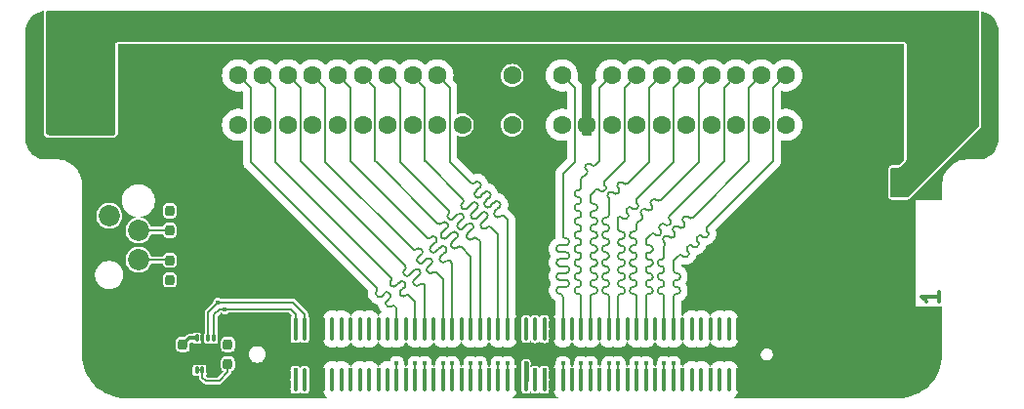
<source format=gtl>
G04 #@! TF.GenerationSoftware,KiCad,Pcbnew,8.0.6*
G04 #@! TF.CreationDate,2024-11-07T02:26:34-08:00*
G04 #@! TF.ProjectId,hvd-50-ce,6876642d-3530-42d6-9365-2e6b69636164,1*
G04 #@! TF.SameCoordinates,Original*
G04 #@! TF.FileFunction,Copper,L1,Top*
G04 #@! TF.FilePolarity,Positive*
%FSLAX46Y46*%
G04 Gerber Fmt 4.6, Leading zero omitted, Abs format (unit mm)*
G04 Created by KiCad (PCBNEW 8.0.6) date 2024-11-07 02:26:34*
%MOMM*%
%LPD*%
G01*
G04 APERTURE LIST*
G04 Aperture macros list*
%AMRoundRect*
0 Rectangle with rounded corners*
0 $1 Rounding radius*
0 $2 $3 $4 $5 $6 $7 $8 $9 X,Y pos of 4 corners*
0 Add a 4 corners polygon primitive as box body*
4,1,4,$2,$3,$4,$5,$6,$7,$8,$9,$2,$3,0*
0 Add four circle primitives for the rounded corners*
1,1,$1+$1,$2,$3*
1,1,$1+$1,$4,$5*
1,1,$1+$1,$6,$7*
1,1,$1+$1,$8,$9*
0 Add four rect primitives between the rounded corners*
20,1,$1+$1,$2,$3,$4,$5,0*
20,1,$1+$1,$4,$5,$6,$7,0*
20,1,$1+$1,$6,$7,$8,$9,0*
20,1,$1+$1,$8,$9,$2,$3,0*%
G04 Aperture macros list end*
%ADD10C,0.300000*%
G04 #@! TA.AperFunction,NonConductor*
%ADD11C,0.300000*%
G04 #@! TD*
G04 #@! TA.AperFunction,SMDPad,CuDef*
%ADD12RoundRect,0.100000X0.100000X0.900000X-0.100000X0.900000X-0.100000X-0.900000X0.100000X-0.900000X0*%
G04 #@! TD*
G04 #@! TA.AperFunction,SMDPad,CuDef*
%ADD13RoundRect,0.200000X-0.250000X-0.200000X0.250000X-0.200000X0.250000X0.200000X-0.250000X0.200000X0*%
G04 #@! TD*
G04 #@! TA.AperFunction,SMDPad,CuDef*
%ADD14RoundRect,0.200000X0.200000X-0.250000X0.200000X0.250000X-0.200000X0.250000X-0.200000X-0.250000X0*%
G04 #@! TD*
G04 #@! TA.AperFunction,SMDPad,CuDef*
%ADD15RoundRect,0.200000X-0.200000X0.250000X-0.200000X-0.250000X0.200000X-0.250000X0.200000X0.250000X0*%
G04 #@! TD*
G04 #@! TA.AperFunction,ComponentPad*
%ADD16C,1.600000*%
G04 #@! TD*
G04 #@! TA.AperFunction,ComponentPad*
%ADD17C,4.650000*%
G04 #@! TD*
G04 #@! TA.AperFunction,SMDPad,CuDef*
%ADD18RoundRect,0.200000X0.250000X0.200000X-0.250000X0.200000X-0.250000X-0.200000X0.250000X-0.200000X0*%
G04 #@! TD*
G04 #@! TA.AperFunction,ComponentPad*
%ADD19C,6.400000*%
G04 #@! TD*
G04 #@! TA.AperFunction,SMDPad,CuDef*
%ADD20RoundRect,0.046875X0.103125X-0.253125X0.103125X0.253125X-0.103125X0.253125X-0.103125X-0.253125X0*%
G04 #@! TD*
G04 #@! TA.AperFunction,SMDPad,CuDef*
%ADD21RoundRect,0.250000X0.550000X-0.550000X0.550000X0.550000X-0.550000X0.550000X-0.550000X-0.550000X0*%
G04 #@! TD*
G04 #@! TA.AperFunction,ComponentPad*
%ADD22C,1.850000*%
G04 #@! TD*
G04 #@! TA.AperFunction,ViaPad*
%ADD23C,0.450000*%
G04 #@! TD*
G04 #@! TA.AperFunction,Conductor*
%ADD24C,0.200000*%
G04 #@! TD*
G04 #@! TA.AperFunction,Conductor*
%ADD25C,0.300000*%
G04 #@! TD*
G04 #@! TA.AperFunction,Conductor*
%ADD26C,0.127500*%
G04 #@! TD*
G04 #@! TA.AperFunction,Conductor*
%ADD27C,0.400000*%
G04 #@! TD*
G04 APERTURE END LIST*
D10*
D11*
X-499172Y9428573D02*
X-499172Y8571430D01*
X-499172Y9000001D02*
X-1999172Y9000001D01*
X-1999172Y9000001D02*
X-1784886Y8857144D01*
X-1784886Y8857144D02*
X-1642029Y8714287D01*
X-1642029Y8714287D02*
X-1570600Y8571430D01*
D12*
G04 #@! TO.P,J1,1,Pin_1*
G04 #@! TO.N,GND*
X-57100000Y1800000D03*
G04 #@! TO.P,J1,2,Pin_2*
X-57100000Y6200000D03*
G04 #@! TO.P,J1,3,Pin_3*
G04 #@! TO.N,+3V3*
X-56300000Y1800000D03*
G04 #@! TO.P,J1,4,Pin_4*
G04 #@! TO.N,/PHY.ID_SDA*
X-56300000Y6200000D03*
G04 #@! TO.P,J1,5,Pin_5*
G04 #@! TO.N,unconnected-(J1-Pin_5-Pad5)*
X-55500000Y1800000D03*
G04 #@! TO.P,J1,6,Pin_6*
G04 #@! TO.N,/PHY.ID_SCL*
X-55500000Y6200000D03*
G04 #@! TO.P,J1,7,Pin_7*
G04 #@! TO.N,GND*
X-54700000Y1800000D03*
G04 #@! TO.P,J1,8,Pin_8*
X-54700000Y6200000D03*
G04 #@! TO.P,J1,9,Pin_9*
X-53900000Y1800000D03*
G04 #@! TO.P,J1,10,Pin_10*
X-53900000Y6200000D03*
G04 #@! TO.P,J1,11,Pin_11*
G04 #@! TO.N,/CON.DB12+*
X-53100000Y1800000D03*
G04 #@! TO.P,J1,12,Pin_12*
G04 #@! TO.N,/CON.DB12-*
X-53100000Y6200000D03*
G04 #@! TO.P,J1,13,Pin_13*
G04 #@! TO.N,/CON.DB13+*
X-52300000Y1800000D03*
G04 #@! TO.P,J1,14,Pin_14*
G04 #@! TO.N,/CON.DB13-*
X-52300000Y6200000D03*
G04 #@! TO.P,J1,15,Pin_15*
G04 #@! TO.N,GND*
X-51500000Y1800000D03*
G04 #@! TO.P,J1,16,Pin_16*
X-51500000Y6200000D03*
G04 #@! TO.P,J1,17,Pin_17*
G04 #@! TO.N,/CON.DB14+*
X-50700000Y1800000D03*
G04 #@! TO.P,J1,18,Pin_18*
G04 #@! TO.N,/CON.DB14-*
X-50700000Y6200000D03*
G04 #@! TO.P,J1,19,Pin_19*
G04 #@! TO.N,/CON.DB15+*
X-49900000Y1800000D03*
G04 #@! TO.P,J1,20,Pin_20*
G04 #@! TO.N,/CON.DB15-*
X-49900000Y6200000D03*
G04 #@! TO.P,J1,21,Pin_21*
G04 #@! TO.N,GND*
X-49100000Y1800000D03*
G04 #@! TO.P,J1,22,Pin_22*
X-49100000Y6200000D03*
G04 #@! TO.P,J1,23,Pin_23*
G04 #@! TO.N,/CON.DP1+*
X-48300000Y1800000D03*
G04 #@! TO.P,J1,24,Pin_24*
G04 #@! TO.N,/CON.DP1-*
X-48300000Y6200000D03*
G04 #@! TO.P,J1,25,Pin_25*
G04 #@! TO.N,/CON.DB0+*
X-47500000Y1800000D03*
G04 #@! TO.P,J1,26,Pin_26*
G04 #@! TO.N,/CON.DB0-*
X-47500000Y6200000D03*
G04 #@! TO.P,J1,27,Pin_27*
G04 #@! TO.N,GND*
X-46700000Y1800000D03*
G04 #@! TO.P,J1,28,Pin_28*
X-46700000Y6200000D03*
G04 #@! TO.P,J1,29,Pin_29*
G04 #@! TO.N,/CON.DB1+*
X-45900000Y1800000D03*
G04 #@! TO.P,J1,30,Pin_30*
G04 #@! TO.N,/CON.DB1-*
X-45900000Y6200000D03*
G04 #@! TO.P,J1,31,Pin_31*
G04 #@! TO.N,/CON.DB2+*
X-45100000Y1800000D03*
G04 #@! TO.P,J1,32,Pin_32*
G04 #@! TO.N,/CON.DB2-*
X-45100000Y6200000D03*
G04 #@! TO.P,J1,33,Pin_33*
G04 #@! TO.N,GND*
X-44300000Y1800000D03*
G04 #@! TO.P,J1,34,Pin_34*
X-44300000Y6200000D03*
G04 #@! TO.P,J1,35,Pin_35*
G04 #@! TO.N,/CON.DB3+*
X-43500000Y1800000D03*
G04 #@! TO.P,J1,36,Pin_36*
G04 #@! TO.N,/CON.DB3-*
X-43500000Y6200000D03*
G04 #@! TO.P,J1,37,Pin_37*
G04 #@! TO.N,/CON.DB4+*
X-42700000Y1800000D03*
G04 #@! TO.P,J1,38,Pin_38*
G04 #@! TO.N,/CON.DB4-*
X-42700000Y6200000D03*
G04 #@! TO.P,J1,39,Pin_39*
G04 #@! TO.N,GND*
X-41900000Y1800000D03*
G04 #@! TO.P,J1,40,Pin_40*
X-41900000Y6200000D03*
G04 #@! TO.P,J1,41,Pin_41*
G04 #@! TO.N,/CON.DB5+*
X-41100000Y1800000D03*
G04 #@! TO.P,J1,42,Pin_42*
G04 #@! TO.N,/CON.DB5-*
X-41100000Y6200000D03*
G04 #@! TO.P,J1,43,Pin_43*
G04 #@! TO.N,/CON.DB6+*
X-40300000Y1800000D03*
G04 #@! TO.P,J1,44,Pin_44*
G04 #@! TO.N,/CON.DB6-*
X-40300000Y6200000D03*
G04 #@! TO.P,J1,45,Pin_45*
G04 #@! TO.N,GND*
X-39500000Y1800000D03*
G04 #@! TO.P,J1,46,Pin_46*
X-39500000Y6200000D03*
G04 #@! TO.P,J1,47,Pin_47*
G04 #@! TO.N,/CON.DB7+*
X-38700000Y1800000D03*
G04 #@! TO.P,J1,48,Pin_48*
G04 #@! TO.N,/CON.DB7-*
X-38700000Y6200000D03*
G04 #@! TO.P,J1,49,Pin_49*
G04 #@! TO.N,/CON.DP0+*
X-37900000Y1800000D03*
G04 #@! TO.P,J1,50,Pin_50*
G04 #@! TO.N,/CON.DP0-*
X-37900000Y6200000D03*
G04 #@! TO.P,J1,51,Pin_51*
G04 #@! TO.N,GND*
X-37100000Y1800000D03*
G04 #@! TO.P,J1,52,Pin_52*
X-37100000Y6200000D03*
G04 #@! TO.P,J1,53,Pin_53*
G04 #@! TO.N,/CON.DIFFSENSE*
X-36300000Y1800000D03*
G04 #@! TO.P,J1,54,Pin_54*
G04 #@! TO.N,unconnected-(J1-Pin_54-Pad54)*
X-36300000Y6200000D03*
G04 #@! TO.P,J1,55,Pin_55*
G04 #@! TO.N,/CON.TERMPWR*
X-35500000Y1800000D03*
G04 #@! TO.P,J1,56,Pin_56*
X-35500000Y6200000D03*
G04 #@! TO.P,J1,57,Pin_57*
X-34700000Y1800000D03*
G04 #@! TO.P,J1,58,Pin_58*
X-34700000Y6200000D03*
G04 #@! TO.P,J1,59,Pin_59*
G04 #@! TO.N,GND*
X-33900000Y1800000D03*
G04 #@! TO.P,J1,60,Pin_60*
X-33900000Y6200000D03*
G04 #@! TO.P,J1,61,Pin_61*
G04 #@! TO.N,/CON.ATN+*
X-33100000Y1800000D03*
G04 #@! TO.P,J1,62,Pin_62*
G04 #@! TO.N,/CON.ATN-*
X-33100000Y6200000D03*
G04 #@! TO.P,J1,63,Pin_63*
G04 #@! TO.N,GND*
X-32300000Y1800000D03*
G04 #@! TO.P,J1,64,Pin_64*
X-32300000Y6200000D03*
G04 #@! TO.P,J1,65,Pin_65*
G04 #@! TO.N,/CON.BSY+*
X-31500000Y1800000D03*
G04 #@! TO.P,J1,66,Pin_66*
G04 #@! TO.N,/CON.BSY-*
X-31500000Y6200000D03*
G04 #@! TO.P,J1,67,Pin_67*
G04 #@! TO.N,/CON.ACK+*
X-30700000Y1800000D03*
G04 #@! TO.P,J1,68,Pin_68*
G04 #@! TO.N,/CON.ACK-*
X-30700000Y6200000D03*
G04 #@! TO.P,J1,69,Pin_69*
G04 #@! TO.N,GND*
X-29900000Y1800000D03*
G04 #@! TO.P,J1,70,Pin_70*
X-29900000Y6200000D03*
G04 #@! TO.P,J1,71,Pin_71*
G04 #@! TO.N,/CON.RST+*
X-29100000Y1800000D03*
G04 #@! TO.P,J1,72,Pin_72*
G04 #@! TO.N,/CON.RST-*
X-29100000Y6200000D03*
G04 #@! TO.P,J1,73,Pin_73*
G04 #@! TO.N,/CON.MSG+*
X-28300000Y1800000D03*
G04 #@! TO.P,J1,74,Pin_74*
G04 #@! TO.N,/CON.MSG-*
X-28300000Y6200000D03*
G04 #@! TO.P,J1,75,Pin_75*
G04 #@! TO.N,GND*
X-27500000Y1800000D03*
G04 #@! TO.P,J1,76,Pin_76*
X-27500000Y6200000D03*
G04 #@! TO.P,J1,77,Pin_77*
G04 #@! TO.N,/CON.SEL+*
X-26700000Y1800000D03*
G04 #@! TO.P,J1,78,Pin_78*
G04 #@! TO.N,/CON.SEL-*
X-26700000Y6200000D03*
G04 #@! TO.P,J1,79,Pin_79*
G04 #@! TO.N,/CON.C{slash}D+*
X-25900000Y1800000D03*
G04 #@! TO.P,J1,80,Pin_80*
G04 #@! TO.N,/CON.C{slash}D-*
X-25900000Y6200000D03*
G04 #@! TO.P,J1,81,Pin_81*
G04 #@! TO.N,GND*
X-25100000Y1800000D03*
G04 #@! TO.P,J1,82,Pin_82*
X-25100000Y6200000D03*
G04 #@! TO.P,J1,83,Pin_83*
G04 #@! TO.N,/CON.REQ+*
X-24300000Y1800000D03*
G04 #@! TO.P,J1,84,Pin_84*
G04 #@! TO.N,/CON.REQ-*
X-24300000Y6200000D03*
G04 #@! TO.P,J1,85,Pin_85*
G04 #@! TO.N,/CON.I{slash}O+*
X-23500000Y1800000D03*
G04 #@! TO.P,J1,86,Pin_86*
G04 #@! TO.N,/CON.I{slash}O-*
X-23500000Y6200000D03*
G04 #@! TO.P,J1,87,Pin_87*
G04 #@! TO.N,GND*
X-22700000Y1800000D03*
G04 #@! TO.P,J1,88,Pin_88*
X-22700000Y6200000D03*
G04 #@! TO.P,J1,89,Pin_89*
G04 #@! TO.N,/CON.DB8+*
X-21900000Y1800000D03*
G04 #@! TO.P,J1,90,Pin_90*
G04 #@! TO.N,/CON.DB8-*
X-21900000Y6200000D03*
G04 #@! TO.P,J1,91,Pin_91*
G04 #@! TO.N,/CON.DB9+*
X-21100000Y1800000D03*
G04 #@! TO.P,J1,92,Pin_92*
G04 #@! TO.N,/CON.DB9-*
X-21100000Y6200000D03*
G04 #@! TO.P,J1,93,Pin_93*
G04 #@! TO.N,GND*
X-20300000Y1800000D03*
G04 #@! TO.P,J1,94,Pin_94*
X-20300000Y6200000D03*
G04 #@! TO.P,J1,95,Pin_95*
G04 #@! TO.N,/CON.DB10+*
X-19500000Y1800000D03*
G04 #@! TO.P,J1,96,Pin_96*
G04 #@! TO.N,/CON.DB10-*
X-19500000Y6200000D03*
G04 #@! TO.P,J1,97,Pin_97*
G04 #@! TO.N,/CON.DB11+*
X-18700000Y1800000D03*
G04 #@! TO.P,J1,98,Pin_98*
G04 #@! TO.N,/CON.DB11-*
X-18700000Y6200000D03*
G04 #@! TO.P,J1,99,Pin_99*
G04 #@! TO.N,GND*
X-17900000Y1800000D03*
G04 #@! TO.P,J1,100,Pin_100*
X-17900000Y6200000D03*
G04 #@! TD*
D13*
G04 #@! TO.P,R4,1*
G04 #@! TO.N,GND*
X-5750000Y18200000D03*
G04 #@! TO.P,R4,2*
G04 #@! TO.N,Net-(C2-Pad1)*
X-4050000Y18200000D03*
G04 #@! TD*
D14*
G04 #@! TO.P,R3,1*
G04 #@! TO.N,+3V3*
X-67200000Y10450000D03*
G04 #@! TO.P,R3,2*
G04 #@! TO.N,/PHY.ID_SCL*
X-67200000Y12150000D03*
G04 #@! TD*
D15*
G04 #@! TO.P,R2,1*
G04 #@! TO.N,+3V3*
X-67200000Y16450000D03*
G04 #@! TO.P,R2,2*
G04 #@! TO.N,/PHY.ID_SDA*
X-67200000Y14750000D03*
G04 #@! TD*
D14*
G04 #@! TO.P,C1,1*
G04 #@! TO.N,GND*
X-66050000Y3150000D03*
G04 #@! TO.P,C1,2*
G04 #@! TO.N,+3V3*
X-66050000Y4850000D03*
G04 #@! TD*
D16*
G04 #@! TO.P,J5,1,Pin_1*
G04 #@! TO.N,GND*
X-63420000Y23900000D03*
G04 #@! TO.P,J5,2,Pin_2*
G04 #@! TO.N,/CON.DB0+*
X-61260000Y23900000D03*
G04 #@! TO.P,J5,3,Pin_3*
G04 #@! TO.N,/CON.DB1+*
X-59100000Y23900000D03*
G04 #@! TO.P,J5,4,Pin_4*
G04 #@! TO.N,/CON.DB2+*
X-56940000Y23900000D03*
G04 #@! TO.P,J5,5,Pin_5*
G04 #@! TO.N,/CON.DB3+*
X-54780000Y23900000D03*
G04 #@! TO.P,J5,6,Pin_6*
G04 #@! TO.N,/CON.DB4+*
X-52620000Y23900000D03*
G04 #@! TO.P,J5,7,Pin_7*
G04 #@! TO.N,/CON.DB5+*
X-50460000Y23900000D03*
G04 #@! TO.P,J5,8,Pin_8*
G04 #@! TO.N,/CON.DB6+*
X-48300000Y23900000D03*
G04 #@! TO.P,J5,9,Pin_9*
G04 #@! TO.N,/CON.DB7+*
X-46140000Y23900000D03*
G04 #@! TO.P,J5,10,Pin_10*
G04 #@! TO.N,/CON.DP0+*
X-43980000Y23900000D03*
G04 #@! TO.P,J5,11,Pin_11*
G04 #@! TO.N,/CON.DIFFSENSE*
X-41820000Y23900000D03*
G04 #@! TO.P,J5,12,Pin_12*
G04 #@! TO.N,GND*
X-39660000Y23900000D03*
G04 #@! TO.P,J5,13,Pin_13*
G04 #@! TO.N,/CON.TERMPWR*
X-37500000Y23900000D03*
G04 #@! TO.P,J5,14,Pin_14*
G04 #@! TO.N,GND*
X-35340000Y23900000D03*
G04 #@! TO.P,J5,15,Pin_15*
G04 #@! TO.N,/CON.ATN+*
X-33180000Y23900000D03*
G04 #@! TO.P,J5,16,Pin_16*
G04 #@! TO.N,GND*
X-31020000Y23900000D03*
G04 #@! TO.P,J5,17,Pin_17*
G04 #@! TO.N,/CON.BSY+*
X-28860000Y23900000D03*
G04 #@! TO.P,J5,18,Pin_18*
G04 #@! TO.N,/CON.ACK+*
X-26700000Y23900000D03*
G04 #@! TO.P,J5,19,Pin_19*
G04 #@! TO.N,/CON.RST+*
X-24540000Y23900000D03*
G04 #@! TO.P,J5,20,Pin_20*
G04 #@! TO.N,/CON.MSG+*
X-22380000Y23900000D03*
G04 #@! TO.P,J5,21,Pin_21*
G04 #@! TO.N,/CON.SEL+*
X-20220000Y23900000D03*
G04 #@! TO.P,J5,22,Pin_22*
G04 #@! TO.N,/CON.C{slash}D+*
X-18060000Y23900000D03*
G04 #@! TO.P,J5,23,Pin_23*
G04 #@! TO.N,/CON.REQ+*
X-15900000Y23900000D03*
G04 #@! TO.P,J5,24,Pin_24*
G04 #@! TO.N,/CON.I{slash}O+*
X-13740000Y23900000D03*
G04 #@! TO.P,J5,25,Pin_25*
G04 #@! TO.N,GND*
X-11580000Y23900000D03*
G04 #@! TO.P,J5,26,Pin_26*
X-63420000Y28190000D03*
G04 #@! TO.P,J5,27,Pin_27*
G04 #@! TO.N,/CON.DB0-*
X-61260000Y28190000D03*
G04 #@! TO.P,J5,28,Pin_28*
G04 #@! TO.N,/CON.DB1-*
X-59100000Y28190000D03*
G04 #@! TO.P,J5,29,Pin_29*
G04 #@! TO.N,/CON.DB2-*
X-56940000Y28190000D03*
G04 #@! TO.P,J5,30,Pin_30*
G04 #@! TO.N,/CON.DB3-*
X-54780000Y28190000D03*
G04 #@! TO.P,J5,31,Pin_31*
G04 #@! TO.N,/CON.DB4-*
X-52620000Y28190000D03*
G04 #@! TO.P,J5,32,Pin_32*
G04 #@! TO.N,/CON.DB5-*
X-50460000Y28190000D03*
G04 #@! TO.P,J5,33,Pin_33*
G04 #@! TO.N,/CON.DB6-*
X-48300000Y28190000D03*
G04 #@! TO.P,J5,34,Pin_34*
G04 #@! TO.N,/CON.DB7-*
X-46140000Y28190000D03*
G04 #@! TO.P,J5,35,Pin_35*
G04 #@! TO.N,/CON.DP0-*
X-43980000Y28190000D03*
G04 #@! TO.P,J5,36,Pin_36*
G04 #@! TO.N,GND*
X-41820000Y28190000D03*
G04 #@! TO.P,J5,37,Pin_37*
X-39660000Y28190000D03*
G04 #@! TO.P,J5,38,Pin_38*
G04 #@! TO.N,/CON.TERMPWR*
X-37500000Y28190000D03*
G04 #@! TO.P,J5,39,Pin_39*
G04 #@! TO.N,GND*
X-35340000Y28190000D03*
G04 #@! TO.P,J5,40,Pin_40*
G04 #@! TO.N,/CON.ATN-*
X-33180000Y28190000D03*
G04 #@! TO.P,J5,41,Pin_41*
G04 #@! TO.N,GND*
X-31020000Y28190000D03*
G04 #@! TO.P,J5,42,Pin_42*
G04 #@! TO.N,/CON.BSY-*
X-28860000Y28190000D03*
G04 #@! TO.P,J5,43,Pin_43*
G04 #@! TO.N,/CON.ACK-*
X-26700000Y28190000D03*
G04 #@! TO.P,J5,44,Pin_44*
G04 #@! TO.N,/CON.RST-*
X-24540000Y28190000D03*
G04 #@! TO.P,J5,45,Pin_45*
G04 #@! TO.N,/CON.MSG-*
X-22380000Y28190000D03*
G04 #@! TO.P,J5,46,Pin_46*
G04 #@! TO.N,/CON.SEL-*
X-20220000Y28190000D03*
G04 #@! TO.P,J5,47,Pin_47*
G04 #@! TO.N,/CON.C{slash}D-*
X-18060000Y28190000D03*
G04 #@! TO.P,J5,48,Pin_48*
G04 #@! TO.N,/CON.REQ-*
X-15900000Y28190000D03*
G04 #@! TO.P,J5,49,Pin_49*
G04 #@! TO.N,/CON.I{slash}O-*
X-13740000Y28190000D03*
G04 #@! TO.P,J5,50,Pin_50*
G04 #@! TO.N,GND*
X-11580000Y28190000D03*
D17*
G04 #@! TO.P,J5,SHIELD,SHIELD*
G04 #@! TO.N,Net-(C2-Pad1)*
X-75000Y26045000D03*
X-74925000Y26045000D03*
G04 #@! TD*
D18*
G04 #@! TO.P,C2,1*
G04 #@! TO.N,Net-(C2-Pad1)*
X-4050000Y19585000D03*
G04 #@! TO.P,C2,2*
G04 #@! TO.N,GND*
X-5750000Y19585000D03*
G04 #@! TD*
D19*
G04 #@! TO.P,H4,1,1*
G04 #@! TO.N,GND*
X-4000000Y4000000D03*
G04 #@! TD*
D14*
G04 #@! TO.P,R1,1*
G04 #@! TO.N,Net-(U1-E0)*
X-62150000Y3150000D03*
G04 #@! TO.P,R1,2*
G04 #@! TO.N,+3V3*
X-62150000Y4850000D03*
G04 #@! TD*
D20*
G04 #@! TO.P,U1,1,E0*
G04 #@! TO.N,Net-(U1-E0)*
X-64850001Y2600000D03*
G04 #@! TO.P,U1,2,E1*
X-64350000Y2600000D03*
G04 #@! TO.P,U1,3,E2*
G04 #@! TO.N,GND*
X-63850000Y2600000D03*
G04 #@! TO.P,U1,4,VSS*
X-63349999Y2600000D03*
G04 #@! TO.P,U1,5,SDA*
G04 #@! TO.N,/PHY.ID_SDA*
X-63349999Y5400000D03*
G04 #@! TO.P,U1,6,SCL*
G04 #@! TO.N,/PHY.ID_SCL*
X-63850000Y5400000D03*
G04 #@! TO.P,U1,7,~{WC}*
G04 #@! TO.N,GND*
X-64350000Y5400000D03*
G04 #@! TO.P,U1,8,VCC*
G04 #@! TO.N,+3V3*
X-64850001Y5400000D03*
D21*
G04 #@! TO.P,U1,EP,VSS*
G04 #@! TO.N,GND*
X-64100000Y4000000D03*
G04 #@! TD*
D22*
G04 #@! TO.P,J3,1,Pin_1*
G04 #@! TO.N,+3V3*
X-72440000Y16010000D03*
G04 #@! TO.P,J3,2,Pin_2*
G04 #@! TO.N,/PHY.ID_SDA*
X-69900000Y14740000D03*
G04 #@! TO.P,J3,3,Pin_3*
G04 #@! TO.N,GND*
X-72440000Y13470000D03*
G04 #@! TO.P,J3,4,Pin_4*
G04 #@! TO.N,/PHY.ID_SCL*
X-69900000Y12200000D03*
G04 #@! TD*
D19*
G04 #@! TO.P,H3,1,1*
G04 #@! TO.N,GND*
X-71000000Y4000000D03*
G04 #@! TD*
D23*
G04 #@! TO.N,GND*
X-20300000Y5400000D03*
X-22700000Y1800000D03*
X-49100000Y1800000D03*
X-53900000Y1000000D03*
X-29900000Y2600000D03*
X-39500000Y6200000D03*
X-39500000Y1800000D03*
X-44300000Y7000000D03*
X-49100000Y6200000D03*
X-33900000Y3200000D03*
X-32300000Y3200000D03*
X-64650000Y4000000D03*
X-46700000Y6200000D03*
X-17900000Y3200000D03*
X-51500000Y2600000D03*
X-54700000Y3200000D03*
X-27500000Y2600000D03*
X-39500000Y7000000D03*
X-32300000Y1800000D03*
X-53900000Y5400000D03*
X-20300000Y1800000D03*
X-25100000Y3200000D03*
X-53900000Y2600000D03*
X-37100000Y5400000D03*
X-51500000Y3200000D03*
X-63600000Y4000000D03*
X-25100000Y7000000D03*
X-39500000Y5400000D03*
X-33900000Y1000000D03*
X-27500000Y3200000D03*
X-22700000Y3200000D03*
X-41900000Y1000000D03*
X-64100000Y4500000D03*
X-33900000Y2600000D03*
X-49100000Y2600000D03*
X-33900000Y6200000D03*
X-51500000Y5400000D03*
X-44300000Y6200000D03*
X-27500000Y6200000D03*
X-39500000Y3200000D03*
X-39500000Y1000000D03*
X-25100000Y1800000D03*
X-41900000Y7000000D03*
X-53900000Y7000000D03*
X-41900000Y6200000D03*
X-27500000Y5400000D03*
X-54700000Y6200000D03*
X-29900000Y1000000D03*
X-20300000Y1000000D03*
X-53900000Y1800000D03*
X-51500000Y6200000D03*
X-20300000Y2600000D03*
X-41900000Y3200000D03*
X-22700000Y1000000D03*
X-44300000Y5400000D03*
X-33900000Y1800000D03*
X-32300000Y5400000D03*
X-20300000Y6200000D03*
X-37100000Y6200000D03*
X-25100000Y2600000D03*
X-37100000Y7000000D03*
X-39500000Y2600000D03*
X-29900000Y3200000D03*
X-25100000Y6200000D03*
X-33900000Y7000000D03*
X-51500000Y7000000D03*
X-54700000Y7000000D03*
X-29900000Y7000000D03*
X-44300000Y1800000D03*
X-22700000Y2600000D03*
X-17900000Y5400000D03*
X-49100000Y3200000D03*
X-41900000Y2600000D03*
X-17900000Y7000000D03*
X-44300000Y1000000D03*
X-32300000Y7000000D03*
X-51500000Y1800000D03*
X-54700000Y5400000D03*
X-53900000Y3200000D03*
X-22700000Y6200000D03*
X-57100000Y5400000D03*
X-37100000Y1800000D03*
X-46700000Y1000000D03*
X-25100000Y1000000D03*
X-32300000Y2600000D03*
X-44300000Y2600000D03*
X-46700000Y5400000D03*
X-54700000Y1800000D03*
X-22700000Y7000000D03*
X-46700000Y2600000D03*
X-37100000Y1000000D03*
X-37100000Y2600000D03*
X-51500000Y1000000D03*
X-20300000Y3200000D03*
X-17900000Y1000000D03*
X-20300000Y7000000D03*
X-57100000Y6200000D03*
X-32300000Y1000000D03*
X-33900000Y5400000D03*
X-46700000Y1800000D03*
X-29900000Y5400000D03*
X-27500000Y1800000D03*
X-41900000Y1800000D03*
X-53900000Y6200000D03*
X-41900000Y5400000D03*
X-29900000Y6200000D03*
X-49100000Y5400000D03*
X-54700000Y2600000D03*
X-49100000Y7000000D03*
X-49100000Y1000000D03*
X-37100000Y3200000D03*
X-46700000Y3200000D03*
X-46700000Y7000000D03*
X-29900000Y1800000D03*
X-25100000Y5400000D03*
X-64100000Y3500000D03*
X-32300000Y6200000D03*
X-44300000Y3200000D03*
X-17900000Y6200000D03*
X-27500000Y1000000D03*
X-57100000Y7000000D03*
X-22700000Y5400000D03*
X-17900000Y2600000D03*
X-54700000Y1000000D03*
X-17900000Y1800000D03*
X-27500000Y7000000D03*
X-66050000Y3150000D03*
G04 #@! TO.N,/PHY.ID_SCL*
X-67200000Y12150000D03*
X-63000000Y8500000D03*
G04 #@! TO.N,+3V3*
X-56300000Y1800000D03*
X-67200000Y16500000D03*
X-67200000Y10500000D03*
X-66050000Y4850000D03*
X-56300000Y1000000D03*
X-56300000Y2600000D03*
X-62150000Y4850000D03*
G04 #@! TO.N,/PHY.ID_SDA*
X-67200000Y14750000D03*
X-62400000Y7900000D03*
G04 #@! TO.N,/CON.C{slash}D+*
X-25900000Y3200000D03*
G04 #@! TO.N,/CON.ACK+*
X-30700000Y3200000D03*
G04 #@! TO.N,/CON.TERMPWR*
X-34700000Y1000000D03*
X-35500000Y5400000D03*
X-34700000Y1800000D03*
X-34700000Y2600000D03*
X-34700000Y7000000D03*
X-35500000Y6199999D03*
X-34700000Y6200000D03*
X-35500000Y7000000D03*
X-35500000Y2600000D03*
X-35500000Y1000000D03*
X-35500000Y1800001D03*
X-34700000Y5400000D03*
G04 #@! TO.N,/CON.BSY+*
X-31500000Y3200000D03*
G04 #@! TO.N,/CON.DB5+*
X-41100000Y3200000D03*
G04 #@! TO.N,/CON.DP0+*
X-37900000Y3200000D03*
G04 #@! TO.N,/CON.SEL+*
X-26700000Y3200000D03*
G04 #@! TO.N,/CON.ATN+*
X-33100000Y3200000D03*
G04 #@! TO.N,/CON.DB7+*
X-38700000Y3200000D03*
G04 #@! TO.N,/CON.REQ+*
X-24300000Y3200000D03*
G04 #@! TO.N,/CON.MSG+*
X-28300000Y3200000D03*
G04 #@! TO.N,/CON.DB3+*
X-43500000Y3200000D03*
G04 #@! TO.N,/CON.DIFFSENSE*
X-36300000Y3200000D03*
G04 #@! TO.N,/CON.I{slash}O+*
X-23500000Y3200000D03*
G04 #@! TO.N,/CON.DB4+*
X-42700000Y3200000D03*
G04 #@! TO.N,/CON.RST+*
X-29100000Y3200000D03*
G04 #@! TO.N,/CON.DB6+*
X-40300000Y3200000D03*
G04 #@! TO.N,/CON.DB1+*
X-45900000Y3200000D03*
G04 #@! TO.N,/CON.DB2+*
X-45100000Y3200000D03*
G04 #@! TO.N,/CON.DB0+*
X-47500000Y3200000D03*
G04 #@! TD*
D24*
G04 #@! TO.N,/PHY.ID_SCL*
X-67600000Y12200000D02*
X-69900000Y12200000D01*
X-63850000Y5400000D02*
X-63850000Y7650000D01*
X-56500000Y8500000D02*
X-55500000Y7500000D01*
X-67200000Y12150000D02*
X-67550000Y12150000D01*
X-63000000Y8500000D02*
X-56500000Y8500000D01*
X-67550000Y12150000D02*
X-67600000Y12200000D01*
X-63850000Y7650000D02*
X-63000000Y8500000D01*
X-55500000Y7500000D02*
X-55500000Y6200000D01*
D25*
G04 #@! TO.N,+3V3*
X-64850001Y5400000D02*
X-65500000Y5400000D01*
X-65500000Y5400000D02*
X-66050000Y4850000D01*
D24*
G04 #@! TO.N,/PHY.ID_SDA*
X-62900000Y7900000D02*
X-63349999Y7450001D01*
X-56300000Y7500000D02*
X-56700000Y7900000D01*
X-63349999Y7450001D02*
X-63349999Y5400000D01*
X-67200000Y14750000D02*
X-69890000Y14750000D01*
X-62600000Y7900000D02*
X-62900000Y7900000D01*
X-69890000Y14750000D02*
X-69900000Y14740000D01*
X-56300000Y6199999D02*
X-56300000Y7500000D01*
X-56700000Y7900000D02*
X-62600000Y7900000D01*
D26*
G04 #@! TO.N,/CON.C{slash}D+*
X-25900000Y1800000D02*
X-25900000Y3200000D01*
G04 #@! TO.N,/CON.DB4-*
X-43674512Y13339456D02*
X-43906984Y13106985D01*
X-43482717Y12682717D02*
X-43250246Y12915189D01*
X-43482719Y12682719D02*
X-43482717Y12682717D01*
X-45010073Y14210073D02*
X-51556250Y20756250D01*
X-42700000Y6200000D02*
X-42700000Y11900000D01*
X-43652425Y12513013D02*
X-43482719Y12682719D01*
X-43715212Y12450227D02*
X-43652425Y12513013D01*
X-51556250Y27126250D02*
X-52620000Y28190000D01*
X-44161545Y13700956D02*
X-44098779Y13763722D01*
X-44331250Y13531250D02*
X-44161545Y13700956D01*
X-51556250Y20787784D02*
X-51556250Y27126250D01*
X-44478856Y12874525D02*
X-44563712Y12959381D01*
X-44563711Y13298791D02*
X-44331253Y13531252D01*
X-43228157Y12088745D02*
X-43290945Y12025960D01*
X-44098779Y14103134D02*
X-44183632Y14187987D01*
X-44925222Y14125221D02*
X-45010073Y14210073D01*
X-42700000Y11900000D02*
X-42888745Y12088745D01*
X-44331253Y13531252D02*
X-44331250Y13531250D01*
X-43906983Y13106983D02*
X-44139444Y12874525D01*
X-51556250Y20756250D02*
X-51556250Y20787784D01*
X-44523044Y14187987D02*
X-44585811Y14125221D01*
X-43630357Y12025960D02*
X-43715212Y12110815D01*
X-43906984Y13106985D02*
X-43906983Y13106983D01*
X-43250246Y13254601D02*
X-43335101Y13339456D01*
X-44139444Y12874525D02*
G75*
G02*
X-44478856Y12874525I-169706J169701D01*
G01*
X-44098779Y13763722D02*
G75*
G03*
X-44098807Y14103106I-169721J169678D01*
G01*
X-44563712Y12959381D02*
G75*
G02*
X-44563726Y13298805I169712J169719D01*
G01*
X-44183632Y14187987D02*
G75*
G03*
X-44523044Y14187987I-169706J-169704D01*
G01*
X-44585811Y14125221D02*
G75*
G02*
X-44925221Y14125221I-169705J169703D01*
G01*
X-43715212Y12110815D02*
G75*
G02*
X-43715191Y12450206I169712J169685D01*
G01*
X-42888745Y12088745D02*
G75*
G03*
X-43228157Y12088745I-169706J-169701D01*
G01*
X-43250246Y12915189D02*
G75*
G03*
X-43250241Y13254606I-169754J169711D01*
G01*
X-43290945Y12025960D02*
G75*
G02*
X-43630357Y12025960I-169706J169701D01*
G01*
X-43335101Y13339456D02*
G75*
G03*
X-43674511Y13339456I-169705J-169703D01*
G01*
G04 #@! TO.N,/CON.ACK+*
X-30700000Y1800000D02*
X-30700000Y3200000D01*
G04 #@! TO.N,/CON.BSY-*
X-32069111Y11879204D02*
X-32069111Y11999204D01*
X-31500000Y10079204D02*
X-31500000Y10199204D01*
X-32069111Y17879204D02*
X-32069111Y17999204D01*
X-31500000Y17279204D02*
X-31500000Y17399204D01*
X-31829111Y17039204D02*
X-31740000Y17039204D01*
X-32069111Y13079204D02*
X-32069111Y13199204D01*
X-29956250Y20743750D02*
X-29956250Y27093750D01*
X-31829111Y18239204D02*
X-31740000Y18239204D01*
X-31740000Y17639204D02*
X-31829111Y17639204D01*
X-31103390Y20401453D02*
X-31018537Y20486305D01*
X-31829111Y12239204D02*
X-31740000Y12239204D01*
X-31500000Y6200000D02*
X-31500000Y8999204D01*
X-31829111Y9839204D02*
X-31740000Y9839204D01*
X-31740000Y16439204D02*
X-31829111Y16439204D01*
X-31500000Y18479204D02*
X-31500000Y18599204D01*
X-32069111Y15479204D02*
X-32069111Y15599204D01*
X-31740000Y10439204D02*
X-31829111Y10439204D01*
X-31500000Y18599204D02*
X-31500000Y19200000D01*
X-31829111Y14639204D02*
X-31740000Y14639204D01*
X-31500000Y14879204D02*
X-31500000Y14999204D01*
X-31829111Y15839204D02*
X-31740000Y15839204D01*
X-29956250Y27093750D02*
X-28860000Y28190000D01*
X-31740000Y11639204D02*
X-31829111Y11639204D01*
X-32069111Y14279204D02*
X-32069111Y14399204D01*
X-30276702Y20423295D02*
X-30191851Y20508148D01*
X-31500000Y19200000D02*
X-31040381Y19659619D01*
X-31829111Y13439204D02*
X-31740000Y13439204D01*
X-31829111Y11039204D02*
X-31740000Y11039204D01*
X-31040380Y19999031D02*
X-31103390Y20062041D01*
X-32069111Y10679204D02*
X-32069111Y10799204D01*
X-31500000Y13679204D02*
X-31500000Y13799204D01*
X-32069111Y16679204D02*
X-32069111Y16799204D01*
X-31740000Y12839204D02*
X-31829111Y12839204D01*
X-31500000Y11279204D02*
X-31500000Y11399204D01*
X-32069111Y9479204D02*
X-32069111Y9599204D01*
X-30679125Y20486306D02*
X-30616114Y20423295D01*
X-31740000Y14039204D02*
X-31829111Y14039204D01*
X-31500000Y12479204D02*
X-31500000Y12599204D01*
X-31740000Y9239204D02*
X-31829111Y9239204D01*
X-31500000Y16079204D02*
X-31500000Y16199204D01*
X-31740000Y15239204D02*
X-31829111Y15239204D01*
X-30191851Y20508148D02*
X-29956250Y20743750D01*
X-32069111Y9599204D02*
G75*
G02*
X-31829111Y9839211I240011J-4D01*
G01*
X-32069111Y11999204D02*
G75*
G02*
X-31829111Y12239211I240011J-4D01*
G01*
X-31500000Y16199204D02*
G75*
G03*
X-31740000Y16439200I-240000J-4D01*
G01*
X-32069111Y16799204D02*
G75*
G02*
X-31829111Y17039211I240011J-4D01*
G01*
X-32069111Y10799204D02*
G75*
G02*
X-31829111Y11039211I240011J-4D01*
G01*
X-31740000Y14639204D02*
G75*
G03*
X-31500004Y14879204I0J239996D01*
G01*
X-31740000Y12239204D02*
G75*
G03*
X-31500004Y12479204I0J239996D01*
G01*
X-31829111Y16439204D02*
G75*
G02*
X-32069096Y16679204I11J239996D01*
G01*
X-31500000Y14999204D02*
G75*
G03*
X-31740000Y15239200I-240000J-4D01*
G01*
X-31740000Y9839204D02*
G75*
G03*
X-31500004Y10079204I0J239996D01*
G01*
X-31740000Y18239204D02*
G75*
G03*
X-31500004Y18479204I0J239996D01*
G01*
X-31740000Y11039204D02*
G75*
G03*
X-31500004Y11279204I0J239996D01*
G01*
X-31103390Y20062041D02*
G75*
G02*
X-31103343Y20401406I169690J169659D01*
G01*
X-31829111Y9239204D02*
G75*
G02*
X-32069096Y9479204I11J239996D01*
G01*
X-31740000Y13439204D02*
G75*
G03*
X-31500004Y13679204I0J239996D01*
G01*
X-30616114Y20423295D02*
G75*
G03*
X-30276702Y20423295I169706J169701D01*
G01*
X-31829111Y17639204D02*
G75*
G02*
X-32069096Y17879204I11J239996D01*
G01*
X-31740000Y15839204D02*
G75*
G03*
X-31500004Y16079204I0J239996D01*
G01*
X-31829111Y12839204D02*
G75*
G02*
X-32069096Y13079204I11J239996D01*
G01*
X-31829111Y14039204D02*
G75*
G02*
X-32069096Y14279204I11J239996D01*
G01*
X-32069111Y13199204D02*
G75*
G02*
X-31829111Y13439211I240011J-4D01*
G01*
X-31500000Y13799204D02*
G75*
G03*
X-31740000Y14039200I-240000J-4D01*
G01*
X-31829111Y10439204D02*
G75*
G02*
X-32069096Y10679204I11J239996D01*
G01*
X-31040381Y19659619D02*
G75*
G03*
X-31040405Y19999006I-169719J169681D01*
G01*
X-31500000Y17399204D02*
G75*
G03*
X-31740000Y17639200I-240000J-4D01*
G01*
X-31740000Y17039204D02*
G75*
G03*
X-31500004Y17279204I0J239996D01*
G01*
X-31829111Y15239204D02*
G75*
G02*
X-32069096Y15479204I11J239996D01*
G01*
X-32069111Y14399204D02*
G75*
G02*
X-31829111Y14639211I240011J-4D01*
G01*
X-32069111Y17999204D02*
G75*
G02*
X-31829111Y18239211I240011J-4D01*
G01*
X-31018537Y20486305D02*
G75*
G02*
X-30679095Y20486337I169737J-169705D01*
G01*
X-31829111Y11639204D02*
G75*
G02*
X-32069096Y11879204I11J239996D01*
G01*
X-31500000Y12599204D02*
G75*
G03*
X-31740000Y12839200I-240000J-4D01*
G01*
X-31500000Y10199204D02*
G75*
G03*
X-31740000Y10439200I-240000J-4D01*
G01*
X-31500000Y8999204D02*
G75*
G03*
X-31740000Y9239200I-240000J-4D01*
G01*
X-31500000Y11399204D02*
G75*
G03*
X-31740000Y11639200I-240000J-4D01*
G01*
X-32069111Y15599204D02*
G75*
G02*
X-31829111Y15839211I240011J-4D01*
G01*
G04 #@! TO.N,/CON.RST-*
X-29340000Y9248099D02*
X-29424785Y9248099D01*
X-29664785Y10688099D02*
X-29664785Y10808099D01*
X-29100000Y14888099D02*
X-29100000Y15008099D01*
X-29100000Y16088099D02*
X-29100000Y16208099D01*
X-29340000Y14048099D02*
X-29424770Y14048099D01*
X-27487792Y18819705D02*
X-27402940Y18904559D01*
X-29340000Y15248099D02*
X-29424785Y15248099D01*
X-29100000Y6200000D02*
X-29100000Y9008099D01*
X-29424785Y9848099D02*
X-29340000Y9848099D01*
X-29340000Y11648099D02*
X-29424770Y11648099D01*
X-29100000Y13688099D02*
X-29100000Y13808099D01*
X-25603750Y20703750D02*
X-25603750Y20761954D01*
X-29340000Y12848099D02*
X-29424770Y12848099D01*
X-29424770Y13448099D02*
X-29340000Y13448099D01*
X-28251469Y18395442D02*
X-28311380Y18455353D01*
X-29664770Y13088099D02*
X-29664770Y13208099D01*
X-29664785Y15488099D02*
X-29664785Y15608099D01*
X-28251470Y18056029D02*
X-28251470Y18056030D01*
X-27887116Y18879616D02*
X-27827204Y18819704D01*
X-29100000Y11288099D02*
X-29100000Y11408099D01*
X-29664770Y14288099D02*
X-29664770Y14408099D01*
X-29100000Y12488099D02*
X-29100000Y12608099D01*
X-29159952Y17946274D02*
X-29075097Y18031128D01*
X-29424770Y12248099D02*
X-29340000Y12248099D01*
X-29100000Y10088099D02*
X-29100000Y10208099D01*
X-25603750Y27126250D02*
X-24540000Y28190000D01*
X-29664770Y11888099D02*
X-29664770Y12008099D01*
X-29340000Y10448099D02*
X-29424785Y10448099D01*
X-29100000Y16858099D02*
X-29100000Y17207500D01*
X-29424770Y14648099D02*
X-29340000Y14648099D01*
X-29664785Y9488099D02*
X-29664785Y9608099D01*
X-29099999Y17546912D02*
X-29159951Y17606864D01*
X-28336322Y17971175D02*
X-28251470Y18056029D01*
X-29424785Y11048099D02*
X-29340000Y11048099D01*
X-29424785Y15848099D02*
X-29340000Y15848099D01*
X-29100000Y16208099D02*
X-29100000Y16858099D01*
X-27402940Y18904559D02*
X-25603750Y20703750D01*
X-28311381Y18794763D02*
X-28226526Y18879617D01*
X-25603750Y20761954D02*
X-25603750Y27126250D01*
X-28735687Y18031127D02*
X-28675734Y17971174D01*
X-29424770Y14048099D02*
G75*
G02*
X-29664801Y14288099I-30J240001D01*
G01*
X-29100000Y12608099D02*
G75*
G03*
X-29340000Y12848100I-240000J1D01*
G01*
X-29159951Y17606864D02*
G75*
G02*
X-29159983Y17946304I169751J169736D01*
G01*
X-29340000Y15848099D02*
G75*
G03*
X-29099999Y16088099I0J240001D01*
G01*
X-29664770Y14408099D02*
G75*
G02*
X-29424770Y14648070I239970J1D01*
G01*
X-29664785Y10808099D02*
G75*
G02*
X-29424785Y11048085I239985J1D01*
G01*
X-29424785Y15248099D02*
G75*
G02*
X-29664801Y15488099I-15J240001D01*
G01*
X-29100000Y13808099D02*
G75*
G03*
X-29340000Y14048100I-240000J1D01*
G01*
X-29100000Y11408099D02*
G75*
G03*
X-29340000Y11648100I-240000J1D01*
G01*
X-28311380Y18455353D02*
G75*
G02*
X-28311423Y18794805I169680J169747D01*
G01*
X-29340000Y9848099D02*
G75*
G03*
X-29099999Y10088099I0J240001D01*
G01*
X-29100000Y15008099D02*
G75*
G03*
X-29340000Y15248100I-240000J1D01*
G01*
X-28675734Y17971174D02*
G75*
G03*
X-28336294Y17971146I169734J169726D01*
G01*
X-28226526Y18879617D02*
G75*
G02*
X-27887095Y18879638I169726J-169717D01*
G01*
X-29100000Y10208099D02*
G75*
G03*
X-29340000Y10448100I-240000J1D01*
G01*
X-29075097Y18031128D02*
G75*
G02*
X-28735694Y18031120I169697J-169728D01*
G01*
X-29424770Y11648099D02*
G75*
G02*
X-29664801Y11888099I-30J240001D01*
G01*
X-29424770Y12848099D02*
G75*
G02*
X-29664801Y13088099I-30J240001D01*
G01*
X-28251470Y18056030D02*
G75*
G03*
X-28251505Y18395406I-169730J169670D01*
G01*
X-29664785Y15608099D02*
G75*
G02*
X-29424785Y15848085I239985J1D01*
G01*
X-29100000Y9008099D02*
G75*
G03*
X-29340000Y9248100I-240000J1D01*
G01*
X-29340000Y11048099D02*
G75*
G03*
X-29099999Y11288099I0J240001D01*
G01*
X-29340000Y12248099D02*
G75*
G03*
X-29099999Y12488099I0J240001D01*
G01*
X-29664770Y13208099D02*
G75*
G02*
X-29424770Y13448070I239970J1D01*
G01*
X-29100000Y17207500D02*
G75*
G03*
X-29100005Y17546905I-169700J169700D01*
G01*
X-29664785Y9608099D02*
G75*
G02*
X-29424785Y9848085I239985J1D01*
G01*
X-29424785Y9248099D02*
G75*
G02*
X-29664801Y9488099I-15J240001D01*
G01*
X-29340000Y14648099D02*
G75*
G03*
X-29099999Y14888099I0J240001D01*
G01*
X-29340000Y13448099D02*
G75*
G03*
X-29099999Y13688099I0J240001D01*
G01*
X-27827204Y18819704D02*
G75*
G03*
X-27487794Y18819707I169704J169696D01*
G01*
X-29664770Y12008099D02*
G75*
G02*
X-29424770Y12248070I239970J1D01*
G01*
X-29424785Y10448099D02*
G75*
G02*
X-29664801Y10688099I-15J240001D01*
G01*
G04 #@! TO.N,/CON.DB2-*
X-45100000Y10000000D02*
X-45173334Y10073334D01*
X-46864399Y11267275D02*
X-46785544Y11346133D01*
X-46191572Y11091572D02*
X-46361279Y10921868D01*
X-45512746Y10073334D02*
X-45591545Y9994538D01*
X-55876250Y27126250D02*
X-56940000Y28190000D01*
X-55876250Y20846052D02*
X-55876250Y27126250D01*
X-46779546Y10843010D02*
X-46864399Y10927863D01*
X-45767306Y10667306D02*
X-45518769Y10915844D01*
X-46870395Y11770395D02*
X-55876250Y20776250D01*
X-45100000Y6200000D02*
X-45100000Y10000000D01*
X-45937014Y10497602D02*
X-45767308Y10667308D01*
X-45518769Y11255255D02*
X-45603624Y11340110D01*
X-46191573Y11091573D02*
X-46191572Y11091572D01*
X-46361279Y10921868D02*
X-46440136Y10843011D01*
X-45767308Y10667308D02*
X-45767306Y10667306D01*
X-46785543Y11685543D02*
X-46870395Y11770395D01*
X-55876250Y20776250D02*
X-55876250Y20846052D01*
X-46015812Y10418805D02*
X-45937014Y10497602D01*
X-45930957Y9994538D02*
X-46015812Y10079393D01*
X-45943035Y11340110D02*
X-46191573Y11091573D01*
X-46864399Y10927863D02*
G75*
G02*
X-46864430Y11267306I169699J169737D01*
G01*
X-45591545Y9994538D02*
G75*
G02*
X-45930957Y9994538I-169706J169701D01*
G01*
X-45173334Y10073334D02*
G75*
G03*
X-45512746Y10073334I-169706J-169701D01*
G01*
X-46440136Y10843011D02*
G75*
G02*
X-46779504Y10843051I-169664J169689D01*
G01*
X-45518769Y10915844D02*
G75*
G03*
X-45518818Y11255206I-169731J169656D01*
G01*
X-46785544Y11346133D02*
G75*
G03*
X-46785581Y11685504I-169656J169667D01*
G01*
X-46015812Y10079393D02*
G75*
G02*
X-46015813Y10418806I169712J169707D01*
G01*
X-45603624Y11340110D02*
G75*
G03*
X-45943034Y11340110I-169705J-169703D01*
G01*
G04 #@! TO.N,/CON.BSY+*
X-31500000Y1800000D02*
X-31500000Y3200000D01*
G04 #@! TO.N,/CON.DB5+*
X-41099999Y3199999D02*
X-41100000Y3200000D01*
X-41099999Y1800000D02*
X-41099999Y3199999D01*
G04 #@! TO.N,/CON.ATN-*
X-33100000Y13456403D02*
X-32860000Y13456403D01*
X-32083750Y20716250D02*
X-32083750Y20723396D01*
X-33638008Y11896403D02*
X-33638008Y12016403D01*
X-33340000Y9856403D02*
X-33100000Y9856403D01*
X-33398023Y9856403D02*
X-33340000Y9856403D01*
X-33340000Y9256403D02*
X-33398023Y9256403D01*
X-33100000Y14416403D02*
X-33100000Y19700000D01*
X-32860000Y13456403D02*
X-32801977Y13456403D01*
X-33637994Y13096403D02*
X-33637994Y13216403D01*
X-32561977Y13696403D02*
X-32561977Y13816403D01*
X-33100000Y6200000D02*
X-33100000Y9016403D01*
X-33397994Y13456403D02*
X-33100000Y13456403D01*
X-33398008Y12256403D02*
X-33100000Y12256403D01*
X-33100000Y10456403D02*
X-33398023Y10456403D01*
X-32801992Y11656403D02*
X-33100000Y11656403D01*
X-33100000Y9856403D02*
X-32801977Y9856403D01*
X-32801977Y12856403D02*
X-33100000Y12856403D01*
X-33100000Y12256403D02*
X-32801977Y12256403D01*
X-33638023Y9496403D02*
X-33638023Y9616403D01*
X-32801977Y14056403D02*
X-32860000Y14056403D01*
X-33638023Y10696403D02*
X-33638023Y10816403D01*
X-32561992Y11296403D02*
X-32561992Y11416403D01*
X-32561977Y12496403D02*
X-32561977Y12616403D01*
X-32083750Y20723396D02*
X-32083750Y27093750D01*
X-33398023Y11056403D02*
X-33100000Y11056403D01*
X-33100000Y12856403D02*
X-33397994Y12856403D01*
X-33100000Y11656403D02*
X-33398008Y11656403D01*
X-32801977Y10456403D02*
X-33100000Y10456403D01*
X-32083750Y27093750D02*
X-33180000Y28190000D01*
X-33100000Y14296403D02*
X-33100000Y14416403D01*
X-32561977Y10096403D02*
X-32561977Y10216403D01*
X-33100000Y19700000D02*
X-32083750Y20716250D01*
X-33100000Y11056403D02*
X-32801992Y11056403D01*
X-33397994Y12856403D02*
G75*
G02*
X-33637997Y13096403I-6J239997D01*
G01*
X-33638023Y9616403D02*
G75*
G02*
X-33398023Y9856423I240023J-3D01*
G01*
X-33398023Y10456403D02*
G75*
G02*
X-33637997Y10696403I23J239997D01*
G01*
X-32561977Y13816403D02*
G75*
G03*
X-32801977Y14056423I-240023J-3D01*
G01*
X-32561992Y11416403D02*
G75*
G03*
X-32801992Y11656408I-240008J-3D01*
G01*
X-32801977Y12256403D02*
G75*
G03*
X-32562003Y12496403I-23J239997D01*
G01*
X-32801977Y13456403D02*
G75*
G03*
X-32562003Y13696403I-23J239997D01*
G01*
X-32801977Y9856403D02*
G75*
G03*
X-32562003Y10096403I-23J239997D01*
G01*
X-32801992Y11056403D02*
G75*
G03*
X-32562003Y11296403I-8J239997D01*
G01*
X-33638008Y12016403D02*
G75*
G02*
X-33398008Y12256408I240008J-3D01*
G01*
X-32561977Y12616403D02*
G75*
G03*
X-32801977Y12856423I-240023J-3D01*
G01*
X-32860000Y14056403D02*
G75*
G02*
X-33099997Y14296403I0J239997D01*
G01*
X-33398023Y9256403D02*
G75*
G02*
X-33637997Y9496403I23J239997D01*
G01*
X-33100000Y9016403D02*
G75*
G03*
X-33340000Y9256400I-240000J-3D01*
G01*
X-33398008Y11656403D02*
G75*
G02*
X-33637997Y11896403I8J239997D01*
G01*
X-32561977Y10216403D02*
G75*
G03*
X-32801977Y10456423I-240023J-3D01*
G01*
X-33638023Y10816403D02*
G75*
G02*
X-33398023Y11056423I240023J-3D01*
G01*
X-33637994Y13216403D02*
G75*
G02*
X-33397994Y13456394I239994J-3D01*
G01*
G04 #@! TO.N,/CON.DP0+*
X-37900000Y1800000D02*
X-37900000Y3200000D01*
G04 #@! TO.N,/CON.SEL+*
X-26700000Y1800000D02*
X-26700000Y3200000D01*
G04 #@! TO.N,/CON.ATN+*
X-33100000Y1800000D02*
X-33100000Y3200000D01*
G04 #@! TO.N,/CON.SEL-*
X-27273508Y14280000D02*
X-27273508Y14400000D01*
X-25476702Y16523295D02*
X-25391851Y16608148D01*
X-27033523Y12240000D02*
X-26940000Y12240000D01*
X-26700000Y14880000D02*
X-26700000Y15000000D01*
X-26940000Y14040000D02*
X-27033508Y14040000D01*
X-26240380Y16099031D02*
X-26271149Y16129800D01*
X-27273508Y13080000D02*
X-27273508Y13200000D01*
X-21300000Y27110000D02*
X-20220000Y28190000D01*
X-27033523Y9840000D02*
X-26940000Y9840000D01*
X-25846884Y16554065D02*
X-25816114Y16523295D01*
X-26271149Y16469212D02*
X-26186296Y16554064D01*
X-26700000Y13680000D02*
X-26700000Y13800000D01*
X-26940000Y10440000D02*
X-27033523Y10440000D01*
X-27033508Y13440000D02*
X-26940000Y13440000D01*
X-26700000Y15300000D02*
X-26240381Y15759619D01*
X-26940000Y12840000D02*
X-27033508Y12840000D01*
X-26700000Y6200000D02*
X-26700000Y9000000D01*
X-27033523Y11040000D02*
X-26940000Y11040000D01*
X-21538112Y20461888D02*
X-21300000Y20700000D01*
X-26940000Y11640000D02*
X-27033523Y11640000D01*
X-26700000Y10080000D02*
X-26700000Y10200000D01*
X-26700000Y11280000D02*
X-26700000Y11400000D01*
X-26700000Y12480000D02*
X-26700000Y12600000D01*
X-27273523Y9480000D02*
X-27273523Y9600000D01*
X-27273523Y11880000D02*
X-27273523Y12000000D01*
X-24543321Y17456678D02*
X-21538112Y20461888D01*
X-25391850Y16947561D02*
X-25422601Y16978312D01*
X-26940000Y9240000D02*
X-27033523Y9240000D01*
X-21300000Y20700000D02*
X-21300000Y20743145D01*
X-27273523Y10680000D02*
X-27273523Y10800000D01*
X-25391851Y16608148D02*
X-25391851Y16608149D01*
X-26700000Y15000000D02*
X-26700000Y15300000D01*
X-21300000Y20743145D02*
X-21300000Y27110000D01*
X-27033508Y14640000D02*
X-26940000Y14640000D01*
X-24998337Y17402575D02*
X-24967585Y17371823D01*
X-25422602Y17317722D02*
X-25337747Y17402576D01*
X-24628173Y17371824D02*
X-24543321Y17456678D01*
X-25816114Y16523295D02*
G75*
G03*
X-25476702Y16523295I169706J169701D01*
G01*
X-27033523Y9240000D02*
G75*
G02*
X-27273500Y9480000I23J240000D01*
G01*
X-27273508Y14400000D02*
G75*
G02*
X-27033508Y14640008I240008J0D01*
G01*
X-26940000Y14640000D02*
G75*
G03*
X-26700000Y14880000I0J240000D01*
G01*
X-27273523Y12000000D02*
G75*
G02*
X-27033523Y12240023I240023J0D01*
G01*
X-26940000Y9840000D02*
G75*
G03*
X-26700000Y10080000I0J240000D01*
G01*
X-26700000Y11400000D02*
G75*
G03*
X-26940000Y11640000I-240000J0D01*
G01*
X-26700000Y9000000D02*
G75*
G03*
X-26940000Y9240000I-240000J0D01*
G01*
X-26271149Y16129800D02*
G75*
G02*
X-26271143Y16469206I169749J169700D01*
G01*
X-26940000Y13440000D02*
G75*
G03*
X-26700000Y13680000I0J240000D01*
G01*
X-24967585Y17371823D02*
G75*
G03*
X-24628194Y17371844I169685J169677D01*
G01*
X-26186296Y16554064D02*
G75*
G02*
X-25846895Y16554055I169696J-169664D01*
G01*
X-26700000Y13800000D02*
G75*
G03*
X-26940000Y14040000I-240000J0D01*
G01*
X-27033523Y10440000D02*
G75*
G02*
X-27273500Y10680000I23J240000D01*
G01*
X-27273523Y10800000D02*
G75*
G02*
X-27033523Y11040023I240023J0D01*
G01*
X-27033523Y11640000D02*
G75*
G02*
X-27273500Y11880000I23J240000D01*
G01*
X-27033508Y14040000D02*
G75*
G02*
X-27273500Y14280000I8J240000D01*
G01*
X-26700000Y12600000D02*
G75*
G03*
X-26940000Y12840000I-240000J0D01*
G01*
X-26240381Y15759619D02*
G75*
G03*
X-26240405Y16099006I-169719J169681D01*
G01*
X-26940000Y11040000D02*
G75*
G03*
X-26700000Y11280000I0J240000D01*
G01*
X-25337747Y17402576D02*
G75*
G02*
X-24998294Y17402618I169747J-169676D01*
G01*
X-26940000Y12240000D02*
G75*
G03*
X-26700000Y12480000I0J240000D01*
G01*
X-27273523Y9600000D02*
G75*
G02*
X-27033523Y9840023I240023J0D01*
G01*
X-25391851Y16608149D02*
G75*
G03*
X-25391805Y16947605I-169749J169751D01*
G01*
X-27273508Y13200000D02*
G75*
G02*
X-27033508Y13440008I240008J0D01*
G01*
X-26700000Y10200000D02*
G75*
G03*
X-26940000Y10440000I-240000J0D01*
G01*
X-27033508Y12840000D02*
G75*
G02*
X-27273500Y13080000I8J240000D01*
G01*
X-25422601Y16978312D02*
G75*
G02*
X-25422585Y17317704I169701J169688D01*
G01*
G04 #@! TO.N,/CON.DB0-*
X-60196250Y20703750D02*
X-60196250Y20768050D01*
X-49151515Y9024081D02*
X-49258313Y9130879D01*
X-48251049Y8758549D02*
X-48251048Y8758548D01*
X-48251048Y8758548D02*
X-48090848Y8918749D01*
X-47500000Y8007500D02*
X-47657076Y8164576D01*
X-48291954Y8164576D02*
X-48409768Y8282390D01*
X-48675314Y9182814D02*
X-48834049Y9024082D01*
X-60196250Y20768050D02*
X-60196250Y27126250D01*
X-49354137Y9861637D02*
X-60196250Y20703750D01*
X-60196250Y27126250D02*
X-61260000Y28190000D01*
X-49258313Y9765813D02*
X-49354137Y9861637D01*
X-48409769Y8599830D02*
X-48251049Y8758549D01*
X-47500000Y6200000D02*
X-47500000Y8007500D01*
X-48515114Y9343016D02*
X-48675315Y9182816D01*
X-48675315Y9182816D02*
X-48675314Y9182814D01*
X-48090848Y9239151D02*
X-48194713Y9343016D01*
X-47974516Y8164577D02*
G75*
G02*
X-48291918Y8164611I-158684J158723D01*
G01*
X-48194713Y9343016D02*
G75*
G03*
X-48515115Y9343017I-160201J-160198D01*
G01*
X-49258314Y9448347D02*
G75*
G03*
X-49258293Y9765833I-158686J158753D01*
G01*
X-47657076Y8164576D02*
G75*
G03*
X-47974520Y8164581I-158724J-158676D01*
G01*
X-48834049Y9024082D02*
G75*
G02*
X-49151533Y9024063I-158751J158718D01*
G01*
X-48409768Y8282390D02*
G75*
G02*
X-48409759Y8599819I158668J158710D01*
G01*
X-48090848Y8918749D02*
G75*
G03*
X-48090898Y9239101I-160252J160151D01*
G01*
X-49258313Y9130879D02*
G75*
G02*
X-49258301Y9448333I158713J158721D01*
G01*
G04 #@! TO.N,/CON.DB7+*
X-38700000Y1800000D02*
X-38700000Y3200000D01*
G04 #@! TO.N,/CON.DB5-*
X-43351665Y14751665D02*
X-43351664Y14751664D01*
X-41100000Y12499998D02*
X-41099999Y12499999D01*
X-43519775Y14074431D02*
X-43604631Y14159287D01*
X-49363750Y27093750D02*
X-50460000Y28190000D01*
X-42503131Y13903131D02*
X-42250165Y14156098D01*
X-49276099Y20676099D02*
X-49363750Y20763750D01*
X-42674431Y14580364D02*
X-42927398Y14327398D01*
X-42250165Y14495509D02*
X-42335020Y14580364D01*
X-44030487Y15430487D02*
X-49276099Y20676099D01*
X-42927398Y14327398D02*
X-42927397Y14327397D01*
X-43351664Y14751664D02*
X-43181959Y14921370D01*
X-42503133Y13903134D02*
X-42503131Y13903131D01*
X-43945636Y15345634D02*
X-44030487Y15430487D01*
X-42927397Y14327397D02*
X-43180365Y14074432D01*
X-41100000Y6200000D02*
X-41100000Y12499998D01*
X-43522953Y15428905D02*
X-43606225Y15345634D01*
X-42671264Y13225878D02*
X-42756119Y13310733D01*
X-42756119Y13650145D02*
X-42672839Y13733428D01*
X-42672839Y13733428D02*
X-42503133Y13903134D01*
X-43181959Y14921370D02*
X-43098688Y15004641D01*
X-43604632Y14498699D02*
X-43351665Y14751665D01*
X-43098688Y15344052D02*
X-43183541Y15428905D01*
X-49363750Y20763750D02*
X-49363750Y27093750D01*
X-41099999Y12499999D02*
X-41909159Y13309159D01*
X-42248571Y13309159D02*
X-42331854Y13225879D01*
X-43098688Y15004641D02*
G75*
G03*
X-43098734Y15344005I-169712J169659D01*
G01*
X-42250165Y14156098D02*
G75*
G03*
X-42250168Y14495506I-169735J169702D01*
G01*
X-42756119Y13310733D02*
G75*
G02*
X-42756080Y13650106I169719J169667D01*
G01*
X-43183541Y15428905D02*
G75*
G03*
X-43522953Y15428905I-169706J-169704D01*
G01*
X-41909159Y13309159D02*
G75*
G03*
X-42248571Y13309159I-169706J-169701D01*
G01*
X-42335020Y14580364D02*
G75*
G03*
X-42674430Y14580364I-169705J-169703D01*
G01*
X-43604631Y14159287D02*
G75*
G02*
X-43604639Y14498705I169731J169713D01*
G01*
X-43606225Y15345634D02*
G75*
G02*
X-43945635Y15345634I-169705J169703D01*
G01*
X-43180365Y14074432D02*
G75*
G02*
X-43519805Y14074401I-169735J169668D01*
G01*
X-42331854Y13225879D02*
G75*
G02*
X-42671304Y13225837I-169746J169721D01*
G01*
G04 #@! TO.N,/CON.REQ-*
X-21754410Y15945589D02*
X-17052141Y20647859D01*
X-24300000Y13250000D02*
X-24300000Y13400000D01*
X-24611821Y11040000D02*
X-24540000Y11040000D01*
X-22602939Y15436472D02*
X-22653714Y15487247D01*
X-23536322Y14163675D02*
X-23451470Y14248529D01*
X-24300000Y12480000D02*
X-24300000Y12600000D01*
X-24851821Y11880000D02*
X-24851821Y12000000D01*
X-24300000Y10080000D02*
X-24300000Y10200000D01*
X-22602940Y15097059D02*
X-22602940Y15097060D01*
X-24851836Y9480000D02*
X-24851836Y9600000D01*
X-16963750Y20753624D02*
X-16963750Y27126250D01*
X-23451470Y14248529D02*
X-23451470Y14248530D01*
X-24611821Y12240000D02*
X-24540000Y12240000D01*
X-24300000Y11280000D02*
X-24300000Y11400000D01*
X-23451469Y14587942D02*
X-23502264Y14638737D01*
X-24350777Y14129599D02*
X-24265922Y14214453D01*
X-22687792Y15012205D02*
X-22602940Y15097059D01*
X-24611836Y9840000D02*
X-24540000Y9840000D01*
X-23078000Y15063000D02*
X-23027204Y15012204D01*
X-24300000Y6200000D02*
X-24300000Y9000000D01*
X-22653715Y15826657D02*
X-22568860Y15911511D01*
X-21839262Y15860735D02*
X-21754410Y15945589D01*
X-24540000Y11640000D02*
X-24611821Y11640000D01*
X-24300000Y12600000D02*
X-24300000Y13250000D01*
X-23926512Y14214452D02*
X-23875734Y14163674D01*
X-23502265Y14978147D02*
X-23417410Y15063001D01*
X-22229450Y15911510D02*
X-22178674Y15860734D01*
X-24851821Y10680000D02*
X-24851821Y10800000D01*
X-16963750Y20736250D02*
X-16963750Y20753624D01*
X-24540000Y10440000D02*
X-24611821Y10440000D01*
X-17052141Y20647859D02*
X-16963750Y20736250D01*
X-24540000Y9240000D02*
X-24611836Y9240000D01*
X-24299999Y13739412D02*
X-24350776Y13790189D01*
X-16963750Y27126250D02*
X-15900000Y28190000D01*
X-22602940Y15097060D02*
G75*
G03*
X-22602905Y15436506I-169660J169740D01*
G01*
X-23027204Y15012204D02*
G75*
G03*
X-22687794Y15012207I169704J169696D01*
G01*
X-24540000Y12240000D02*
G75*
G03*
X-24300000Y12480000I0J240000D01*
G01*
X-24300000Y10200000D02*
G75*
G03*
X-24540000Y10440000I-240000J0D01*
G01*
X-24540000Y11040000D02*
G75*
G03*
X-24300000Y11280000I0J240000D01*
G01*
X-24851836Y9600000D02*
G75*
G02*
X-24611836Y9840036I240036J0D01*
G01*
X-24611821Y11640000D02*
G75*
G02*
X-24851800Y11880000I21J240000D01*
G01*
X-24300000Y11400000D02*
G75*
G03*
X-24540000Y11640000I-240000J0D01*
G01*
X-23417410Y15063001D02*
G75*
G02*
X-23077994Y15063006I169710J-169701D01*
G01*
X-23502264Y14638737D02*
G75*
G02*
X-23502223Y14978104I169664J169663D01*
G01*
X-24851821Y10800000D02*
G75*
G02*
X-24611821Y11040021I240021J0D01*
G01*
X-24540000Y9840000D02*
G75*
G03*
X-24300000Y10080000I0J240000D01*
G01*
X-24851821Y12000000D02*
G75*
G02*
X-24611821Y12240021I240021J0D01*
G01*
X-24611821Y10440000D02*
G75*
G02*
X-24851800Y10680000I21J240000D01*
G01*
X-24300000Y9000000D02*
G75*
G03*
X-24540000Y9240000I-240000J0D01*
G01*
X-23451470Y14248530D02*
G75*
G03*
X-23451505Y14587906I-169730J169670D01*
G01*
X-23875734Y14163674D02*
G75*
G03*
X-23536294Y14163646I169734J169726D01*
G01*
X-24265922Y14214453D02*
G75*
G02*
X-23926495Y14214470I169722J-169753D01*
G01*
X-22178674Y15860734D02*
G75*
G03*
X-21839294Y15860766I169674J169666D01*
G01*
X-24300000Y13400000D02*
G75*
G03*
X-24300005Y13739405I-169700J169700D01*
G01*
X-24611836Y9240000D02*
G75*
G02*
X-24851800Y9480000I36J240000D01*
G01*
X-24350776Y13790189D02*
G75*
G02*
X-24350783Y14129605I169676J169711D01*
G01*
X-22653714Y15487247D02*
G75*
G02*
X-22653763Y15826704I169714J169753D01*
G01*
X-22568860Y15911511D02*
G75*
G02*
X-22229495Y15911466I169660J-169711D01*
G01*
G04 #@! TO.N,/CON.DB1-*
X-46991611Y9691611D02*
X-46809468Y9873755D01*
X-47161319Y9521908D02*
X-46991613Y9691614D01*
X-47937432Y9933734D02*
X-48022285Y10018587D01*
X-46991613Y9691614D02*
X-46991611Y9691611D01*
X-48022285Y10357999D02*
X-48009848Y10370439D01*
X-48094700Y10794700D02*
X-58003750Y20703750D01*
X-58003750Y20703750D02*
X-58003750Y20712847D01*
X-58003750Y27093750D02*
X-59100000Y28190000D01*
X-45900000Y6200000D02*
X-45900000Y8600000D01*
X-47233734Y10298021D02*
X-47415878Y10115878D01*
X-45900000Y8600000D02*
X-46397639Y9097639D01*
X-46809468Y10213166D02*
X-46894323Y10298021D01*
X-47088860Y9085242D02*
X-47173715Y9170097D01*
X-47415878Y10115878D02*
X-47415877Y10115877D01*
X-58003750Y20712847D02*
X-58003750Y27093750D01*
X-48009847Y10709849D02*
X-48094700Y10794700D01*
X-46737051Y9097639D02*
X-46749450Y9085243D01*
X-47585584Y9946173D02*
X-47598022Y9933735D01*
X-47415877Y10115877D02*
X-47585584Y9946173D01*
X-47173715Y9509509D02*
X-47161319Y9521908D01*
X-47598022Y9933735D02*
G75*
G02*
X-47937404Y9933761I-169678J169665D01*
G01*
X-46894323Y10298021D02*
G75*
G03*
X-47233733Y10298021I-169705J-169703D01*
G01*
X-46397639Y9097639D02*
G75*
G03*
X-46737051Y9097639I-169706J-169701D01*
G01*
X-46749450Y9085243D02*
G75*
G02*
X-47088905Y9085197I-169750J169657D01*
G01*
X-46809468Y9873755D02*
G75*
G03*
X-46809428Y10213205I-169732J169745D01*
G01*
X-48009848Y10370439D02*
G75*
G03*
X-48009891Y10709804I-169652J169661D01*
G01*
X-48022285Y10018587D02*
G75*
G02*
X-48022292Y10358006I169685J169713D01*
G01*
X-47173715Y9170097D02*
G75*
G02*
X-47173712Y9509506I169715J169703D01*
G01*
G04 #@! TO.N,/CON.REQ+*
X-24300000Y1800001D02*
X-24300000Y3200000D01*
G04 #@! TO.N,/CON.DB3-*
X-45340275Y13045055D02*
X-45425128Y13129908D01*
X-43500000Y10500000D02*
X-44080454Y11080454D01*
X-44772268Y11067467D02*
X-44857123Y11152322D01*
X-44674426Y11674426D02*
X-44491753Y11857100D01*
X-45705644Y12340276D02*
X-45522962Y12522961D01*
X-45522959Y12522959D02*
X-45353254Y12692665D01*
X-45522962Y12522961D02*
X-45522959Y12522959D01*
X-44857123Y11491734D02*
X-44844134Y11504722D01*
X-44844134Y11504722D02*
X-44674428Y11674428D01*
X-44491753Y12196512D02*
X-44576608Y12281367D01*
X-45620789Y11916010D02*
X-45705645Y12000866D01*
X-46116931Y13116930D02*
X-46201782Y13201782D01*
X-44419866Y11080454D02*
X-44432856Y11067467D01*
X-53716250Y27126250D02*
X-54780000Y28190000D01*
X-44674428Y11674428D02*
X-44674426Y11674426D01*
X-45098693Y12098694D02*
X-45098692Y12098692D01*
X-44916019Y12281367D02*
X-45098693Y12098694D01*
X-53716250Y20716250D02*
X-53716250Y20729694D01*
X-45353254Y12692665D02*
X-45340275Y12705644D01*
X-43500000Y6200000D02*
X-43500000Y10500000D01*
X-45764540Y13129908D02*
X-45777519Y13116930D01*
X-45098692Y12098692D02*
X-45281377Y11916010D01*
X-53716250Y20729694D02*
X-53716250Y27126250D01*
X-46201782Y13201782D02*
X-53716250Y20716250D01*
X-45705645Y12000866D02*
G75*
G02*
X-45705674Y12340305I169745J169734D01*
G01*
X-45777519Y13116930D02*
G75*
G02*
X-46116931Y13116930I-169706J169704D01*
G01*
X-45281377Y11916010D02*
G75*
G02*
X-45620789Y11916010I-169706J169701D01*
G01*
X-44491753Y11857100D02*
G75*
G03*
X-44491759Y12196506I-169747J169700D01*
G01*
X-44432856Y11067467D02*
G75*
G02*
X-44772268Y11067467I-169706J169701D01*
G01*
X-44080454Y11080454D02*
G75*
G03*
X-44419866Y11080454I-169706J-169701D01*
G01*
X-44576608Y12281367D02*
G75*
G03*
X-44916018Y12281367I-169705J-169703D01*
G01*
X-44857123Y11152322D02*
G75*
G02*
X-44857095Y11491706I169723J169678D01*
G01*
X-45340275Y12705644D02*
G75*
G03*
X-45340324Y13045005I-169725J169656D01*
G01*
X-45425128Y13129908D02*
G75*
G03*
X-45764540Y13129908I-169706J-169704D01*
G01*
G04 #@! TO.N,/CON.MSG+*
X-28300001Y1800000D02*
X-28300001Y3199999D01*
X-28300001Y3199999D02*
X-28300000Y3200000D01*
G04 #@! TO.N,/CON.DB3+*
X-43500000Y1800000D02*
X-43500000Y3200000D01*
G04 #@! TO.N,/CON.ACK-*
X-30120745Y14282851D02*
X-30120745Y14402851D01*
X-30700000Y10082851D02*
X-30700000Y10202851D01*
X-29476708Y19023296D02*
X-29391853Y19108148D01*
X-30700000Y14882851D02*
X-30700000Y15002851D01*
X-30460000Y10442851D02*
X-30360738Y10442851D01*
X-30460000Y12842851D02*
X-30360745Y12842851D01*
X-30360738Y11042851D02*
X-30460000Y11042851D01*
X-30460000Y15242851D02*
X-30360745Y15242851D01*
X-30700000Y13682851D02*
X-30700000Y13802851D01*
X-30120745Y11882851D02*
X-30120745Y12002851D01*
X-30360738Y9842851D02*
X-30460000Y9842851D01*
X-28083704Y20416296D02*
X-27763750Y20736250D01*
X-30700000Y17402851D02*
X-30700000Y17800000D01*
X-30700000Y11282851D02*
X-30700000Y11402851D01*
X-30700000Y12482851D02*
X-30700000Y12602851D01*
X-29900970Y18259619D02*
X-29830807Y18189456D01*
X-30360745Y14642851D02*
X-30460000Y14642851D01*
X-30360745Y12242851D02*
X-30460000Y12242851D01*
X-29391853Y19108148D02*
X-28083704Y20416296D01*
X-30360751Y17042851D02*
X-30460000Y17042851D01*
X-30120738Y10682851D02*
X-30120738Y10802851D01*
X-30120738Y9482851D02*
X-30120738Y9602851D01*
X-30460000Y11642851D02*
X-30360745Y11642851D01*
X-29406544Y18613721D02*
X-29476708Y18683885D01*
X-27763750Y27126250D02*
X-26700000Y28190000D01*
X-30120751Y16682851D02*
X-30120751Y16802851D01*
X-30700000Y6200000D02*
X-30700000Y9002851D01*
X-30460000Y9242851D02*
X-30360738Y9242851D01*
X-30700000Y16082851D02*
X-30700000Y16202851D01*
X-29491396Y18189456D02*
X-29406544Y18274309D01*
X-30120745Y13082851D02*
X-30120745Y13202851D01*
X-30700000Y17282851D02*
X-30700000Y17402851D01*
X-30460000Y16442851D02*
X-30360751Y16442851D01*
X-30360745Y13442851D02*
X-30460000Y13442851D01*
X-30700000Y17800000D02*
X-30240381Y18259619D01*
X-30120745Y15482851D02*
X-30120745Y15602851D01*
X-27763750Y20736250D02*
X-27763750Y27126250D01*
X-30360745Y15842851D02*
X-30460000Y15842851D01*
X-30460000Y14042851D02*
X-30360745Y14042851D01*
X-30240381Y18259619D02*
G75*
G02*
X-29900970Y18259620I169706J-169707D01*
G01*
X-29406544Y18274309D02*
G75*
G03*
X-29406559Y18613706I-169656J169691D01*
G01*
X-30120738Y9602851D02*
G75*
G03*
X-30360738Y9842862I-239962J49D01*
G01*
X-30120745Y14402851D02*
G75*
G03*
X-30360745Y14642855I-239955J49D01*
G01*
X-29830807Y18189456D02*
G75*
G03*
X-29491396Y18189455I169706J169707D01*
G01*
X-30360745Y14042851D02*
G75*
G03*
X-30120751Y14282851I45J239949D01*
G01*
X-30700000Y9002851D02*
G75*
G02*
X-30460000Y9242900I240000J49D01*
G01*
X-30360745Y12842851D02*
G75*
G03*
X-30120751Y13082851I45J239949D01*
G01*
X-30460000Y9842851D02*
G75*
G02*
X-30699949Y10082851I0J239949D01*
G01*
X-30460000Y13442851D02*
G75*
G02*
X-30699949Y13682851I0J239949D01*
G01*
X-30120751Y16802851D02*
G75*
G03*
X-30360751Y17042849I-239949J49D01*
G01*
X-30120745Y13202851D02*
G75*
G03*
X-30360745Y13442855I-239955J49D01*
G01*
X-30700000Y10202851D02*
G75*
G02*
X-30460000Y10442900I240000J49D01*
G01*
X-29476708Y18683885D02*
G75*
G02*
X-29476718Y19023305I169708J169715D01*
G01*
X-30360751Y16442851D02*
G75*
G03*
X-30120751Y16682851I51J239949D01*
G01*
X-30700000Y11402851D02*
G75*
G02*
X-30460000Y11642900I240000J49D01*
G01*
X-30120745Y15602851D02*
G75*
G03*
X-30360745Y15842855I-239955J49D01*
G01*
X-30700000Y12602851D02*
G75*
G02*
X-30460000Y12842900I240000J49D01*
G01*
X-30360745Y11642851D02*
G75*
G03*
X-30120751Y11882851I45J239949D01*
G01*
X-30120738Y10802851D02*
G75*
G03*
X-30360738Y11042862I-239962J49D01*
G01*
X-30360745Y15242851D02*
G75*
G03*
X-30120751Y15482851I45J239949D01*
G01*
X-30700000Y15002851D02*
G75*
G02*
X-30460000Y15242900I240000J49D01*
G01*
X-30360738Y10442851D02*
G75*
G03*
X-30120751Y10682851I38J239949D01*
G01*
X-30700000Y16202851D02*
G75*
G02*
X-30460000Y16442900I240000J49D01*
G01*
X-30460000Y12242851D02*
G75*
G02*
X-30699949Y12482851I0J239949D01*
G01*
X-30120745Y12002851D02*
G75*
G03*
X-30360745Y12242855I-239955J49D01*
G01*
X-30460000Y11042851D02*
G75*
G02*
X-30699949Y11282851I0J239949D01*
G01*
X-30460000Y15842851D02*
G75*
G02*
X-30699949Y16082851I0J239949D01*
G01*
X-30460000Y17042851D02*
G75*
G02*
X-30699949Y17282851I0J239949D01*
G01*
X-30700000Y13802851D02*
G75*
G02*
X-30460000Y14042900I240000J49D01*
G01*
X-30460000Y14642851D02*
G75*
G02*
X-30699949Y14882851I0J239949D01*
G01*
X-30360738Y9242851D02*
G75*
G03*
X-30120751Y9482851I38J239949D01*
G01*
D27*
G04 #@! TO.N,/CON.DIFFSENSE*
X-36300000Y1800000D02*
X-36300000Y3200000D01*
D26*
G04 #@! TO.N,/CON.I{slash}O+*
X-23500000Y1800000D02*
X-23500000Y3200000D01*
G04 #@! TO.N,/CON.I{slash}O-*
X-22301750Y12499810D02*
X-22216898Y12584663D01*
X-20519810Y14621103D02*
X-20579650Y14680943D01*
X-23500000Y11275255D02*
X-23500000Y11395255D01*
X-21852441Y13408148D02*
X-21792602Y13348309D01*
X-23175374Y11035255D02*
X-23260000Y11035255D01*
X-23500000Y10075255D02*
X-23500000Y10195255D01*
X-21343324Y14256677D02*
X-21343323Y14256677D01*
X-22935374Y10675255D02*
X-22935374Y10795255D01*
X-23500000Y6200000D02*
X-23500000Y8995255D01*
X-20579650Y15020354D02*
X-20494795Y15105206D01*
X-22216898Y12924075D02*
X-22276708Y12983885D01*
X-23260000Y9235255D02*
X-23175359Y9235255D01*
X-21368339Y13772574D02*
X-21428179Y13832414D01*
X-21428179Y14171825D02*
X-21343324Y14256677D01*
X-23500000Y11395255D02*
X-23500000Y12100000D01*
X-14836250Y20840244D02*
X-14836250Y27093750D01*
X-14836250Y27093750D02*
X-13740000Y28190000D01*
X-21453191Y13348309D02*
X-21368339Y13433162D01*
X-22935359Y9475255D02*
X-22935359Y9595255D01*
X-14836250Y20763750D02*
X-14836250Y20840244D01*
X-23175359Y9835255D02*
X-23260000Y9835255D01*
X-20604662Y14196838D02*
X-20519810Y14281691D01*
X-20494795Y15105206D02*
X-14944001Y20655999D01*
X-23260000Y10435255D02*
X-23175374Y10435255D01*
X-21003912Y14256677D02*
X-20944073Y14196838D01*
X-14944001Y20655999D02*
X-14836250Y20763750D01*
X-23500000Y12100000D02*
X-23040381Y12559619D01*
X-22276708Y13323296D02*
X-22191853Y13408148D01*
X-22700970Y12559619D02*
X-22641161Y12499810D01*
X-22191853Y13408148D02*
X-22191852Y13408148D01*
X-21343323Y14256677D02*
G75*
G02*
X-21003912Y14256677I169705J-169707D01*
G01*
X-20579650Y14680943D02*
G75*
G02*
X-20579602Y15020306I169750J169657D01*
G01*
X-21368339Y13433162D02*
G75*
G03*
X-21368307Y13772606I-169661J169738D01*
G01*
X-23500000Y8995255D02*
G75*
G02*
X-23260000Y9235300I240000J45D01*
G01*
X-22641161Y12499810D02*
G75*
G03*
X-22301750Y12499809I169706J169707D01*
G01*
X-22191852Y13408148D02*
G75*
G02*
X-21852441Y13408149I169706J-169707D01*
G01*
X-21792602Y13348309D02*
G75*
G03*
X-21453191Y13348308I169706J169707D01*
G01*
X-21428179Y13832414D02*
G75*
G02*
X-21428160Y14171805I169679J169686D01*
G01*
X-20944073Y14196838D02*
G75*
G03*
X-20604662Y14196837I169706J169707D01*
G01*
X-20519810Y14281691D02*
G75*
G03*
X-20519807Y14621106I-169690J169709D01*
G01*
X-23500000Y10195255D02*
G75*
G02*
X-23260000Y10435300I240000J45D01*
G01*
X-23260000Y9835255D02*
G75*
G02*
X-23500045Y10075255I0J240045D01*
G01*
X-22216898Y12584663D02*
G75*
G03*
X-22216867Y12924106I-169702J169737D01*
G01*
X-23175374Y10435255D02*
G75*
G03*
X-22935355Y10675255I-26J240045D01*
G01*
X-22935374Y10795255D02*
G75*
G03*
X-23175374Y11035326I-240026J45D01*
G01*
X-23175359Y9235255D02*
G75*
G03*
X-22935355Y9475255I-41J240045D01*
G01*
X-23260000Y11035255D02*
G75*
G02*
X-23500045Y11275255I0J240045D01*
G01*
X-22276708Y12983885D02*
G75*
G02*
X-22276718Y13323305I169708J169715D01*
G01*
X-22935359Y9595255D02*
G75*
G03*
X-23175359Y9835341I-240041J45D01*
G01*
X-23040381Y12559619D02*
G75*
G02*
X-22700970Y12559620I169706J-169707D01*
G01*
G04 #@! TO.N,/CON.DB4+*
X-42700000Y1800000D02*
X-42700000Y3200000D01*
G04 #@! TO.N,/CON.DB6-*
X-47236250Y27126250D02*
X-48300000Y28190000D01*
X-42427160Y15927160D02*
X-42596867Y15757456D01*
X-47204550Y20704550D02*
X-47236250Y20736250D01*
X-41578627Y15078627D02*
X-41780247Y14877010D01*
X-43021132Y16521133D02*
X-43105983Y16605983D01*
X-42002897Y15502896D02*
X-42002894Y15502894D01*
X-41324069Y14484657D02*
X-41154363Y14654363D01*
X-43053039Y16149811D02*
X-43021132Y16181721D01*
X-42190140Y16164181D02*
X-42427161Y15927161D01*
X-41154361Y14654361D02*
X-40917379Y14891344D01*
X-41578628Y15078628D02*
X-41578627Y15078627D01*
X-42002894Y15502894D02*
X-41765874Y15739915D01*
X-40899801Y14060389D02*
X-40967070Y13993123D01*
X-41391337Y14417390D02*
X-41324069Y14484657D01*
X-40917379Y15230755D02*
X-41002234Y15315610D01*
X-41341645Y15315610D02*
X-41578628Y15078628D01*
X-42596867Y15757456D02*
X-42628776Y15725547D01*
X-47236250Y20736250D02*
X-47236250Y27126250D01*
X-40300000Y13800000D02*
X-40560389Y14060389D01*
X-43105983Y16605983D02*
X-47204550Y20704550D01*
X-41154363Y14654363D02*
X-41154361Y14654361D01*
X-42968186Y15725546D02*
X-43053039Y15810399D01*
X-41306482Y13993123D02*
X-41391337Y14077978D01*
X-41765874Y16079326D02*
X-41850729Y16164181D01*
X-40300000Y6200000D02*
X-40300000Y13800000D01*
X-42427161Y15927161D02*
X-42427160Y15927160D01*
X-42204514Y15301276D02*
X-42002897Y15502896D01*
X-42119659Y14877010D02*
X-42204515Y14961866D01*
X-40560389Y14060389D02*
G75*
G03*
X-40899801Y14060389I-169706J-169701D01*
G01*
X-42628776Y15725547D02*
G75*
G02*
X-42968205Y15725527I-169724J169653D01*
G01*
X-41391337Y14077978D02*
G75*
G02*
X-41391353Y14417406I169737J169722D01*
G01*
X-40967070Y13993123D02*
G75*
G02*
X-41306482Y13993123I-169706J169701D01*
G01*
X-43053039Y15810399D02*
G75*
G02*
X-43053034Y16149806I169739J169701D01*
G01*
X-43021132Y16181721D02*
G75*
G03*
X-43021159Y16521106I-169668J169679D01*
G01*
X-41850729Y16164181D02*
G75*
G03*
X-42190139Y16164181I-169705J-169703D01*
G01*
X-41780247Y14877010D02*
G75*
G02*
X-42119659Y14877010I-169706J169701D01*
G01*
X-41765874Y15739915D02*
G75*
G03*
X-41765894Y16079306I-169726J169685D01*
G01*
X-40917379Y14891344D02*
G75*
G03*
X-40917428Y15230705I-169721J169656D01*
G01*
X-41002234Y15315610D02*
G75*
G03*
X-41341644Y15315610I-169705J-169703D01*
G01*
X-42204515Y14961866D02*
G75*
G02*
X-42204544Y15301305I169715J169734D01*
G01*
G04 #@! TO.N,/CON.RST+*
X-29100000Y1800000D02*
X-29100000Y3200000D01*
G04 #@! TO.N,/CON.MSG-*
X-27964251Y12229064D02*
X-28060001Y12229064D01*
X-27724252Y13069064D02*
X-27724252Y13189064D01*
X-28060001Y10429064D02*
X-27964249Y10429064D01*
X-26602944Y17547057D02*
X-23597737Y20552263D01*
X-28300001Y15639064D02*
X-28300001Y15849999D01*
X-28300001Y13669064D02*
X-28300001Y13789064D01*
X-27964249Y11029064D02*
X-28060001Y11029064D01*
X-27112061Y16698528D02*
X-27044370Y16630837D01*
X-27960590Y15849999D02*
X-27892904Y15782313D01*
X-27468641Y16206578D02*
X-27536328Y16274265D01*
X-27964249Y14629064D02*
X-28060001Y14629064D01*
X-26620107Y17055102D02*
X-26687799Y17122794D01*
X-28300001Y11269064D02*
X-28300001Y11389064D01*
X-27536328Y16613676D02*
X-27451473Y16698528D01*
X-27964249Y9829064D02*
X-28060001Y9829064D01*
X-23476250Y27093750D02*
X-22380000Y28190000D01*
X-28060001Y9229064D02*
X-27964249Y9229064D01*
X-28060001Y14029064D02*
X-27964249Y14029064D01*
X-23476250Y20673750D02*
X-23476250Y20760350D01*
X-28060001Y11629064D02*
X-27964251Y11629064D01*
X-23476250Y20760350D02*
X-23476250Y27093750D01*
X-27451473Y16698528D02*
X-27451472Y16698528D01*
X-28300001Y10069064D02*
X-28300001Y10189064D01*
X-28300001Y14989064D02*
X-28300001Y15639064D01*
X-27724249Y14269064D02*
X-27724249Y14389064D01*
X-27724249Y10669064D02*
X-27724249Y10789064D01*
X-28060001Y12829064D02*
X-27964252Y12829064D01*
X-27964252Y13429064D02*
X-28060001Y13429064D01*
X-28300000Y8989063D02*
X-28300001Y8989064D01*
X-28300001Y14869064D02*
X-28300001Y14989064D01*
X-27724251Y11869064D02*
X-27724251Y11989064D01*
X-23597737Y20552263D02*
X-23476250Y20673750D01*
X-27724249Y9469064D02*
X-27724249Y9589064D01*
X-27553493Y15782313D02*
X-27468641Y15867166D01*
X-28300001Y12469064D02*
X-28300001Y12589064D01*
X-26687799Y17462205D02*
X-26602944Y17547057D01*
X-26704959Y16630837D02*
X-26620107Y16715690D01*
X-28300000Y6200000D02*
X-28300000Y8989063D01*
X-26620107Y16715690D02*
G75*
G03*
X-26620103Y17055106I-169693J169710D01*
G01*
X-27892904Y15782313D02*
G75*
G03*
X-27553493Y15782313I169705J169707D01*
G01*
X-28300001Y11389064D02*
G75*
G02*
X-28060001Y11629101I240001J36D01*
G01*
X-27724252Y13189064D02*
G75*
G03*
X-27964252Y13429148I-240048J36D01*
G01*
X-28060001Y13429064D02*
G75*
G02*
X-28300036Y13669064I1J240036D01*
G01*
X-28300001Y8989064D02*
G75*
G02*
X-28060001Y9229101I240001J36D01*
G01*
X-27468641Y15867166D02*
G75*
G03*
X-27468613Y16206606I-169659J169734D01*
G01*
X-28300001Y12589064D02*
G75*
G02*
X-28060001Y12829101I240001J36D01*
G01*
X-28060001Y9829064D02*
G75*
G02*
X-28300036Y10069064I1J240036D01*
G01*
X-28060001Y11029064D02*
G75*
G02*
X-28300036Y11269064I1J240036D01*
G01*
X-27724249Y9589064D02*
G75*
G03*
X-27964249Y9829051I-239951J36D01*
G01*
X-28300001Y15849999D02*
G75*
G02*
X-27960590Y15850000I169706J-169707D01*
G01*
X-28060001Y14629064D02*
G75*
G02*
X-28300036Y14869064I1J240036D01*
G01*
X-27964249Y10429064D02*
G75*
G03*
X-27724164Y10669064I49J240036D01*
G01*
X-28060001Y12229064D02*
G75*
G02*
X-28300036Y12469064I1J240036D01*
G01*
X-27964251Y11629064D02*
G75*
G03*
X-27724164Y11869064I51J240036D01*
G01*
X-27724249Y10789064D02*
G75*
G03*
X-27964249Y11029051I-239951J36D01*
G01*
X-28300001Y10189064D02*
G75*
G02*
X-28060001Y10429101I240001J36D01*
G01*
X-27451472Y16698528D02*
G75*
G02*
X-27112061Y16698529I169706J-169707D01*
G01*
X-27536328Y16274265D02*
G75*
G02*
X-27536358Y16613705I169728J169735D01*
G01*
X-26687799Y17122794D02*
G75*
G02*
X-26687800Y17462206I169699J169706D01*
G01*
X-27724249Y14389064D02*
G75*
G03*
X-27964249Y14629051I-239951J36D01*
G01*
X-27964249Y9229064D02*
G75*
G03*
X-27724164Y9469064I49J240036D01*
G01*
X-27044370Y16630837D02*
G75*
G03*
X-26704959Y16630836I169706J169707D01*
G01*
X-28300001Y13789064D02*
G75*
G02*
X-28060001Y14029101I240001J36D01*
G01*
X-27964249Y14029064D02*
G75*
G03*
X-27724164Y14269064I49J240036D01*
G01*
X-27964252Y12829064D02*
G75*
G03*
X-27724264Y13069064I-48J240036D01*
G01*
X-27724251Y11989064D02*
G75*
G03*
X-27964251Y12229049I-239949J36D01*
G01*
G04 #@! TO.N,/CON.DB6+*
X-40300000Y1800000D02*
X-40300000Y3200000D01*
G04 #@! TO.N,/CON.C{slash}D-*
X-23872177Y15214795D02*
X-23787325Y15299648D01*
X-25900000Y10080000D02*
X-25900000Y10200000D01*
X-19123750Y20740279D02*
X-19123750Y27126250D01*
X-25312187Y13080000D02*
X-25312187Y13200000D01*
X-25900000Y13680000D02*
X-25900000Y13800000D01*
X-23743324Y16104177D02*
X-19123750Y20723750D01*
X-25900000Y11280000D02*
X-25900000Y11400000D01*
X-25552172Y11040000D02*
X-25660000Y11040000D01*
X-24676708Y15170796D02*
X-24591853Y15255648D01*
X-25660000Y9240000D02*
X-25552172Y9240000D01*
X-25312172Y10680000D02*
X-25312172Y10800000D01*
X-25900000Y6200000D02*
X-25900000Y9000000D01*
X-25552172Y12240000D02*
X-25660000Y12240000D01*
X-25552187Y13440000D02*
X-25660000Y13440000D01*
X-19123750Y27126250D02*
X-18060000Y28190000D01*
X-24635827Y14790504D02*
X-24676708Y14831385D01*
X-24252441Y15255648D02*
X-24211588Y15214795D01*
X-25900000Y13947500D02*
X-25440381Y14407119D01*
X-25312172Y9480000D02*
X-25312172Y9600000D01*
X-25312172Y11880000D02*
X-25312172Y12000000D01*
X-25660000Y11640000D02*
X-25552172Y11640000D01*
X-25900000Y13800000D02*
X-25900000Y13947500D01*
X-19123750Y20723750D02*
X-19123750Y20740279D01*
X-23787325Y15639060D02*
X-23828179Y15679914D01*
X-25660000Y10440000D02*
X-25552172Y10440000D01*
X-25100970Y14407119D02*
X-25060090Y14366239D01*
X-23828179Y16019325D02*
X-23743324Y16104177D01*
X-24591853Y15255648D02*
X-24591852Y15255648D01*
X-25552172Y9840000D02*
X-25660000Y9840000D01*
X-25900000Y12480000D02*
X-25900000Y12600000D01*
X-24720679Y14366239D02*
X-24635827Y14451092D01*
X-25660000Y12840000D02*
X-25552187Y12840000D01*
X-24676708Y14831385D02*
G75*
G02*
X-24676718Y15170805I169708J169715D01*
G01*
X-25312172Y9600000D02*
G75*
G03*
X-25552172Y9840028I-240028J0D01*
G01*
X-23787325Y15299648D02*
G75*
G03*
X-23787279Y15639106I-169675J169752D01*
G01*
X-25900000Y10200000D02*
G75*
G02*
X-25660000Y10440000I240000J0D01*
G01*
X-25060090Y14366239D02*
G75*
G03*
X-24720679Y14366238I169706J169707D01*
G01*
X-25660000Y12240000D02*
G75*
G02*
X-25900000Y12480000I0J240000D01*
G01*
X-25312172Y10800000D02*
G75*
G03*
X-25552172Y11040028I-240028J0D01*
G01*
X-25552187Y12840000D02*
G75*
G03*
X-25312200Y13080000I-13J240000D01*
G01*
X-25552172Y10440000D02*
G75*
G03*
X-25312200Y10680000I-28J240000D01*
G01*
X-24211588Y15214795D02*
G75*
G03*
X-23872177Y15214794I169706J169707D01*
G01*
X-24635827Y14451092D02*
G75*
G03*
X-24635825Y14790506I-169673J169708D01*
G01*
X-25552172Y9240000D02*
G75*
G03*
X-25312200Y9480000I-28J240000D01*
G01*
X-25552172Y11640000D02*
G75*
G03*
X-25312200Y11880000I-28J240000D01*
G01*
X-25440381Y14407119D02*
G75*
G02*
X-25100970Y14407120I169706J-169707D01*
G01*
X-25660000Y13440000D02*
G75*
G02*
X-25900000Y13680000I0J240000D01*
G01*
X-23828179Y15679914D02*
G75*
G02*
X-23828160Y16019305I169679J169686D01*
G01*
X-25900000Y9000000D02*
G75*
G02*
X-25660000Y9240000I240000J0D01*
G01*
X-25312187Y13200000D02*
G75*
G03*
X-25552187Y13440013I-240013J0D01*
G01*
X-25900000Y12600000D02*
G75*
G02*
X-25660000Y12840000I240000J0D01*
G01*
X-24591852Y15255648D02*
G75*
G02*
X-24252441Y15255649I169706J-169707D01*
G01*
X-25312172Y12000000D02*
G75*
G03*
X-25552172Y12240028I-240028J0D01*
G01*
X-25660000Y11040000D02*
G75*
G02*
X-25900000Y11280000I0J240000D01*
G01*
X-25660000Y9840000D02*
G75*
G02*
X-25900000Y10080000I0J240000D01*
G01*
X-25900000Y11400000D02*
G75*
G02*
X-25660000Y11640000I240000J0D01*
G01*
G04 #@! TO.N,/CON.DB7-*
X-40763757Y16463757D02*
X-40524535Y16702980D01*
X-41781995Y17481996D02*
X-41866846Y17566846D01*
X-45076250Y20776250D02*
X-45076250Y27126250D01*
X-41188024Y16888024D02*
X-41188023Y16888023D01*
X-40948801Y17127246D02*
X-41188024Y16888024D01*
X-39660664Y15021252D02*
X-39730202Y14951717D01*
X-38700000Y6200000D02*
X-38700000Y14400000D01*
X-40100268Y16278713D02*
X-40339491Y16039491D01*
X-39676002Y16193858D02*
X-39760857Y16278713D01*
X-39915224Y15615224D02*
X-39676002Y15854447D01*
X-41188023Y16888023D02*
X-41357730Y16718319D01*
X-39915226Y15615226D02*
X-39915224Y15615224D01*
X-40524535Y17042391D02*
X-40609390Y17127246D01*
X-38700000Y14400000D02*
X-39321252Y15021252D01*
X-45076250Y27126250D02*
X-46140000Y28190000D01*
X-40763758Y16463758D02*
X-40763757Y16463757D01*
X-40154469Y15375984D02*
X-40084932Y15445520D01*
X-40069614Y14951717D02*
X-40154469Y15036572D01*
X-40339491Y16039491D02*
X-40339490Y16039490D01*
X-40084932Y15445520D02*
X-39915226Y15615226D01*
X-40339490Y16039490D02*
X-40578744Y15800239D01*
X-41866846Y17566846D02*
X-45027685Y20727685D01*
X-40918154Y15800238D02*
X-41003010Y15885094D01*
X-41357730Y16718319D02*
X-41427244Y16648805D01*
X-41003011Y16224506D02*
X-40763758Y16463758D01*
X-45027685Y20727685D02*
X-45076250Y20776250D01*
X-41766656Y16648805D02*
X-41851509Y16733658D01*
X-41851509Y17073070D02*
X-41781994Y17142584D01*
X-40524535Y16702980D02*
G75*
G03*
X-40524520Y17042406I-169665J169720D01*
G01*
X-41851509Y16733658D02*
G75*
G02*
X-41851545Y17073106I169709J169742D01*
G01*
X-39760857Y16278713D02*
G75*
G03*
X-40100267Y16278713I-169705J-169703D01*
G01*
X-41003010Y15885094D02*
G75*
G02*
X-41003010Y16224506I169710J169706D01*
G01*
X-41427244Y16648805D02*
G75*
G02*
X-41766656Y16648805I-169706J169701D01*
G01*
X-39676002Y15854447D02*
G75*
G03*
X-39675954Y16193905I-169698J169753D01*
G01*
X-41781994Y17142584D02*
G75*
G03*
X-41781984Y17482006I-169706J169716D01*
G01*
X-40578744Y15800239D02*
G75*
G02*
X-40918104Y15800287I-169656J169661D01*
G01*
X-40609390Y17127246D02*
G75*
G03*
X-40948800Y17127246I-169705J-169703D01*
G01*
X-40154469Y15036572D02*
G75*
G02*
X-40154491Y15376006I169669J169728D01*
G01*
X-39730202Y14951717D02*
G75*
G02*
X-40069614Y14951717I-169706J169701D01*
G01*
X-39321252Y15021252D02*
G75*
G03*
X-39660664Y15021252I-169706J-169701D01*
G01*
G04 #@! TO.N,/CON.DB1+*
X-45900000Y1800000D02*
X-45900000Y3200000D01*
G04 #@! TO.N,/CON.DP0-*
X-40062023Y17862023D02*
X-40278427Y17645622D01*
X-42916250Y20716250D02*
X-42916250Y20729413D01*
X-42916250Y27126250D02*
X-43980000Y28190000D01*
X-39005648Y16372802D02*
X-38958932Y16419521D01*
X-41165113Y18965113D02*
X-42916250Y20716250D01*
X-40486290Y18286290D02*
X-40316585Y18455996D01*
X-38789224Y16589224D02*
X-38572805Y16805644D01*
X-41080261Y18880261D02*
X-41165113Y18965113D01*
X-40316585Y18455996D02*
X-40269847Y18502734D01*
X-40702694Y18069889D02*
X-40486291Y18286291D01*
X-39213491Y17013492D02*
X-39213490Y17013490D01*
X-38534664Y15995252D02*
X-38581383Y15948536D01*
X-37900000Y15700000D02*
X-38195252Y15995252D01*
X-39637757Y17437757D02*
X-39421355Y17654160D01*
X-38789227Y16589226D02*
X-38789224Y16589224D01*
X-39845621Y18078426D02*
X-40062024Y17862024D01*
X-39637758Y17437758D02*
X-39637757Y17437757D01*
X-40694112Y18926998D02*
X-40740850Y18880261D01*
X-39769345Y16797047D02*
X-39854201Y16881903D01*
X-40062024Y17862024D02*
X-40062023Y17862023D01*
X-39213490Y17013490D02*
X-39429935Y16797048D01*
X-37900000Y6200000D02*
X-37900000Y15700000D01*
X-42916250Y20729413D02*
X-42916250Y27126250D01*
X-38997071Y17229911D02*
X-39213491Y17013492D01*
X-40269847Y18842145D02*
X-40354700Y18926998D01*
X-40617837Y17645621D02*
X-40702693Y17730477D01*
X-38572805Y17145056D02*
X-38657660Y17229911D01*
X-39421355Y17993571D02*
X-39506210Y18078426D01*
X-38920793Y15948535D02*
X-39005648Y16033390D01*
X-38958932Y16419521D02*
X-38789227Y16589226D01*
X-39854202Y17221315D02*
X-39637758Y17437758D01*
X-40486291Y18286291D02*
X-40486290Y18286290D01*
X-38572805Y16805644D02*
G75*
G03*
X-38572855Y17145006I-169695J169656D01*
G01*
X-39429935Y16797048D02*
G75*
G02*
X-39769304Y16797087I-169665J169652D01*
G01*
X-40740850Y18880261D02*
G75*
G02*
X-41080260Y18880261I-169705J169703D01*
G01*
X-40702693Y17730477D02*
G75*
G02*
X-40702711Y18069906I169693J169723D01*
G01*
X-39506210Y18078426D02*
G75*
G03*
X-39845622Y18078427I-169706J-169703D01*
G01*
X-39854201Y16881903D02*
G75*
G02*
X-39854193Y17221305I169701J169697D01*
G01*
X-39421355Y17654160D02*
G75*
G03*
X-39421320Y17993605I-169745J169740D01*
G01*
X-40269847Y18502734D02*
G75*
G03*
X-40269886Y18842106I-169753J169666D01*
G01*
X-38581383Y15948536D02*
G75*
G02*
X-38920805Y15948523I-169717J169664D01*
G01*
X-38195252Y15995252D02*
G75*
G03*
X-38534664Y15995252I-169706J-169701D01*
G01*
X-38657660Y17229911D02*
G75*
G03*
X-38997070Y17229911I-169705J-169703D01*
G01*
X-39005648Y16033390D02*
G75*
G02*
X-39005652Y16372806I169748J169710D01*
G01*
X-40278427Y17645622D02*
G75*
G02*
X-40617804Y17645653I-169673J169678D01*
G01*
X-40354700Y18926998D02*
G75*
G03*
X-40694112Y18926998I-169706J-169704D01*
G01*
G04 #@! TO.N,/CON.DB2+*
X-45100000Y1800001D02*
X-45100000Y3200000D01*
G04 #@! TO.N,/CON.DB0+*
X-47500000Y1800000D02*
X-47500000Y3200000D01*
D24*
G04 #@! TO.N,Net-(U1-E0)*
X-62900000Y1700000D02*
X-62150000Y2450000D01*
X-64850001Y2600000D02*
X-64350000Y2600000D01*
X-64350000Y2600000D02*
X-64350000Y2000000D01*
X-64050000Y1700000D02*
X-62900000Y1700000D01*
X-64350000Y2000000D02*
X-64050000Y1700000D01*
X-62150000Y2450000D02*
X-62150000Y3150000D01*
G04 #@! TD*
G04 #@! TA.AperFunction,Conductor*
G04 #@! TO.N,Net-(C2-Pad1)*
G36*
X2901601Y33799395D02*
G01*
X2905928Y33799112D01*
X2954205Y33795948D01*
X2987840Y33779361D01*
X3000000Y33747053D01*
X3000000Y23887667D01*
X2999058Y23878107D01*
X2986677Y23815867D01*
X2979361Y23798204D01*
X2944101Y23745433D01*
X2938007Y23738008D01*
X-3138008Y17661993D01*
X-3145433Y17655899D01*
X-3198204Y17620639D01*
X-3215867Y17613323D01*
X-3263568Y17603835D01*
X-3278109Y17600942D01*
X-3287666Y17600000D01*
X-4495177Y17600000D01*
X-4504735Y17600942D01*
X-4522798Y17604535D01*
X-4566977Y17613323D01*
X-4584640Y17620639D01*
X-4608979Y17636902D01*
X-4633320Y17653166D01*
X-4646835Y17666681D01*
X-4679362Y17715361D01*
X-4686678Y17733021D01*
X-4699060Y17795274D01*
X-4700000Y17804824D01*
X-4700000Y19995177D01*
X-4699061Y20004726D01*
X-4686677Y20066982D01*
X-4679362Y20084640D01*
X-4646833Y20133323D01*
X-4633323Y20146833D01*
X-4584639Y20179363D01*
X-4566982Y20186677D01*
X-4504726Y20199061D01*
X-4495177Y20200000D01*
X-3982846Y20200000D01*
X-3982843Y20200000D01*
X-3906306Y20215224D01*
X-3841421Y20258579D01*
X-3358579Y20741421D01*
X-3315224Y20806306D01*
X-3300000Y20882843D01*
X-3300000Y30900000D01*
X-3315224Y30976537D01*
X-3315225Y30976539D01*
X-3358579Y31041422D01*
X-3423463Y31084776D01*
X-3423462Y31084776D01*
X-3442598Y31088582D01*
X-3500000Y31100000D01*
X-3500003Y31100000D01*
X-71699997Y31100000D01*
X-71700000Y31100000D01*
X-71745923Y31090866D01*
X-71776539Y31084776D01*
X-71841422Y31041422D01*
X-71884776Y30976539D01*
X-71884776Y30976537D01*
X-71900000Y30900000D01*
X-71900000Y30899997D01*
X-71900000Y23204824D01*
X-71900942Y23195264D01*
X-71913323Y23133024D01*
X-71920639Y23115361D01*
X-71953164Y23066683D01*
X-71966683Y23053164D01*
X-72015361Y23020639D01*
X-72033024Y23013323D01*
X-72080725Y23003835D01*
X-72095266Y23000942D01*
X-72104823Y23000000D01*
X-77695177Y23000000D01*
X-77704735Y23000942D01*
X-77722798Y23004535D01*
X-77766977Y23013323D01*
X-77784640Y23020639D01*
X-77808979Y23036902D01*
X-77833320Y23053166D01*
X-77846835Y23066681D01*
X-77879362Y23115361D01*
X-77886678Y23133021D01*
X-77899060Y23195274D01*
X-77900000Y23204824D01*
X-77900000Y33750500D01*
X-77885648Y33785148D01*
X-77851000Y33799500D01*
X2860118Y33799500D01*
X2898397Y33799500D01*
X2901601Y33799395D01*
G37*
G04 #@! TD.AperFunction*
G04 #@! TD*
G04 #@! TA.AperFunction,Conductor*
G04 #@! TO.N,GND*
G36*
X-78127277Y33770986D02*
G01*
X-78106441Y33739803D01*
X-78105500Y33730244D01*
X-78105500Y23204800D01*
X-78104515Y23184727D01*
X-78104511Y23184680D01*
X-78103573Y23175155D01*
X-78103571Y23175132D01*
X-78100616Y23155204D01*
X-78088231Y23092935D01*
X-78085605Y23084280D01*
X-78076531Y23054370D01*
X-78076526Y23054358D01*
X-78069215Y23036709D01*
X-78050231Y23001194D01*
X-78017705Y22952514D01*
X-77992145Y22921371D01*
X-77992139Y22921364D01*
X-77978642Y22907867D01*
X-77978636Y22907862D01*
X-77978630Y22907856D01*
X-77947489Y22882299D01*
X-77934597Y22873685D01*
X-77933356Y22872856D01*
X-77933355Y22872855D01*
X-77923150Y22866037D01*
X-77923150Y22866036D01*
X-77898811Y22849773D01*
X-77863281Y22830782D01*
X-77845619Y22823466D01*
X-77845617Y22823466D01*
X-77845616Y22823465D01*
X-77807069Y22811772D01*
X-77762890Y22802984D01*
X-77756533Y22801720D01*
X-77744859Y22799397D01*
X-77744847Y22799395D01*
X-77744827Y22799391D01*
X-77724891Y22796433D01*
X-77715333Y22795491D01*
X-77695177Y22794500D01*
X-77695159Y22794500D01*
X-72104841Y22794500D01*
X-72104823Y22794500D01*
X-72084665Y22795491D01*
X-72075108Y22796433D01*
X-72075098Y22796435D01*
X-72075093Y22796435D01*
X-72070626Y22797099D01*
X-72055167Y22799392D01*
X-72045165Y22801383D01*
X-72040636Y22802284D01*
X-72040635Y22802283D01*
X-71992934Y22811771D01*
X-71954385Y22823465D01*
X-71936722Y22830781D01*
X-71901193Y22849771D01*
X-71852515Y22882296D01*
X-71821373Y22907854D01*
X-71807854Y22921373D01*
X-71782296Y22952515D01*
X-71749771Y23001193D01*
X-71730781Y23036722D01*
X-71723465Y23054385D01*
X-71711772Y23092931D01*
X-71711770Y23092945D01*
X-71711767Y23092953D01*
X-71699398Y23155136D01*
X-71699391Y23155171D01*
X-71696432Y23175113D01*
X-71695490Y23184673D01*
X-71694500Y23204824D01*
X-71694500Y28190001D01*
X-62665300Y28190001D01*
X-62665300Y28190000D01*
X-62646134Y27958695D01*
X-62589157Y27733700D01*
X-62589156Y27733696D01*
X-62495926Y27521154D01*
X-62495919Y27521142D01*
X-62368983Y27326852D01*
X-62368981Y27326850D01*
X-62368979Y27326847D01*
X-62214625Y27159173D01*
X-62211782Y27156085D01*
X-62089387Y27060822D01*
X-62028626Y27013530D01*
X-62028619Y27013526D01*
X-62028617Y27013525D01*
X-61824511Y26903068D01*
X-61824509Y26903068D01*
X-61824503Y26903064D01*
X-61604981Y26827702D01*
X-61376049Y26789500D01*
X-61376046Y26789500D01*
X-61143954Y26789500D01*
X-61143951Y26789500D01*
X-60917563Y26827278D01*
X-60881027Y26818825D01*
X-60861168Y26787011D01*
X-60860500Y26778946D01*
X-60860500Y25311055D01*
X-60874852Y25276407D01*
X-60909500Y25262055D01*
X-60917565Y25262723D01*
X-60999570Y25276407D01*
X-61143951Y25300500D01*
X-61376049Y25300500D01*
X-61513409Y25277579D01*
X-61604983Y25262298D01*
X-61824501Y25186937D01*
X-61824511Y25186933D01*
X-62028617Y25076476D01*
X-62028631Y25076467D01*
X-62211782Y24933916D01*
X-62368983Y24763149D01*
X-62495919Y24568859D01*
X-62495926Y24568847D01*
X-62589156Y24356305D01*
X-62589157Y24356299D01*
X-62646134Y24131306D01*
X-62665300Y23900001D01*
X-62665300Y23900000D01*
X-62646134Y23668695D01*
X-62589157Y23443700D01*
X-62589156Y23443696D01*
X-62495926Y23231154D01*
X-62495919Y23231142D01*
X-62368983Y23036852D01*
X-62368981Y23036850D01*
X-62368979Y23036847D01*
X-62218015Y22872856D01*
X-62211782Y22866085D01*
X-62121083Y22795492D01*
X-62028626Y22723530D01*
X-62028619Y22723526D01*
X-62028617Y22723525D01*
X-61824511Y22613068D01*
X-61824509Y22613068D01*
X-61824503Y22613064D01*
X-61604981Y22537702D01*
X-61376049Y22499500D01*
X-61376046Y22499500D01*
X-61143954Y22499500D01*
X-61143951Y22499500D01*
X-60917563Y22537278D01*
X-60881027Y22528825D01*
X-60861168Y22497011D01*
X-60860500Y22488946D01*
X-60860500Y20638322D01*
X-60834976Y20510005D01*
X-60834973Y20509994D01*
X-60784903Y20389114D01*
X-60784901Y20389110D01*
X-60752298Y20340316D01*
X-60712208Y20280316D01*
X-49977082Y9545190D01*
X-49962730Y9510542D01*
X-49963672Y9500980D01*
X-49988306Y9377173D01*
X-49988311Y9232666D01*
X-49988312Y9202098D01*
X-49971316Y9116642D01*
X-49954161Y9030388D01*
X-49954160Y9030385D01*
X-49887165Y8868642D01*
X-49887163Y8868638D01*
X-49837331Y8794060D01*
X-49789894Y8723066D01*
X-49774271Y8707445D01*
X-49635574Y8568748D01*
X-49635550Y8568689D01*
X-49621222Y8554362D01*
X-49559322Y8492465D01*
X-49413750Y8395202D01*
X-49413749Y8395202D01*
X-49413748Y8395201D01*
X-49390209Y8385452D01*
X-49251999Y8328209D01*
X-49162007Y8310313D01*
X-49130824Y8289480D01*
X-49123507Y8271815D01*
X-49105614Y8181867D01*
X-49105610Y8181853D01*
X-49038601Y8020104D01*
X-49038600Y8020102D01*
X-49038599Y8020101D01*
X-48941312Y7874528D01*
X-48883529Y7816759D01*
X-48883525Y7816755D01*
X-48809020Y7742250D01*
X-48794668Y7707602D01*
X-48809020Y7672954D01*
X-48818318Y7665669D01*
X-48835185Y7655473D01*
X-48955473Y7535185D01*
X-49043479Y7389606D01*
X-49053219Y7358348D01*
X-49077229Y7329539D01*
X-49114578Y7326145D01*
X-49143387Y7350155D01*
X-49146781Y7358348D01*
X-49156522Y7389606D01*
X-49244528Y7535185D01*
X-49364816Y7655473D01*
X-49510396Y7743480D01*
X-49672799Y7794086D01*
X-49704886Y7797002D01*
X-49743384Y7800500D01*
X-50056616Y7800500D01*
X-50091906Y7797293D01*
X-50127202Y7794086D01*
X-50285423Y7744783D01*
X-50314577Y7744783D01*
X-50472799Y7794086D01*
X-50504886Y7797002D01*
X-50543384Y7800500D01*
X-50856616Y7800500D01*
X-50891906Y7797293D01*
X-50927202Y7794086D01*
X-51089604Y7743480D01*
X-51089605Y7743480D01*
X-51235185Y7655473D01*
X-51355473Y7535185D01*
X-51443479Y7389606D01*
X-51453219Y7358348D01*
X-51477229Y7329539D01*
X-51514578Y7326145D01*
X-51543387Y7350155D01*
X-51546781Y7358348D01*
X-51556522Y7389606D01*
X-51644528Y7535185D01*
X-51764816Y7655473D01*
X-51910396Y7743480D01*
X-52072799Y7794086D01*
X-52104886Y7797002D01*
X-52143384Y7800500D01*
X-52456616Y7800500D01*
X-52491906Y7797293D01*
X-52527202Y7794086D01*
X-52685423Y7744783D01*
X-52714577Y7744783D01*
X-52872799Y7794086D01*
X-52904886Y7797002D01*
X-52943384Y7800500D01*
X-53256616Y7800500D01*
X-53291906Y7797293D01*
X-53327202Y7794086D01*
X-53489604Y7743480D01*
X-53489605Y7743480D01*
X-53635185Y7655473D01*
X-53755473Y7535185D01*
X-53843480Y7389605D01*
X-53843480Y7389604D01*
X-53894086Y7227202D01*
X-53897585Y7188698D01*
X-53900500Y7156616D01*
X-53900500Y5243384D01*
X-53898857Y5225308D01*
X-53894086Y5172799D01*
X-53843480Y5010397D01*
X-53843480Y5010396D01*
X-53755473Y4864816D01*
X-53635185Y4744528D01*
X-53489605Y4656521D01*
X-53327202Y4605915D01*
X-53327199Y4605915D01*
X-53327196Y4605914D01*
X-53256616Y4599500D01*
X-53256610Y4599500D01*
X-52943390Y4599500D01*
X-52943384Y4599500D01*
X-52872804Y4605914D01*
X-52714576Y4655219D01*
X-52685424Y4655219D01*
X-52565892Y4617972D01*
X-52527200Y4605915D01*
X-52527199Y4605915D01*
X-52527196Y4605914D01*
X-52456616Y4599500D01*
X-52456610Y4599500D01*
X-52143390Y4599500D01*
X-52143384Y4599500D01*
X-52072804Y4605914D01*
X-52072802Y4605915D01*
X-52072799Y4605915D01*
X-51910397Y4656521D01*
X-51910396Y4656521D01*
X-51839231Y4699542D01*
X-51764815Y4744528D01*
X-51644528Y4864815D01*
X-51556522Y5010394D01*
X-51548808Y5035148D01*
X-51546781Y5041652D01*
X-51522772Y5070462D01*
X-51485423Y5073856D01*
X-51456613Y5049847D01*
X-51453219Y5041652D01*
X-51443480Y5010397D01*
X-51443480Y5010396D01*
X-51355473Y4864816D01*
X-51235185Y4744528D01*
X-51089605Y4656521D01*
X-50927202Y4605915D01*
X-50927199Y4605915D01*
X-50927196Y4605914D01*
X-50856616Y4599500D01*
X-50856610Y4599500D01*
X-50543390Y4599500D01*
X-50543384Y4599500D01*
X-50472804Y4605914D01*
X-50314576Y4655219D01*
X-50285424Y4655219D01*
X-50165892Y4617972D01*
X-50127200Y4605915D01*
X-50127199Y4605915D01*
X-50127196Y4605914D01*
X-50056616Y4599500D01*
X-50056610Y4599500D01*
X-49743390Y4599500D01*
X-49743384Y4599500D01*
X-49672804Y4605914D01*
X-49672802Y4605915D01*
X-49672799Y4605915D01*
X-49510397Y4656521D01*
X-49510396Y4656521D01*
X-49439231Y4699542D01*
X-49364815Y4744528D01*
X-49244528Y4864815D01*
X-49156522Y5010394D01*
X-49148808Y5035148D01*
X-49146781Y5041652D01*
X-49122772Y5070462D01*
X-49085423Y5073856D01*
X-49056613Y5049847D01*
X-49053219Y5041652D01*
X-49043480Y5010397D01*
X-49043480Y5010396D01*
X-48955473Y4864816D01*
X-48835185Y4744528D01*
X-48689605Y4656521D01*
X-48527202Y4605915D01*
X-48527199Y4605915D01*
X-48527196Y4605914D01*
X-48456616Y4599500D01*
X-48456610Y4599500D01*
X-48143390Y4599500D01*
X-48143384Y4599500D01*
X-48072804Y4605914D01*
X-47914576Y4655219D01*
X-47885424Y4655219D01*
X-47765892Y4617972D01*
X-47727200Y4605915D01*
X-47727199Y4605915D01*
X-47727196Y4605914D01*
X-47656616Y4599500D01*
X-47656610Y4599500D01*
X-47343390Y4599500D01*
X-47343384Y4599500D01*
X-47272804Y4605914D01*
X-47272802Y4605915D01*
X-47272799Y4605915D01*
X-47110397Y4656521D01*
X-47110396Y4656521D01*
X-47039231Y4699542D01*
X-46964815Y4744528D01*
X-46844528Y4864815D01*
X-46756522Y5010394D01*
X-46748808Y5035148D01*
X-46746781Y5041652D01*
X-46722772Y5070462D01*
X-46685423Y5073856D01*
X-46656613Y5049847D01*
X-46653219Y5041652D01*
X-46643480Y5010397D01*
X-46643480Y5010396D01*
X-46555473Y4864816D01*
X-46435185Y4744528D01*
X-46289605Y4656521D01*
X-46127202Y4605915D01*
X-46127199Y4605915D01*
X-46127196Y4605914D01*
X-46056616Y4599500D01*
X-46056610Y4599500D01*
X-45743390Y4599500D01*
X-45743384Y4599500D01*
X-45672804Y4605914D01*
X-45514576Y4655219D01*
X-45485424Y4655219D01*
X-45365892Y4617972D01*
X-45327200Y4605915D01*
X-45327199Y4605915D01*
X-45327196Y4605914D01*
X-45256616Y4599500D01*
X-45256610Y4599500D01*
X-44943390Y4599500D01*
X-44943384Y4599500D01*
X-44872804Y4605914D01*
X-44872802Y4605915D01*
X-44872799Y4605915D01*
X-44710397Y4656521D01*
X-44710396Y4656521D01*
X-44639231Y4699542D01*
X-44564815Y4744528D01*
X-44444528Y4864815D01*
X-44356522Y5010394D01*
X-44348808Y5035148D01*
X-44346781Y5041652D01*
X-44322772Y5070462D01*
X-44285423Y5073856D01*
X-44256613Y5049847D01*
X-44253219Y5041652D01*
X-44243480Y5010397D01*
X-44243480Y5010396D01*
X-44155473Y4864816D01*
X-44035185Y4744528D01*
X-43889605Y4656521D01*
X-43727202Y4605915D01*
X-43727199Y4605915D01*
X-43727196Y4605914D01*
X-43656616Y4599500D01*
X-43656610Y4599500D01*
X-43343390Y4599500D01*
X-43343384Y4599500D01*
X-43272804Y4605914D01*
X-43114576Y4655219D01*
X-43085424Y4655219D01*
X-42965892Y4617972D01*
X-42927200Y4605915D01*
X-42927199Y4605915D01*
X-42927196Y4605914D01*
X-42856616Y4599500D01*
X-42856610Y4599500D01*
X-42543390Y4599500D01*
X-42543384Y4599500D01*
X-42472804Y4605914D01*
X-42472802Y4605915D01*
X-42472799Y4605915D01*
X-42310397Y4656521D01*
X-42310396Y4656521D01*
X-42239231Y4699542D01*
X-42164815Y4744528D01*
X-42044528Y4864815D01*
X-41956522Y5010394D01*
X-41948808Y5035148D01*
X-41946781Y5041652D01*
X-41922772Y5070462D01*
X-41885423Y5073856D01*
X-41856613Y5049847D01*
X-41853219Y5041652D01*
X-41843480Y5010397D01*
X-41843480Y5010396D01*
X-41755473Y4864816D01*
X-41635185Y4744528D01*
X-41489605Y4656521D01*
X-41327202Y4605915D01*
X-41327199Y4605915D01*
X-41327196Y4605914D01*
X-41256616Y4599500D01*
X-41256610Y4599500D01*
X-40943390Y4599500D01*
X-40943384Y4599500D01*
X-40872804Y4605914D01*
X-40714576Y4655219D01*
X-40685424Y4655219D01*
X-40565892Y4617972D01*
X-40527200Y4605915D01*
X-40527199Y4605915D01*
X-40527196Y4605914D01*
X-40456616Y4599500D01*
X-40456610Y4599500D01*
X-40143390Y4599500D01*
X-40143384Y4599500D01*
X-40072804Y4605914D01*
X-40072802Y4605915D01*
X-40072799Y4605915D01*
X-39910397Y4656521D01*
X-39910396Y4656521D01*
X-39839231Y4699542D01*
X-39764815Y4744528D01*
X-39644528Y4864815D01*
X-39556522Y5010394D01*
X-39548808Y5035148D01*
X-39546781Y5041652D01*
X-39522772Y5070462D01*
X-39485423Y5073856D01*
X-39456613Y5049847D01*
X-39453219Y5041652D01*
X-39443480Y5010397D01*
X-39443480Y5010396D01*
X-39355473Y4864816D01*
X-39235185Y4744528D01*
X-39089605Y4656521D01*
X-38927202Y4605915D01*
X-38927199Y4605915D01*
X-38927196Y4605914D01*
X-38856616Y4599500D01*
X-38856610Y4599500D01*
X-38543390Y4599500D01*
X-38543384Y4599500D01*
X-38472804Y4605914D01*
X-38314576Y4655219D01*
X-38285424Y4655219D01*
X-38165892Y4617972D01*
X-38127200Y4605915D01*
X-38127199Y4605915D01*
X-38127196Y4605914D01*
X-38056616Y4599500D01*
X-38056610Y4599500D01*
X-37743390Y4599500D01*
X-37743384Y4599500D01*
X-37672804Y4605914D01*
X-37672802Y4605915D01*
X-37672799Y4605915D01*
X-37510397Y4656521D01*
X-37510396Y4656521D01*
X-37439231Y4699542D01*
X-37364815Y4744528D01*
X-37244528Y4864815D01*
X-37156522Y5010394D01*
X-37144868Y5047794D01*
X-37105915Y5172799D01*
X-37105915Y5172802D01*
X-37105914Y5172804D01*
X-37099500Y5243384D01*
X-37099500Y7144866D01*
X-36700500Y7144866D01*
X-36700500Y5255142D01*
X-36700499Y5255132D01*
X-36697585Y5230008D01*
X-36652206Y5127234D01*
X-36572767Y5047795D01*
X-36469994Y5002416D01*
X-36469991Y5002415D01*
X-36444865Y4999500D01*
X-36155136Y4999501D01*
X-36130009Y5002415D01*
X-36027235Y5047794D01*
X-35947794Y5127235D01*
X-35944825Y5133959D01*
X-35917701Y5159858D01*
X-35880208Y5158992D01*
X-35855175Y5133959D01*
X-35852206Y5127234D01*
X-35772767Y5047795D01*
X-35772766Y5047795D01*
X-35772765Y5047794D01*
X-35669991Y5002415D01*
X-35661844Y5001470D01*
X-35645243Y4996455D01*
X-35633126Y4990281D01*
X-35500000Y4969196D01*
X-35366874Y4990281D01*
X-35354757Y4996456D01*
X-35338155Y5001471D01*
X-35330009Y5002415D01*
X-35227235Y5047794D01*
X-35147794Y5127235D01*
X-35144825Y5133959D01*
X-35117701Y5159858D01*
X-35080208Y5158992D01*
X-35055175Y5133959D01*
X-35052206Y5127234D01*
X-34972767Y5047795D01*
X-34972766Y5047795D01*
X-34972765Y5047794D01*
X-34869991Y5002415D01*
X-34861844Y5001470D01*
X-34845243Y4996455D01*
X-34833126Y4990281D01*
X-34700000Y4969196D01*
X-34566874Y4990281D01*
X-34554757Y4996456D01*
X-34538155Y5001471D01*
X-34530009Y5002415D01*
X-34427235Y5047794D01*
X-34347794Y5127235D01*
X-34302415Y5230009D01*
X-34301470Y5238158D01*
X-34296455Y5254758D01*
X-34290281Y5266874D01*
X-34269196Y5400000D01*
X-34290281Y5533126D01*
X-34294161Y5540741D01*
X-34299501Y5562986D01*
X-34299501Y6037015D01*
X-34294160Y6059261D01*
X-34290282Y6066872D01*
X-34290282Y6066873D01*
X-34290281Y6066874D01*
X-34269196Y6200000D01*
X-34290281Y6333126D01*
X-34294161Y6340741D01*
X-34299501Y6362986D01*
X-34299501Y6837015D01*
X-34294160Y6859261D01*
X-34290282Y6866872D01*
X-34290282Y6866873D01*
X-34290281Y6866874D01*
X-34269196Y7000000D01*
X-34290281Y7133126D01*
X-34296459Y7145249D01*
X-34301471Y7161846D01*
X-34302415Y7169991D01*
X-34347794Y7272765D01*
X-34347795Y7272766D01*
X-34347795Y7272767D01*
X-34427234Y7352206D01*
X-34427233Y7352206D01*
X-34511936Y7389605D01*
X-34530009Y7397585D01*
X-34530011Y7397586D01*
X-34530017Y7397587D01*
X-34538161Y7398532D01*
X-34554756Y7403545D01*
X-34566873Y7409719D01*
X-34633437Y7420262D01*
X-34700000Y7430804D01*
X-34700001Y7430804D01*
X-34833123Y7409720D01*
X-34833124Y7409720D01*
X-34845249Y7403543D01*
X-34861839Y7398532D01*
X-34869988Y7397586D01*
X-34869993Y7397585D01*
X-34972767Y7352206D01*
X-35052206Y7272766D01*
X-35052208Y7272765D01*
X-35055176Y7266041D01*
X-35082300Y7240142D01*
X-35119793Y7241010D01*
X-35144824Y7266041D01*
X-35147793Y7272765D01*
X-35227234Y7352206D01*
X-35227233Y7352206D01*
X-35311936Y7389605D01*
X-35330009Y7397585D01*
X-35330011Y7397586D01*
X-35330017Y7397587D01*
X-35338161Y7398532D01*
X-35354756Y7403545D01*
X-35366873Y7409719D01*
X-35433437Y7420262D01*
X-35500000Y7430804D01*
X-35500001Y7430804D01*
X-35633123Y7409720D01*
X-35633124Y7409720D01*
X-35645249Y7403543D01*
X-35661839Y7398532D01*
X-35669988Y7397586D01*
X-35669993Y7397585D01*
X-35772767Y7352206D01*
X-35852206Y7272766D01*
X-35852208Y7272765D01*
X-35855176Y7266041D01*
X-35882300Y7240142D01*
X-35919793Y7241010D01*
X-35944824Y7266041D01*
X-35947793Y7272765D01*
X-36027234Y7352206D01*
X-36027233Y7352206D01*
X-36130007Y7397585D01*
X-36142572Y7399043D01*
X-36155135Y7400500D01*
X-36155137Y7400500D01*
X-36444859Y7400500D01*
X-36444869Y7400499D01*
X-36469993Y7397585D01*
X-36572767Y7352206D01*
X-36652206Y7272767D01*
X-36697585Y7169994D01*
X-36700500Y7144866D01*
X-37099500Y7144866D01*
X-37099500Y7156616D01*
X-37105914Y7227196D01*
X-37105915Y7227199D01*
X-37105915Y7227202D01*
X-37156521Y7389604D01*
X-37156521Y7389605D01*
X-37228683Y7508975D01*
X-37235750Y7534325D01*
X-37235750Y15765423D01*
X-37235751Y15765429D01*
X-37261275Y15893746D01*
X-37261278Y15893757D01*
X-37261902Y15895264D01*
X-37311349Y16014640D01*
X-37384043Y16123435D01*
X-37476565Y16215957D01*
X-37478271Y16217663D01*
X-37478282Y16217673D01*
X-37773031Y16512424D01*
X-37773062Y16512453D01*
X-37788524Y16527915D01*
X-37788526Y16527917D01*
X-37880806Y16589578D01*
X-37901640Y16620760D01*
X-37898854Y16649063D01*
X-37872938Y16711649D01*
X-37838210Y16886366D01*
X-37838236Y17064500D01*
X-37873015Y17239207D01*
X-37875114Y17244271D01*
X-37914587Y17339524D01*
X-37941211Y17403770D01*
X-37941212Y17403772D01*
X-37941213Y17403774D01*
X-38040202Y17551866D01*
X-38040204Y17551868D01*
X-38100837Y17612480D01*
X-38250940Y17762583D01*
X-38399044Y17861543D01*
X-38563603Y17929706D01*
X-38563612Y17929708D01*
X-38663282Y17949534D01*
X-38694464Y17970369D01*
X-38701782Y17988039D01*
X-38704004Y17999216D01*
X-38721559Y18087534D01*
X-38721824Y18088173D01*
X-38753190Y18163932D01*
X-38789687Y18252085D01*
X-38789689Y18252088D01*
X-38789691Y18252092D01*
X-38888604Y18400185D01*
X-38888607Y18400189D01*
X-38903600Y18415188D01*
X-38903799Y18415407D01*
X-38953770Y18465378D01*
X-39006295Y18517927D01*
X-39006521Y18518129D01*
X-39084188Y18595797D01*
X-39084226Y18595832D01*
X-39099490Y18611096D01*
X-39232545Y18700000D01*
X-39247590Y18710053D01*
X-39283693Y18725008D01*
X-39412155Y18778220D01*
X-39412160Y18778221D01*
X-39511718Y18798025D01*
X-39542900Y18818860D01*
X-39550216Y18836520D01*
X-39550358Y18837234D01*
X-39570058Y18936233D01*
X-39638222Y19100775D01*
X-39737172Y19248861D01*
X-39752175Y19263864D01*
X-39752179Y19263869D01*
X-39810919Y19322609D01*
X-39854756Y19366449D01*
X-39854788Y19366478D01*
X-39947978Y19459668D01*
X-39997839Y19492984D01*
X-40096081Y19558627D01*
X-40096084Y19558629D01*
X-40096085Y19558629D01*
X-40260646Y19626793D01*
X-40260651Y19626794D01*
X-40435342Y19661543D01*
X-40435345Y19661543D01*
X-40613467Y19661543D01*
X-40613471Y19661543D01*
X-40788161Y19626794D01*
X-40788170Y19626792D01*
X-40828089Y19610257D01*
X-40865592Y19610257D01*
X-40881488Y19620879D01*
X-42237648Y20977040D01*
X-42252000Y21011688D01*
X-42252000Y22919458D01*
X-42237648Y22954106D01*
X-42203000Y22968458D01*
X-42188781Y22966349D01*
X-42016132Y22913976D01*
X-41820000Y22894659D01*
X-41623868Y22913976D01*
X-41435273Y22971186D01*
X-41261462Y23064090D01*
X-41109117Y23189117D01*
X-40984090Y23341462D01*
X-40891186Y23515273D01*
X-40833976Y23703868D01*
X-40814659Y23900000D01*
X-40814659Y23900001D01*
X-38505341Y23900001D01*
X-38505341Y23900000D01*
X-38486024Y23703868D01*
X-38486024Y23703867D01*
X-38428815Y23515274D01*
X-38335908Y23341459D01*
X-38335906Y23341456D01*
X-38269690Y23260773D01*
X-38210883Y23189117D01*
X-38169477Y23155136D01*
X-38058545Y23064095D01*
X-38058542Y23064093D01*
X-38058538Y23064090D01*
X-37884727Y22971186D01*
X-37696132Y22913976D01*
X-37500000Y22894659D01*
X-37303868Y22913976D01*
X-37115273Y22971186D01*
X-36941462Y23064090D01*
X-36789117Y23189117D01*
X-36664090Y23341462D01*
X-36571186Y23515273D01*
X-36513976Y23703868D01*
X-36494659Y23900000D01*
X-36513976Y24096132D01*
X-36571186Y24284727D01*
X-36664090Y24458538D01*
X-36664093Y24458542D01*
X-36664095Y24458545D01*
X-36754619Y24568847D01*
X-36789117Y24610883D01*
X-36860773Y24669690D01*
X-36941456Y24735906D01*
X-36941459Y24735908D01*
X-36941461Y24735909D01*
X-36941462Y24735910D01*
X-37021408Y24778642D01*
X-37115274Y24828815D01*
X-37303868Y24886024D01*
X-37500000Y24905341D01*
X-37696133Y24886024D01*
X-37696134Y24886024D01*
X-37884727Y24828815D01*
X-38058542Y24735908D01*
X-38058545Y24735906D01*
X-38210883Y24610883D01*
X-38335906Y24458545D01*
X-38335908Y24458542D01*
X-38428815Y24284727D01*
X-38486024Y24096134D01*
X-38486024Y24096133D01*
X-38505341Y23900001D01*
X-40814659Y23900001D01*
X-40833976Y24096132D01*
X-40891186Y24284727D01*
X-40984090Y24458538D01*
X-40984093Y24458542D01*
X-40984095Y24458545D01*
X-41074619Y24568847D01*
X-41109117Y24610883D01*
X-41180773Y24669690D01*
X-41261456Y24735906D01*
X-41261459Y24735908D01*
X-41261461Y24735909D01*
X-41261462Y24735910D01*
X-41341408Y24778642D01*
X-41435274Y24828815D01*
X-41623868Y24886024D01*
X-41820000Y24905341D01*
X-42016133Y24886024D01*
X-42016134Y24886024D01*
X-42188776Y24833653D01*
X-42226098Y24837329D01*
X-42249890Y24866319D01*
X-42252000Y24880543D01*
X-42252000Y27058397D01*
X-42251999Y27058418D01*
X-42251999Y27191673D01*
X-42252000Y27191677D01*
X-42277525Y27319999D01*
X-42277528Y27320008D01*
X-42327599Y27440890D01*
X-42345942Y27468342D01*
X-42400293Y27549685D01*
X-42494521Y27643913D01*
X-42494532Y27643923D01*
X-42617712Y27767103D01*
X-42632064Y27801751D01*
X-42630566Y27813773D01*
X-42593866Y27958695D01*
X-42574700Y28190000D01*
X-42574700Y28190001D01*
X-38505341Y28190001D01*
X-38505341Y28190000D01*
X-38486024Y27993868D01*
X-38486024Y27993867D01*
X-38428815Y27805274D01*
X-38390555Y27733696D01*
X-38342571Y27643923D01*
X-38335908Y27631459D01*
X-38335906Y27631456D01*
X-38312401Y27602816D01*
X-38210883Y27479117D01*
X-38124705Y27408392D01*
X-38058545Y27354095D01*
X-38058542Y27354093D01*
X-38058538Y27354090D01*
X-37884727Y27261186D01*
X-37696132Y27203976D01*
X-37500000Y27184659D01*
X-37303868Y27203976D01*
X-37115273Y27261186D01*
X-36941462Y27354090D01*
X-36789117Y27479117D01*
X-36664090Y27631462D01*
X-36571186Y27805273D01*
X-36513976Y27993868D01*
X-36494659Y28190000D01*
X-36494659Y28190001D01*
X-34585300Y28190001D01*
X-34585300Y28190000D01*
X-34566134Y27958695D01*
X-34509157Y27733700D01*
X-34509156Y27733696D01*
X-34415926Y27521154D01*
X-34415919Y27521142D01*
X-34288983Y27326852D01*
X-34288981Y27326850D01*
X-34288979Y27326847D01*
X-34134625Y27159173D01*
X-34131782Y27156085D01*
X-34009387Y27060822D01*
X-33948626Y27013530D01*
X-33948619Y27013526D01*
X-33948617Y27013525D01*
X-33744511Y26903068D01*
X-33744509Y26903068D01*
X-33744503Y26903064D01*
X-33524981Y26827702D01*
X-33296049Y26789500D01*
X-33296046Y26789500D01*
X-33063954Y26789500D01*
X-33063951Y26789500D01*
X-32835019Y26827702D01*
X-32812912Y26835292D01*
X-32775481Y26832970D01*
X-32750656Y26804860D01*
X-32748000Y26788948D01*
X-32748000Y25301054D01*
X-32762352Y25266406D01*
X-32797000Y25252054D01*
X-32812908Y25254708D01*
X-32835019Y25262298D01*
X-32859637Y25266406D01*
X-33063951Y25300500D01*
X-33296049Y25300500D01*
X-33433409Y25277579D01*
X-33524983Y25262298D01*
X-33744501Y25186937D01*
X-33744511Y25186933D01*
X-33948617Y25076476D01*
X-33948631Y25076467D01*
X-34131782Y24933916D01*
X-34288983Y24763149D01*
X-34415919Y24568859D01*
X-34415926Y24568847D01*
X-34509156Y24356305D01*
X-34509157Y24356299D01*
X-34566134Y24131306D01*
X-34585300Y23900001D01*
X-34585300Y23900000D01*
X-34566134Y23668695D01*
X-34509157Y23443700D01*
X-34509156Y23443696D01*
X-34415926Y23231154D01*
X-34415919Y23231142D01*
X-34288983Y23036852D01*
X-34288981Y23036850D01*
X-34288979Y23036847D01*
X-34138015Y22872856D01*
X-34131782Y22866085D01*
X-34041083Y22795492D01*
X-33948626Y22723530D01*
X-33948619Y22723526D01*
X-33948617Y22723525D01*
X-33744511Y22613068D01*
X-33744509Y22613068D01*
X-33744503Y22613064D01*
X-33524981Y22537702D01*
X-33296049Y22499500D01*
X-33296046Y22499500D01*
X-33063954Y22499500D01*
X-33063951Y22499500D01*
X-32835019Y22537702D01*
X-32812911Y22545292D01*
X-32775480Y22542968D01*
X-32750655Y22514858D01*
X-32748000Y22498947D01*
X-32748000Y21011689D01*
X-32762352Y20977041D01*
X-33615957Y20123436D01*
X-33688653Y20014637D01*
X-33738723Y19893757D01*
X-33738726Y19893746D01*
X-33764250Y19765429D01*
X-33764250Y14228798D01*
X-33764248Y14228753D01*
X-33764248Y14207350D01*
X-33749688Y14134147D01*
X-33741973Y14095358D01*
X-33749290Y14058575D01*
X-33771281Y14040529D01*
X-33826303Y14017740D01*
X-33974410Y13918782D01*
X-34100358Y13792840D01*
X-34199325Y13644730D01*
X-34267491Y13480170D01*
X-34267493Y13480164D01*
X-34302243Y13305477D01*
X-34302244Y13305472D01*
X-34302244Y13216410D01*
X-34302245Y13138573D01*
X-34302244Y13138556D01*
X-34302244Y13116711D01*
X-34302248Y13116704D01*
X-34302248Y13026363D01*
X-34302248Y13007349D01*
X-34267498Y12832646D01*
X-34267498Y12832645D01*
X-34219464Y12716679D01*
X-34199333Y12668079D01*
X-34179459Y12638336D01*
X-34142909Y12583634D01*
X-34135593Y12546851D01*
X-34142909Y12529188D01*
X-34199343Y12444728D01*
X-34267508Y12280165D01*
X-34267509Y12280160D01*
X-34302257Y12105475D01*
X-34302258Y12105469D01*
X-34302258Y12016410D01*
X-34302259Y11938573D01*
X-34302258Y11938556D01*
X-34302258Y11828709D01*
X-34302248Y11828504D01*
X-34302248Y11807352D01*
X-34293877Y11765267D01*
X-34267501Y11632653D01*
X-34267499Y11632647D01*
X-34203009Y11476950D01*
X-34199341Y11468094D01*
X-34142918Y11383647D01*
X-34135603Y11346864D01*
X-34142918Y11329204D01*
X-34199366Y11244717D01*
X-34267524Y11080162D01*
X-34267524Y11080161D01*
X-34302273Y10905466D01*
X-34302273Y10816410D01*
X-34302274Y10738573D01*
X-34302273Y10738556D01*
X-34302273Y10628855D01*
X-34302248Y10628341D01*
X-34302248Y10607355D01*
X-34275670Y10473724D01*
X-34267504Y10432666D01*
X-34267503Y10432663D01*
X-34199351Y10268109D01*
X-34142919Y10183645D01*
X-34135604Y10146862D01*
X-34142919Y10129203D01*
X-34199366Y10044717D01*
X-34267524Y9880162D01*
X-34267524Y9880161D01*
X-34302273Y9705466D01*
X-34302273Y9616410D01*
X-34302274Y9538573D01*
X-34302273Y9538556D01*
X-34302273Y9428855D01*
X-34302248Y9428341D01*
X-34302248Y9407355D01*
X-34296245Y9377173D01*
X-34267504Y9232666D01*
X-34267503Y9232663D01*
X-34199351Y9068110D01*
X-34100406Y8920014D01*
X-34100403Y8920011D01*
X-33974468Y8794062D01*
X-33974467Y8794061D01*
X-33841724Y8705353D01*
X-33826377Y8695097D01*
X-33794494Y8681888D01*
X-33767979Y8655368D01*
X-33764250Y8636620D01*
X-33764250Y7534325D01*
X-33771317Y7508975D01*
X-33843480Y7389605D01*
X-33843480Y7389604D01*
X-33894086Y7227202D01*
X-33897585Y7188698D01*
X-33900500Y7156616D01*
X-33900500Y5243384D01*
X-33898857Y5225308D01*
X-33894086Y5172799D01*
X-33843480Y5010397D01*
X-33843480Y5010396D01*
X-33755473Y4864816D01*
X-33635185Y4744528D01*
X-33489605Y4656521D01*
X-33327202Y4605915D01*
X-33327199Y4605915D01*
X-33327196Y4605914D01*
X-33256616Y4599500D01*
X-33256610Y4599500D01*
X-32943390Y4599500D01*
X-32943384Y4599500D01*
X-32872804Y4605914D01*
X-32872802Y4605915D01*
X-32872799Y4605915D01*
X-32710397Y4656521D01*
X-32710396Y4656521D01*
X-32639231Y4699542D01*
X-32564815Y4744528D01*
X-32444528Y4864815D01*
X-32356522Y5010394D01*
X-32348808Y5035148D01*
X-32346781Y5041652D01*
X-32322772Y5070462D01*
X-32285423Y5073856D01*
X-32256613Y5049847D01*
X-32253219Y5041652D01*
X-32243480Y5010397D01*
X-32243480Y5010396D01*
X-32155473Y4864816D01*
X-32035185Y4744528D01*
X-31889605Y4656521D01*
X-31727202Y4605915D01*
X-31727199Y4605915D01*
X-31727196Y4605914D01*
X-31656616Y4599500D01*
X-31656610Y4599500D01*
X-31343390Y4599500D01*
X-31343384Y4599500D01*
X-31272804Y4605914D01*
X-31114576Y4655219D01*
X-31085424Y4655219D01*
X-30965892Y4617972D01*
X-30927200Y4605915D01*
X-30927199Y4605915D01*
X-30927196Y4605914D01*
X-30856616Y4599500D01*
X-30856610Y4599500D01*
X-30543390Y4599500D01*
X-30543384Y4599500D01*
X-30472804Y4605914D01*
X-30472802Y4605915D01*
X-30472799Y4605915D01*
X-30310397Y4656521D01*
X-30310396Y4656521D01*
X-30239231Y4699542D01*
X-30164815Y4744528D01*
X-30044528Y4864815D01*
X-29956522Y5010394D01*
X-29948808Y5035148D01*
X-29946781Y5041652D01*
X-29922772Y5070462D01*
X-29885423Y5073856D01*
X-29856613Y5049847D01*
X-29853219Y5041652D01*
X-29843480Y5010397D01*
X-29843480Y5010396D01*
X-29755473Y4864816D01*
X-29635185Y4744528D01*
X-29489605Y4656521D01*
X-29327202Y4605915D01*
X-29327199Y4605915D01*
X-29327196Y4605914D01*
X-29256616Y4599500D01*
X-29256610Y4599500D01*
X-28943390Y4599500D01*
X-28943384Y4599500D01*
X-28872804Y4605914D01*
X-28714576Y4655219D01*
X-28685424Y4655219D01*
X-28565892Y4617972D01*
X-28527200Y4605915D01*
X-28527199Y4605915D01*
X-28527196Y4605914D01*
X-28456616Y4599500D01*
X-28456610Y4599500D01*
X-28143390Y4599500D01*
X-28143384Y4599500D01*
X-28072804Y4605914D01*
X-28072802Y4605915D01*
X-28072799Y4605915D01*
X-27910397Y4656521D01*
X-27910396Y4656521D01*
X-27839231Y4699542D01*
X-27764815Y4744528D01*
X-27644528Y4864815D01*
X-27556522Y5010394D01*
X-27548808Y5035148D01*
X-27546781Y5041652D01*
X-27522772Y5070462D01*
X-27485423Y5073856D01*
X-27456613Y5049847D01*
X-27453219Y5041652D01*
X-27443480Y5010397D01*
X-27443480Y5010396D01*
X-27355473Y4864816D01*
X-27235185Y4744528D01*
X-27089605Y4656521D01*
X-26927202Y4605915D01*
X-26927199Y4605915D01*
X-26927196Y4605914D01*
X-26856616Y4599500D01*
X-26856610Y4599500D01*
X-26543390Y4599500D01*
X-26543384Y4599500D01*
X-26472804Y4605914D01*
X-26314576Y4655219D01*
X-26285424Y4655219D01*
X-26165892Y4617972D01*
X-26127200Y4605915D01*
X-26127199Y4605915D01*
X-26127196Y4605914D01*
X-26056616Y4599500D01*
X-26056610Y4599500D01*
X-25743390Y4599500D01*
X-25743384Y4599500D01*
X-25672804Y4605914D01*
X-25672802Y4605915D01*
X-25672799Y4605915D01*
X-25510397Y4656521D01*
X-25510396Y4656521D01*
X-25439231Y4699542D01*
X-25364815Y4744528D01*
X-25244528Y4864815D01*
X-25156522Y5010394D01*
X-25148808Y5035148D01*
X-25146781Y5041652D01*
X-25122772Y5070462D01*
X-25085423Y5073856D01*
X-25056613Y5049847D01*
X-25053219Y5041652D01*
X-25043480Y5010397D01*
X-25043480Y5010396D01*
X-24955473Y4864816D01*
X-24835185Y4744528D01*
X-24689605Y4656521D01*
X-24527202Y4605915D01*
X-24527199Y4605915D01*
X-24527196Y4605914D01*
X-24456616Y4599500D01*
X-24456610Y4599500D01*
X-24143390Y4599500D01*
X-24143384Y4599500D01*
X-24072804Y4605914D01*
X-23914576Y4655219D01*
X-23885424Y4655219D01*
X-23765892Y4617972D01*
X-23727200Y4605915D01*
X-23727199Y4605915D01*
X-23727196Y4605914D01*
X-23656616Y4599500D01*
X-23656610Y4599500D01*
X-23343390Y4599500D01*
X-23343384Y4599500D01*
X-23272804Y4605914D01*
X-23272802Y4605915D01*
X-23272799Y4605915D01*
X-23110397Y4656521D01*
X-23110396Y4656521D01*
X-23039231Y4699542D01*
X-22964815Y4744528D01*
X-22844528Y4864815D01*
X-22756522Y5010394D01*
X-22748808Y5035148D01*
X-22746781Y5041652D01*
X-22722772Y5070462D01*
X-22685423Y5073856D01*
X-22656613Y5049847D01*
X-22653219Y5041652D01*
X-22643480Y5010397D01*
X-22643480Y5010396D01*
X-22555473Y4864816D01*
X-22435185Y4744528D01*
X-22289605Y4656521D01*
X-22127202Y4605915D01*
X-22127199Y4605915D01*
X-22127196Y4605914D01*
X-22056616Y4599500D01*
X-22056610Y4599500D01*
X-21743390Y4599500D01*
X-21743384Y4599500D01*
X-21672804Y4605914D01*
X-21514576Y4655219D01*
X-21485424Y4655219D01*
X-21365892Y4617972D01*
X-21327200Y4605915D01*
X-21327199Y4605915D01*
X-21327196Y4605914D01*
X-21256616Y4599500D01*
X-21256610Y4599500D01*
X-20943390Y4599500D01*
X-20943384Y4599500D01*
X-20872804Y4605914D01*
X-20872802Y4605915D01*
X-20872799Y4605915D01*
X-20710397Y4656521D01*
X-20710396Y4656521D01*
X-20639231Y4699542D01*
X-20564815Y4744528D01*
X-20444528Y4864815D01*
X-20356522Y5010394D01*
X-20348808Y5035148D01*
X-20346781Y5041652D01*
X-20322772Y5070462D01*
X-20285423Y5073856D01*
X-20256613Y5049847D01*
X-20253219Y5041652D01*
X-20243480Y5010397D01*
X-20243480Y5010396D01*
X-20155473Y4864816D01*
X-20035185Y4744528D01*
X-19889605Y4656521D01*
X-19727202Y4605915D01*
X-19727199Y4605915D01*
X-19727196Y4605914D01*
X-19656616Y4599500D01*
X-19656610Y4599500D01*
X-19343390Y4599500D01*
X-19343384Y4599500D01*
X-19272804Y4605914D01*
X-19114576Y4655219D01*
X-19085424Y4655219D01*
X-18965892Y4617972D01*
X-18927200Y4605915D01*
X-18927199Y4605915D01*
X-18927196Y4605914D01*
X-18856616Y4599500D01*
X-18856610Y4599500D01*
X-18543390Y4599500D01*
X-18543384Y4599500D01*
X-18472804Y4605914D01*
X-18472802Y4605915D01*
X-18472799Y4605915D01*
X-18310397Y4656521D01*
X-18310396Y4656521D01*
X-18239231Y4699542D01*
X-18164815Y4744528D01*
X-18044528Y4864815D01*
X-17956522Y5010394D01*
X-17944868Y5047794D01*
X-17905915Y5172799D01*
X-17905915Y5172802D01*
X-17905914Y5172804D01*
X-17899500Y5243384D01*
X-17899500Y7156616D01*
X-17905914Y7227196D01*
X-17905915Y7227199D01*
X-17905915Y7227202D01*
X-17956521Y7389604D01*
X-17956521Y7389605D01*
X-18044528Y7535185D01*
X-18164816Y7655473D01*
X-18310396Y7743480D01*
X-18472799Y7794086D01*
X-18504886Y7797002D01*
X-18543384Y7800500D01*
X-18856616Y7800500D01*
X-18891906Y7797293D01*
X-18927202Y7794086D01*
X-19085423Y7744783D01*
X-19114577Y7744783D01*
X-19272799Y7794086D01*
X-19304886Y7797002D01*
X-19343384Y7800500D01*
X-19656616Y7800500D01*
X-19691906Y7797293D01*
X-19727202Y7794086D01*
X-19889604Y7743480D01*
X-19889605Y7743480D01*
X-20035185Y7655473D01*
X-20155473Y7535185D01*
X-20243479Y7389606D01*
X-20253219Y7358348D01*
X-20277229Y7329539D01*
X-20314578Y7326145D01*
X-20343387Y7350155D01*
X-20346781Y7358348D01*
X-20356522Y7389606D01*
X-20444528Y7535185D01*
X-20564816Y7655473D01*
X-20710396Y7743480D01*
X-20872799Y7794086D01*
X-20904886Y7797002D01*
X-20943384Y7800500D01*
X-21256616Y7800500D01*
X-21291906Y7797293D01*
X-21327202Y7794086D01*
X-21485423Y7744783D01*
X-21514577Y7744783D01*
X-21672799Y7794086D01*
X-21704886Y7797002D01*
X-21743384Y7800500D01*
X-22056616Y7800500D01*
X-22091906Y7797293D01*
X-22127202Y7794086D01*
X-22289604Y7743480D01*
X-22289605Y7743480D01*
X-22435185Y7655473D01*
X-22555473Y7535185D01*
X-22643479Y7389606D01*
X-22653219Y7358348D01*
X-22677229Y7329539D01*
X-22714578Y7326145D01*
X-22743387Y7350155D01*
X-22746781Y7358348D01*
X-22756522Y7389606D01*
X-22828683Y7508975D01*
X-22835750Y7534325D01*
X-22835750Y8604450D01*
X-22821398Y8639098D01*
X-22805505Y8649718D01*
X-22774701Y8662481D01*
X-22747011Y8673953D01*
X-22598939Y8772900D01*
X-22473009Y8898827D01*
X-22374060Y9046897D01*
X-22309757Y9202098D01*
X-22305895Y9211418D01*
X-22305893Y9211426D01*
X-22301664Y9232666D01*
X-22271124Y9386086D01*
X-22271122Y9407100D01*
X-22271109Y9407317D01*
X-22271109Y9477180D01*
X-22271095Y9549973D01*
X-22271096Y9549976D01*
X-22271095Y9552554D01*
X-22271109Y9552824D01*
X-22271109Y9662366D01*
X-22271183Y9663840D01*
X-22271178Y9684188D01*
X-22305895Y9858887D01*
X-22374026Y10023456D01*
X-22430510Y10108023D01*
X-22437820Y10144807D01*
X-22430503Y10162465D01*
X-22374082Y10246889D01*
X-22305910Y10411418D01*
X-22271139Y10586084D01*
X-22271137Y10607100D01*
X-22271124Y10607317D01*
X-22271124Y10677681D01*
X-22271114Y10731519D01*
X-22271110Y10749973D01*
X-22271111Y10749976D01*
X-22271110Y10752554D01*
X-22271124Y10752824D01*
X-22271124Y10862523D01*
X-22271184Y10863712D01*
X-22271179Y10884191D01*
X-22305898Y11058897D01*
X-22314702Y11080161D01*
X-22374033Y11223468D01*
X-22374034Y11223471D01*
X-22472970Y11371590D01*
X-22473081Y11371701D01*
X-22598903Y11497560D01*
X-22710205Y11571951D01*
X-22746992Y11596539D01*
X-22746994Y11596540D01*
X-22746993Y11596540D01*
X-22805508Y11620787D01*
X-22832023Y11647309D01*
X-22835750Y11666054D01*
X-22835750Y11768327D01*
X-22821398Y11802975D01*
X-22786750Y11817327D01*
X-22768003Y11813598D01*
X-22735215Y11800017D01*
X-22735208Y11800016D01*
X-22735206Y11800015D01*
X-22693308Y11791681D01*
X-22560517Y11765267D01*
X-22382399Y11765267D01*
X-22382396Y11765267D01*
X-22207698Y11800016D01*
X-22043136Y11868179D01*
X-21895033Y11967137D01*
X-21881106Y11981065D01*
X-21881101Y11981069D01*
X-21878317Y11983854D01*
X-21878312Y11983856D01*
X-21805604Y12056565D01*
X-21779135Y12083033D01*
X-21779135Y12083035D01*
X-21774433Y12087736D01*
X-21774425Y12087747D01*
X-21700938Y12161232D01*
X-21700936Y12161236D01*
X-21699483Y12162688D01*
X-21698987Y12163238D01*
X-21684301Y12177919D01*
X-21684299Y12177923D01*
X-21684297Y12177924D01*
X-21585330Y12326009D01*
X-21585329Y12326010D01*
X-21517150Y12490561D01*
X-21517150Y12490562D01*
X-21517149Y12490564D01*
X-21497323Y12590193D01*
X-21476485Y12621373D01*
X-21458827Y12628688D01*
X-21359139Y12648515D01*
X-21194577Y12716678D01*
X-21046474Y12815636D01*
X-21032547Y12829564D01*
X-21032542Y12829568D01*
X-21029758Y12832353D01*
X-21029753Y12832355D01*
X-20957482Y12904627D01*
X-20930576Y12931532D01*
X-20930576Y12931534D01*
X-20925874Y12936235D01*
X-20925866Y12936246D01*
X-20852379Y13009731D01*
X-20852378Y13009735D01*
X-20850850Y13011261D01*
X-20850450Y13011705D01*
X-20835786Y13026361D01*
X-20736788Y13174461D01*
X-20668590Y13339031D01*
X-20648746Y13438733D01*
X-20627907Y13469912D01*
X-20610252Y13477225D01*
X-20510610Y13497044D01*
X-20346048Y13565207D01*
X-20197945Y13664165D01*
X-20184018Y13678093D01*
X-20184013Y13678097D01*
X-20181229Y13680882D01*
X-20181224Y13680884D01*
X-20108969Y13753140D01*
X-20082047Y13780061D01*
X-20082047Y13780063D01*
X-20077345Y13784764D01*
X-20077339Y13784773D01*
X-20003850Y13858260D01*
X-20003850Y13858262D01*
X-19999816Y13862295D01*
X-19999815Y13862294D01*
X-19999812Y13862301D01*
X-19987162Y13874947D01*
X-19888192Y14023053D01*
X-19820020Y14187621D01*
X-19785265Y14362327D01*
X-19785263Y14540457D01*
X-19785264Y14540463D01*
X-19820013Y14715156D01*
X-19820015Y14715163D01*
X-19830825Y14741260D01*
X-19844225Y14773610D01*
X-19844225Y14811111D01*
X-19833606Y14827005D01*
X-14523360Y20137250D01*
X-14523353Y20137256D01*
X-14520568Y20140041D01*
X-14520566Y20140042D01*
X-14320293Y20340315D01*
X-14247599Y20449110D01*
X-14197527Y20569995D01*
X-14197527Y20569998D01*
X-14197525Y20570002D01*
X-14179956Y20658327D01*
X-14171999Y20698327D01*
X-14171999Y20829173D01*
X-14171999Y20831184D01*
X-14172000Y20831210D01*
X-14172000Y22498947D01*
X-14157648Y22533595D01*
X-14123000Y22547947D01*
X-14107091Y22545293D01*
X-14084981Y22537702D01*
X-13856049Y22499500D01*
X-13856046Y22499500D01*
X-13623954Y22499500D01*
X-13623951Y22499500D01*
X-13395019Y22537702D01*
X-13175497Y22613064D01*
X-12971374Y22723530D01*
X-12788216Y22866087D01*
X-12631021Y23036847D01*
X-12504076Y23231151D01*
X-12410843Y23443700D01*
X-12353866Y23668695D01*
X-12334700Y23900000D01*
X-12353866Y24131305D01*
X-12410843Y24356300D01*
X-12504076Y24568849D01*
X-12504078Y24568852D01*
X-12504082Y24568859D01*
X-12631018Y24763149D01*
X-12631020Y24763151D01*
X-12631021Y24763153D01*
X-12788216Y24933913D01*
X-12788217Y24933914D01*
X-12788219Y24933916D01*
X-12971370Y25076467D01*
X-12971371Y25076468D01*
X-12971374Y25076470D01*
X-12971379Y25076473D01*
X-12971384Y25076476D01*
X-13175490Y25186933D01*
X-13175496Y25186936D01*
X-13175497Y25186936D01*
X-13193089Y25192976D01*
X-13395018Y25262298D01*
X-13479570Y25276407D01*
X-13623951Y25300500D01*
X-13856049Y25300500D01*
X-14000430Y25276407D01*
X-14084982Y25262298D01*
X-14107092Y25254708D01*
X-14144522Y25257034D01*
X-14169346Y25285146D01*
X-14172000Y25301054D01*
X-14172000Y26788948D01*
X-14157648Y26823596D01*
X-14123000Y26837948D01*
X-14107098Y26835295D01*
X-14084981Y26827702D01*
X-13856049Y26789500D01*
X-13856046Y26789500D01*
X-13623954Y26789500D01*
X-13623951Y26789500D01*
X-13395019Y26827702D01*
X-13175497Y26903064D01*
X-12971374Y27013530D01*
X-12788216Y27156087D01*
X-12631021Y27326847D01*
X-12504076Y27521151D01*
X-12410843Y27733700D01*
X-12353866Y27958695D01*
X-12334700Y28190000D01*
X-12353866Y28421305D01*
X-12410843Y28646300D01*
X-12504076Y28858849D01*
X-12504078Y28858852D01*
X-12504082Y28858859D01*
X-12631018Y29053149D01*
X-12631020Y29053151D01*
X-12631021Y29053153D01*
X-12788216Y29223913D01*
X-12788217Y29223914D01*
X-12788219Y29223916D01*
X-12971370Y29366467D01*
X-12971371Y29366468D01*
X-12971374Y29366470D01*
X-12971379Y29366473D01*
X-12971384Y29366476D01*
X-13175490Y29476933D01*
X-13175496Y29476936D01*
X-13175497Y29476936D01*
X-13193089Y29482976D01*
X-13395018Y29552298D01*
X-13452252Y29561849D01*
X-13623951Y29590500D01*
X-13856049Y29590500D01*
X-13993409Y29567579D01*
X-14084983Y29552298D01*
X-14304501Y29476937D01*
X-14304511Y29476933D01*
X-14508617Y29366476D01*
X-14508631Y29366467D01*
X-14691785Y29223913D01*
X-14691786Y29223913D01*
X-14783950Y29123795D01*
X-14817975Y29108024D01*
X-14853187Y29120932D01*
X-14856050Y29123795D01*
X-14948216Y29223913D01*
X-15131370Y29366467D01*
X-15131371Y29366468D01*
X-15131374Y29366470D01*
X-15131379Y29366473D01*
X-15131384Y29366476D01*
X-15335490Y29476933D01*
X-15335496Y29476936D01*
X-15335497Y29476936D01*
X-15353089Y29482976D01*
X-15555018Y29552298D01*
X-15612252Y29561849D01*
X-15783951Y29590500D01*
X-16016049Y29590500D01*
X-16153409Y29567579D01*
X-16244983Y29552298D01*
X-16464501Y29476937D01*
X-16464511Y29476933D01*
X-16668617Y29366476D01*
X-16668631Y29366467D01*
X-16851785Y29223913D01*
X-16851786Y29223913D01*
X-16943950Y29123795D01*
X-16977975Y29108024D01*
X-17013187Y29120932D01*
X-17016050Y29123795D01*
X-17108216Y29223913D01*
X-17291370Y29366467D01*
X-17291371Y29366468D01*
X-17291374Y29366470D01*
X-17291379Y29366473D01*
X-17291384Y29366476D01*
X-17495490Y29476933D01*
X-17495496Y29476936D01*
X-17495497Y29476936D01*
X-17513089Y29482976D01*
X-17715018Y29552298D01*
X-17772252Y29561849D01*
X-17943951Y29590500D01*
X-18176049Y29590500D01*
X-18313409Y29567579D01*
X-18404983Y29552298D01*
X-18624501Y29476937D01*
X-18624511Y29476933D01*
X-18828617Y29366476D01*
X-18828631Y29366467D01*
X-19011785Y29223913D01*
X-19011786Y29223913D01*
X-19103950Y29123795D01*
X-19137975Y29108024D01*
X-19173187Y29120932D01*
X-19176050Y29123795D01*
X-19268216Y29223913D01*
X-19451370Y29366467D01*
X-19451371Y29366468D01*
X-19451374Y29366470D01*
X-19451379Y29366473D01*
X-19451384Y29366476D01*
X-19655490Y29476933D01*
X-19655496Y29476936D01*
X-19655497Y29476936D01*
X-19673089Y29482976D01*
X-19875018Y29552298D01*
X-19932252Y29561849D01*
X-20103951Y29590500D01*
X-20336049Y29590500D01*
X-20473409Y29567579D01*
X-20564983Y29552298D01*
X-20784501Y29476937D01*
X-20784511Y29476933D01*
X-20988617Y29366476D01*
X-20988631Y29366467D01*
X-21171785Y29223913D01*
X-21171786Y29223913D01*
X-21263950Y29123795D01*
X-21297975Y29108024D01*
X-21333187Y29120932D01*
X-21336050Y29123795D01*
X-21428216Y29223913D01*
X-21611370Y29366467D01*
X-21611371Y29366468D01*
X-21611374Y29366470D01*
X-21611379Y29366473D01*
X-21611384Y29366476D01*
X-21815490Y29476933D01*
X-21815496Y29476936D01*
X-21815497Y29476936D01*
X-21833089Y29482976D01*
X-22035018Y29552298D01*
X-22092252Y29561849D01*
X-22263951Y29590500D01*
X-22496049Y29590500D01*
X-22633409Y29567579D01*
X-22724983Y29552298D01*
X-22944501Y29476937D01*
X-22944511Y29476933D01*
X-23148617Y29366476D01*
X-23148631Y29366467D01*
X-23331785Y29223913D01*
X-23331786Y29223913D01*
X-23423950Y29123795D01*
X-23457975Y29108024D01*
X-23493187Y29120932D01*
X-23496050Y29123795D01*
X-23588216Y29223913D01*
X-23771370Y29366467D01*
X-23771371Y29366468D01*
X-23771374Y29366470D01*
X-23771379Y29366473D01*
X-23771384Y29366476D01*
X-23975490Y29476933D01*
X-23975496Y29476936D01*
X-23975497Y29476936D01*
X-23993089Y29482976D01*
X-24195018Y29552298D01*
X-24252252Y29561849D01*
X-24423951Y29590500D01*
X-24656049Y29590500D01*
X-24793409Y29567579D01*
X-24884983Y29552298D01*
X-25104501Y29476937D01*
X-25104511Y29476933D01*
X-25308617Y29366476D01*
X-25308631Y29366467D01*
X-25491785Y29223913D01*
X-25491786Y29223913D01*
X-25583950Y29123795D01*
X-25617975Y29108024D01*
X-25653187Y29120932D01*
X-25656050Y29123795D01*
X-25748216Y29223913D01*
X-25931370Y29366467D01*
X-25931371Y29366468D01*
X-25931374Y29366470D01*
X-25931379Y29366473D01*
X-25931384Y29366476D01*
X-26135490Y29476933D01*
X-26135496Y29476936D01*
X-26135497Y29476936D01*
X-26153089Y29482976D01*
X-26355018Y29552298D01*
X-26412252Y29561849D01*
X-26583951Y29590500D01*
X-26816049Y29590500D01*
X-26953409Y29567579D01*
X-27044983Y29552298D01*
X-27264501Y29476937D01*
X-27264511Y29476933D01*
X-27468617Y29366476D01*
X-27468631Y29366467D01*
X-27651785Y29223913D01*
X-27651786Y29223913D01*
X-27743950Y29123795D01*
X-27777975Y29108024D01*
X-27813187Y29120932D01*
X-27816050Y29123795D01*
X-27908216Y29223913D01*
X-28091370Y29366467D01*
X-28091371Y29366468D01*
X-28091374Y29366470D01*
X-28091379Y29366473D01*
X-28091384Y29366476D01*
X-28295490Y29476933D01*
X-28295496Y29476936D01*
X-28295497Y29476936D01*
X-28313089Y29482976D01*
X-28515018Y29552298D01*
X-28572252Y29561849D01*
X-28743951Y29590500D01*
X-28976049Y29590500D01*
X-29113409Y29567579D01*
X-29204983Y29552298D01*
X-29424501Y29476937D01*
X-29424511Y29476933D01*
X-29628617Y29366476D01*
X-29628631Y29366467D01*
X-29811782Y29223916D01*
X-29968983Y29053149D01*
X-30095919Y28858859D01*
X-30095926Y28858847D01*
X-30189156Y28646305D01*
X-30189157Y28646299D01*
X-30246134Y28421306D01*
X-30265300Y28190000D01*
X-30246134Y27958695D01*
X-30209437Y27813781D01*
X-30214844Y27776669D01*
X-30222290Y27767104D01*
X-30386577Y27602816D01*
X-30472207Y27517186D01*
X-30544903Y27408387D01*
X-30594973Y27287507D01*
X-30594976Y27287496D01*
X-30620500Y27159179D01*
X-30620500Y23049000D01*
X-30634852Y23014352D01*
X-30669500Y23000000D01*
X-31370500Y23000000D01*
X-31405148Y23014352D01*
X-31419500Y23049000D01*
X-31419500Y27025897D01*
X-31419499Y27025918D01*
X-31419499Y27159173D01*
X-31419500Y27159177D01*
X-31445025Y27287499D01*
X-31445028Y27287508D01*
X-31495098Y27408388D01*
X-31495100Y27408392D01*
X-31515886Y27439501D01*
X-31515886Y27439500D01*
X-31567793Y27517185D01*
X-31662021Y27611413D01*
X-31662032Y27611423D01*
X-31817712Y27767103D01*
X-31832064Y27801751D01*
X-31830566Y27813773D01*
X-31793866Y27958695D01*
X-31774700Y28190000D01*
X-31793866Y28421305D01*
X-31850843Y28646300D01*
X-31944076Y28858849D01*
X-31944078Y28858852D01*
X-31944082Y28858859D01*
X-32071018Y29053149D01*
X-32071020Y29053151D01*
X-32071021Y29053153D01*
X-32228216Y29223913D01*
X-32228217Y29223914D01*
X-32228219Y29223916D01*
X-32411370Y29366467D01*
X-32411371Y29366468D01*
X-32411374Y29366470D01*
X-32411379Y29366473D01*
X-32411384Y29366476D01*
X-32615490Y29476933D01*
X-32615496Y29476936D01*
X-32615497Y29476936D01*
X-32633089Y29482976D01*
X-32835018Y29552298D01*
X-32892252Y29561849D01*
X-33063951Y29590500D01*
X-33296049Y29590500D01*
X-33433409Y29567579D01*
X-33524983Y29552298D01*
X-33744501Y29476937D01*
X-33744511Y29476933D01*
X-33948617Y29366476D01*
X-33948631Y29366467D01*
X-34131782Y29223916D01*
X-34288983Y29053149D01*
X-34415919Y28858859D01*
X-34415926Y28858847D01*
X-34509156Y28646305D01*
X-34509157Y28646299D01*
X-34566134Y28421306D01*
X-34585300Y28190001D01*
X-36494659Y28190001D01*
X-36513976Y28386132D01*
X-36571186Y28574727D01*
X-36664090Y28748538D01*
X-36664093Y28748542D01*
X-36664095Y28748545D01*
X-36754619Y28858847D01*
X-36789117Y28900883D01*
X-36860773Y28959690D01*
X-36941456Y29025906D01*
X-36941459Y29025908D01*
X-36941461Y29025909D01*
X-36941462Y29025910D01*
X-37095086Y29108024D01*
X-37115274Y29118815D01*
X-37303868Y29176024D01*
X-37500000Y29195341D01*
X-37696133Y29176024D01*
X-37696134Y29176024D01*
X-37884727Y29118815D01*
X-38058542Y29025908D01*
X-38058545Y29025906D01*
X-38210883Y28900883D01*
X-38335906Y28748545D01*
X-38335908Y28748542D01*
X-38428815Y28574727D01*
X-38486024Y28386134D01*
X-38486024Y28386133D01*
X-38505341Y28190001D01*
X-42574700Y28190001D01*
X-42593866Y28421305D01*
X-42650843Y28646300D01*
X-42744076Y28858849D01*
X-42744078Y28858852D01*
X-42744082Y28858859D01*
X-42871018Y29053149D01*
X-42871020Y29053151D01*
X-42871021Y29053153D01*
X-43028216Y29223913D01*
X-43028217Y29223914D01*
X-43028219Y29223916D01*
X-43211370Y29366467D01*
X-43211371Y29366468D01*
X-43211374Y29366470D01*
X-43211379Y29366473D01*
X-43211384Y29366476D01*
X-43415490Y29476933D01*
X-43415496Y29476936D01*
X-43415497Y29476936D01*
X-43433089Y29482976D01*
X-43635018Y29552298D01*
X-43692252Y29561849D01*
X-43863951Y29590500D01*
X-44096049Y29590500D01*
X-44233409Y29567579D01*
X-44324983Y29552298D01*
X-44544501Y29476937D01*
X-44544511Y29476933D01*
X-44748617Y29366476D01*
X-44748631Y29366467D01*
X-44931785Y29223913D01*
X-44931786Y29223913D01*
X-45023950Y29123795D01*
X-45057975Y29108024D01*
X-45093187Y29120932D01*
X-45096050Y29123795D01*
X-45188216Y29223913D01*
X-45371370Y29366467D01*
X-45371371Y29366468D01*
X-45371374Y29366470D01*
X-45371379Y29366473D01*
X-45371384Y29366476D01*
X-45575490Y29476933D01*
X-45575496Y29476936D01*
X-45575497Y29476936D01*
X-45593089Y29482976D01*
X-45795018Y29552298D01*
X-45852252Y29561849D01*
X-46023951Y29590500D01*
X-46256049Y29590500D01*
X-46393409Y29567579D01*
X-46484983Y29552298D01*
X-46704501Y29476937D01*
X-46704511Y29476933D01*
X-46908617Y29366476D01*
X-46908631Y29366467D01*
X-47091785Y29223913D01*
X-47091786Y29223913D01*
X-47183950Y29123795D01*
X-47217975Y29108024D01*
X-47253187Y29120932D01*
X-47256050Y29123795D01*
X-47348216Y29223913D01*
X-47531370Y29366467D01*
X-47531371Y29366468D01*
X-47531374Y29366470D01*
X-47531379Y29366473D01*
X-47531384Y29366476D01*
X-47735490Y29476933D01*
X-47735496Y29476936D01*
X-47735497Y29476936D01*
X-47753089Y29482976D01*
X-47955018Y29552298D01*
X-48012252Y29561849D01*
X-48183951Y29590500D01*
X-48416049Y29590500D01*
X-48553409Y29567579D01*
X-48644983Y29552298D01*
X-48864501Y29476937D01*
X-48864511Y29476933D01*
X-49068617Y29366476D01*
X-49068631Y29366467D01*
X-49251785Y29223913D01*
X-49251786Y29223913D01*
X-49343950Y29123795D01*
X-49377975Y29108024D01*
X-49413187Y29120932D01*
X-49416050Y29123795D01*
X-49508216Y29223913D01*
X-49691370Y29366467D01*
X-49691371Y29366468D01*
X-49691374Y29366470D01*
X-49691379Y29366473D01*
X-49691384Y29366476D01*
X-49895490Y29476933D01*
X-49895496Y29476936D01*
X-49895497Y29476936D01*
X-49913089Y29482976D01*
X-50115018Y29552298D01*
X-50172252Y29561849D01*
X-50343951Y29590500D01*
X-50576049Y29590500D01*
X-50713409Y29567579D01*
X-50804983Y29552298D01*
X-51024501Y29476937D01*
X-51024511Y29476933D01*
X-51228617Y29366476D01*
X-51228631Y29366467D01*
X-51411785Y29223913D01*
X-51411786Y29223913D01*
X-51503950Y29123795D01*
X-51537975Y29108024D01*
X-51573187Y29120932D01*
X-51576050Y29123795D01*
X-51668216Y29223913D01*
X-51851370Y29366467D01*
X-51851371Y29366468D01*
X-51851374Y29366470D01*
X-51851379Y29366473D01*
X-51851384Y29366476D01*
X-52055490Y29476933D01*
X-52055496Y29476936D01*
X-52055497Y29476936D01*
X-52073089Y29482976D01*
X-52275018Y29552298D01*
X-52332252Y29561849D01*
X-52503951Y29590500D01*
X-52736049Y29590500D01*
X-52873409Y29567579D01*
X-52964983Y29552298D01*
X-53184501Y29476937D01*
X-53184511Y29476933D01*
X-53388617Y29366476D01*
X-53388631Y29366467D01*
X-53571785Y29223913D01*
X-53571786Y29223913D01*
X-53663950Y29123795D01*
X-53697975Y29108024D01*
X-53733187Y29120932D01*
X-53736050Y29123795D01*
X-53828216Y29223913D01*
X-54011370Y29366467D01*
X-54011371Y29366468D01*
X-54011374Y29366470D01*
X-54011379Y29366473D01*
X-54011384Y29366476D01*
X-54215490Y29476933D01*
X-54215496Y29476936D01*
X-54215497Y29476936D01*
X-54233089Y29482976D01*
X-54435018Y29552298D01*
X-54492252Y29561849D01*
X-54663951Y29590500D01*
X-54896049Y29590500D01*
X-55033409Y29567579D01*
X-55124983Y29552298D01*
X-55344501Y29476937D01*
X-55344511Y29476933D01*
X-55548617Y29366476D01*
X-55548631Y29366467D01*
X-55731785Y29223913D01*
X-55731786Y29223913D01*
X-55823950Y29123795D01*
X-55857975Y29108024D01*
X-55893187Y29120932D01*
X-55896050Y29123795D01*
X-55988216Y29223913D01*
X-56171370Y29366467D01*
X-56171371Y29366468D01*
X-56171374Y29366470D01*
X-56171379Y29366473D01*
X-56171384Y29366476D01*
X-56375490Y29476933D01*
X-56375496Y29476936D01*
X-56375497Y29476936D01*
X-56393089Y29482976D01*
X-56595018Y29552298D01*
X-56652252Y29561849D01*
X-56823951Y29590500D01*
X-57056049Y29590500D01*
X-57193409Y29567579D01*
X-57284983Y29552298D01*
X-57504501Y29476937D01*
X-57504511Y29476933D01*
X-57708617Y29366476D01*
X-57708631Y29366467D01*
X-57891785Y29223913D01*
X-57891786Y29223913D01*
X-57983950Y29123795D01*
X-58017975Y29108024D01*
X-58053187Y29120932D01*
X-58056050Y29123795D01*
X-58148216Y29223913D01*
X-58331370Y29366467D01*
X-58331371Y29366468D01*
X-58331374Y29366470D01*
X-58331379Y29366473D01*
X-58331384Y29366476D01*
X-58535490Y29476933D01*
X-58535496Y29476936D01*
X-58535497Y29476936D01*
X-58553089Y29482976D01*
X-58755018Y29552298D01*
X-58812252Y29561849D01*
X-58983951Y29590500D01*
X-59216049Y29590500D01*
X-59353409Y29567579D01*
X-59444983Y29552298D01*
X-59664501Y29476937D01*
X-59664511Y29476933D01*
X-59868617Y29366476D01*
X-59868631Y29366467D01*
X-60051785Y29223913D01*
X-60051786Y29223913D01*
X-60143950Y29123795D01*
X-60177975Y29108024D01*
X-60213187Y29120932D01*
X-60216050Y29123795D01*
X-60308216Y29223913D01*
X-60491370Y29366467D01*
X-60491371Y29366468D01*
X-60491374Y29366470D01*
X-60491379Y29366473D01*
X-60491384Y29366476D01*
X-60695490Y29476933D01*
X-60695496Y29476936D01*
X-60695497Y29476936D01*
X-60713089Y29482976D01*
X-60915018Y29552298D01*
X-60972252Y29561849D01*
X-61143951Y29590500D01*
X-61376049Y29590500D01*
X-61513409Y29567579D01*
X-61604983Y29552298D01*
X-61824501Y29476937D01*
X-61824511Y29476933D01*
X-62028617Y29366476D01*
X-62028631Y29366467D01*
X-62211782Y29223916D01*
X-62368983Y29053149D01*
X-62495919Y28858859D01*
X-62495926Y28858847D01*
X-62589156Y28646305D01*
X-62589157Y28646299D01*
X-62646134Y28421306D01*
X-62665300Y28190001D01*
X-71694500Y28190001D01*
X-71694500Y30845500D01*
X-71680148Y30880148D01*
X-71645500Y30894500D01*
X-3554500Y30894500D01*
X-3519852Y30880148D01*
X-3505500Y30845500D01*
X-3505500Y20907909D01*
X-3506444Y20898339D01*
X-3506902Y20896039D01*
X-3514216Y20878385D01*
X-3515523Y20876429D01*
X-3521617Y20869005D01*
X-3969005Y20421617D01*
X-3976427Y20415525D01*
X-3978387Y20414216D01*
X-3996035Y20406902D01*
X-3996448Y20406820D01*
X-3998339Y20406444D01*
X-4007908Y20405500D01*
X-4495205Y20405500D01*
X-4515267Y20404516D01*
X-4515298Y20404514D01*
X-4524837Y20403575D01*
X-4544817Y20400613D01*
X-4544820Y20400613D01*
X-4607061Y20388232D01*
X-4607078Y20388228D01*
X-4645620Y20376536D01*
X-4645629Y20376533D01*
X-4663278Y20369223D01*
X-4698803Y20350234D01*
X-4747503Y20317693D01*
X-4778634Y20292143D01*
X-4778641Y20292137D01*
X-4792137Y20278641D01*
X-4792143Y20278634D01*
X-4817703Y20247491D01*
X-4850231Y20198808D01*
X-4869216Y20163290D01*
X-4876527Y20145642D01*
X-4876532Y20145628D01*
X-4888226Y20107085D01*
X-4888232Y20107061D01*
X-4900613Y20044820D01*
X-4900613Y20044817D01*
X-4903575Y20024838D01*
X-4904514Y20015298D01*
X-4904516Y20015267D01*
X-4905500Y19995205D01*
X-4905500Y17804800D01*
X-4904515Y17784727D01*
X-4904511Y17784680D01*
X-4903573Y17775155D01*
X-4903571Y17775132D01*
X-4900616Y17755204D01*
X-4888231Y17692935D01*
X-4888230Y17692933D01*
X-4876531Y17654370D01*
X-4876526Y17654358D01*
X-4869215Y17636709D01*
X-4850231Y17601194D01*
X-4817705Y17552514D01*
X-4792145Y17521371D01*
X-4792139Y17521364D01*
X-4778642Y17507867D01*
X-4778636Y17507862D01*
X-4778630Y17507856D01*
X-4747489Y17482299D01*
X-4734597Y17473685D01*
X-4733356Y17472856D01*
X-4733355Y17472855D01*
X-4723150Y17466037D01*
X-4723150Y17466036D01*
X-4698811Y17449773D01*
X-4663281Y17430782D01*
X-4645619Y17423466D01*
X-4645617Y17423466D01*
X-4645616Y17423465D01*
X-4607069Y17411772D01*
X-4562890Y17402984D01*
X-4556533Y17401720D01*
X-4544859Y17399397D01*
X-4544847Y17399395D01*
X-4544827Y17399391D01*
X-4524891Y17396433D01*
X-4515333Y17395491D01*
X-4495177Y17394500D01*
X-4495159Y17394500D01*
X-3287684Y17394500D01*
X-3287666Y17394500D01*
X-3267508Y17395491D01*
X-3257951Y17396433D01*
X-3257941Y17396435D01*
X-3257936Y17396435D01*
X-3253469Y17397099D01*
X-3238010Y17399392D01*
X-3228008Y17401383D01*
X-3223479Y17402284D01*
X-3223478Y17402283D01*
X-3175777Y17411771D01*
X-3137228Y17423465D01*
X-3119565Y17430781D01*
X-3084035Y17449771D01*
X-3031264Y17485031D01*
X-3015059Y17497050D01*
X-3007634Y17503144D01*
X-2992698Y17516683D01*
X-2992693Y17516688D01*
X-2992690Y17516690D01*
X3083310Y23592690D01*
X3083312Y23592693D01*
X3083317Y23592698D01*
X3096856Y23607634D01*
X3102950Y23615059D01*
X3114969Y23631264D01*
X3150229Y23684035D01*
X3169219Y23719565D01*
X3176535Y23737228D01*
X3188228Y23775774D01*
X3188230Y23775788D01*
X3188233Y23775796D01*
X3200602Y23837979D01*
X3200609Y23838014D01*
X3203568Y23857956D01*
X3204510Y23867516D01*
X3205500Y23887667D01*
X3205500Y33710353D01*
X3219852Y33745001D01*
X3254500Y33759353D01*
X3264046Y33758414D01*
X3362609Y33738808D01*
X3368769Y33737158D01*
X3585605Y33663551D01*
X3591517Y33661102D01*
X3796878Y33559829D01*
X3802413Y33556634D01*
X3981014Y33437296D01*
X3992796Y33429423D01*
X3997881Y33425521D01*
X4170024Y33274557D01*
X4174556Y33270025D01*
X4325520Y33097882D01*
X4329422Y33092797D01*
X4456628Y32902422D01*
X4459833Y32896871D01*
X4561099Y32691522D01*
X4563552Y32685601D01*
X4637154Y32468779D01*
X4638809Y32462600D01*
X4683478Y32238036D01*
X4684314Y32231682D01*
X4699395Y32001602D01*
X4699500Y31998397D01*
X4699500Y22701604D01*
X4699395Y22698399D01*
X4684314Y22468319D01*
X4683478Y22461968D01*
X4638810Y22237405D01*
X4637154Y22231222D01*
X4563552Y22014400D01*
X4561099Y22008479D01*
X4459833Y21803130D01*
X4456628Y21797579D01*
X4329422Y21607204D01*
X4325520Y21602119D01*
X4174556Y21429976D01*
X4170024Y21425444D01*
X3997881Y21274480D01*
X3992796Y21270578D01*
X3802421Y21143372D01*
X3796870Y21140167D01*
X3591521Y21038901D01*
X3585600Y21036448D01*
X3368778Y20962846D01*
X3362595Y20961190D01*
X3138032Y20916522D01*
X3131681Y20915686D01*
X2901602Y20900605D01*
X2898397Y20900500D01*
X2039882Y20900500D01*
X2000000Y20900500D01*
X1866894Y20900500D01*
X1655478Y20874830D01*
X1602623Y20868412D01*
X1602619Y20868411D01*
X1344154Y20804705D01*
X1344152Y20804705D01*
X1095240Y20710305D01*
X1095231Y20710301D01*
X859526Y20586594D01*
X859505Y20586582D01*
X640434Y20435367D01*
X640425Y20435360D01*
X441168Y20258832D01*
X264640Y20059575D01*
X264633Y20059566D01*
X113418Y19840495D01*
X113406Y19840474D01*
X-10301Y19604769D01*
X-10305Y19604760D01*
X-104705Y19355848D01*
X-104705Y19355846D01*
X-168411Y19097381D01*
X-168412Y19097376D01*
X-199998Y18837234D01*
X-200500Y18833102D01*
X-200500Y17399000D01*
X-214852Y17364352D01*
X-249500Y17350000D01*
X-2500000Y17350000D01*
X-2500000Y8150000D01*
X-249500Y8150000D01*
X-214852Y8135648D01*
X-200500Y8101000D01*
X-200500Y4001204D01*
X-200559Y3998800D01*
X-218678Y3629993D01*
X-219149Y3625207D01*
X-273153Y3261136D01*
X-274091Y3256420D01*
X-363521Y2899399D01*
X-364917Y2894797D01*
X-488913Y2548251D01*
X-490754Y2543809D01*
X-648108Y2211111D01*
X-650374Y2206870D01*
X-839597Y1891172D01*
X-842269Y1887174D01*
X-1061511Y1591560D01*
X-1064561Y1587843D01*
X-1311732Y1315133D01*
X-1315133Y1311732D01*
X-1587843Y1064561D01*
X-1591560Y1061511D01*
X-1887174Y842269D01*
X-1891172Y839597D01*
X-2206870Y650374D01*
X-2211111Y648108D01*
X-2543809Y490754D01*
X-2548251Y488913D01*
X-2894797Y364917D01*
X-2899399Y363521D01*
X-3256420Y274091D01*
X-3261136Y273153D01*
X-3625207Y219149D01*
X-3629993Y218678D01*
X-3998799Y200559D01*
X-4001203Y200500D01*
X-18227294Y200500D01*
X-18261942Y214852D01*
X-18276294Y249500D01*
X-18261942Y284148D01*
X-18252644Y291433D01*
X-18226143Y307455D01*
X-18164815Y344528D01*
X-18044528Y464815D01*
X-17956522Y610394D01*
X-17944868Y647794D01*
X-17905915Y772799D01*
X-17905915Y772802D01*
X-17905914Y772804D01*
X-17899500Y843384D01*
X-17899500Y2756616D01*
X-17905914Y2827196D01*
X-17905915Y2827199D01*
X-17905915Y2827202D01*
X-17956521Y2989604D01*
X-17956521Y2989605D01*
X-18044528Y3135185D01*
X-18164816Y3255473D01*
X-18310396Y3343480D01*
X-18472799Y3394086D01*
X-18504886Y3397002D01*
X-18543384Y3400500D01*
X-18856616Y3400500D01*
X-18891906Y3397293D01*
X-18927202Y3394086D01*
X-19085423Y3344783D01*
X-19114577Y3344783D01*
X-19272799Y3394086D01*
X-19304886Y3397002D01*
X-19343384Y3400500D01*
X-19656616Y3400500D01*
X-19691906Y3397293D01*
X-19727202Y3394086D01*
X-19889604Y3343480D01*
X-19889605Y3343480D01*
X-20035185Y3255473D01*
X-20155473Y3135185D01*
X-20243479Y2989606D01*
X-20253219Y2958348D01*
X-20277229Y2929539D01*
X-20314578Y2926145D01*
X-20343387Y2950155D01*
X-20346781Y2958348D01*
X-20356522Y2989606D01*
X-20444528Y3135185D01*
X-20564816Y3255473D01*
X-20710396Y3343480D01*
X-20872799Y3394086D01*
X-20904886Y3397002D01*
X-20943384Y3400500D01*
X-21256616Y3400500D01*
X-21291906Y3397293D01*
X-21327202Y3394086D01*
X-21485423Y3344783D01*
X-21514577Y3344783D01*
X-21672799Y3394086D01*
X-21704886Y3397002D01*
X-21743384Y3400500D01*
X-22056616Y3400500D01*
X-22091906Y3397293D01*
X-22127202Y3394086D01*
X-22289604Y3343480D01*
X-22289605Y3343480D01*
X-22435185Y3255473D01*
X-22555473Y3135185D01*
X-22643479Y2989606D01*
X-22653219Y2958348D01*
X-22677229Y2929539D01*
X-22714578Y2926145D01*
X-22743387Y2950155D01*
X-22746781Y2958348D01*
X-22756522Y2989606D01*
X-22828683Y3108975D01*
X-22835750Y3134325D01*
X-22835750Y3265423D01*
X-22835751Y3265429D01*
X-22861275Y3393746D01*
X-22861278Y3393757D01*
X-22911348Y3514637D01*
X-22911349Y3514640D01*
X-22984043Y3623435D01*
X-23076565Y3715957D01*
X-23094664Y3728050D01*
X-23127224Y3749806D01*
X-23185360Y3788651D01*
X-23185363Y3788653D01*
X-23306244Y3838723D01*
X-23306255Y3838726D01*
X-23434572Y3864250D01*
X-23434577Y3864250D01*
X-23565423Y3864250D01*
X-23565429Y3864250D01*
X-23693746Y3838726D01*
X-23693757Y3838723D01*
X-23814641Y3788651D01*
X-23872777Y3749806D01*
X-23909560Y3742490D01*
X-23927223Y3749806D01*
X-23985360Y3788651D01*
X-24106244Y3838723D01*
X-24106255Y3838726D01*
X-24234572Y3864250D01*
X-24234577Y3864250D01*
X-24365423Y3864250D01*
X-24365429Y3864250D01*
X-24493746Y3838726D01*
X-24493757Y3838723D01*
X-24614637Y3788653D01*
X-24723435Y3715958D01*
X-24815958Y3623435D01*
X-24888653Y3514637D01*
X-24938723Y3393757D01*
X-24938726Y3393746D01*
X-24964250Y3265429D01*
X-24964250Y3134325D01*
X-24971317Y3108975D01*
X-25043479Y2989606D01*
X-25053219Y2958348D01*
X-25077229Y2929539D01*
X-25114578Y2926145D01*
X-25143387Y2950155D01*
X-25146781Y2958348D01*
X-25156522Y2989606D01*
X-25228683Y3108975D01*
X-25235750Y3134325D01*
X-25235750Y3265423D01*
X-25235751Y3265429D01*
X-25261275Y3393746D01*
X-25261278Y3393757D01*
X-25311348Y3514637D01*
X-25311349Y3514640D01*
X-25384043Y3623435D01*
X-25476565Y3715957D01*
X-25494664Y3728050D01*
X-25527224Y3749806D01*
X-25585360Y3788651D01*
X-25585363Y3788653D01*
X-25706244Y3838723D01*
X-25706255Y3838726D01*
X-25834572Y3864250D01*
X-25834577Y3864250D01*
X-25965423Y3864250D01*
X-25965429Y3864250D01*
X-26093746Y3838726D01*
X-26093757Y3838723D01*
X-26214641Y3788651D01*
X-26272777Y3749806D01*
X-26309560Y3742490D01*
X-26327223Y3749806D01*
X-26385360Y3788651D01*
X-26506244Y3838723D01*
X-26506255Y3838726D01*
X-26634572Y3864250D01*
X-26634577Y3864250D01*
X-26765423Y3864250D01*
X-26765429Y3864250D01*
X-26893746Y3838726D01*
X-26893757Y3838723D01*
X-27014637Y3788653D01*
X-27123435Y3715958D01*
X-27215958Y3623435D01*
X-27288653Y3514637D01*
X-27338723Y3393757D01*
X-27338726Y3393746D01*
X-27364250Y3265429D01*
X-27364250Y3134325D01*
X-27371317Y3108975D01*
X-27443479Y2989606D01*
X-27453219Y2958348D01*
X-27477229Y2929539D01*
X-27514578Y2926145D01*
X-27543387Y2950155D01*
X-27546781Y2958348D01*
X-27556522Y2989606D01*
X-27556523Y2989609D01*
X-27628683Y3108977D01*
X-27635750Y3134326D01*
X-27635750Y3265423D01*
X-27635751Y3265429D01*
X-27661275Y3393746D01*
X-27661278Y3393757D01*
X-27711348Y3514638D01*
X-27718478Y3525308D01*
X-27784044Y3623434D01*
X-27876566Y3715956D01*
X-27985360Y3788651D01*
X-27985361Y3788652D01*
X-27985363Y3788653D01*
X-28106244Y3838723D01*
X-28106255Y3838726D01*
X-28234572Y3864250D01*
X-28234577Y3864250D01*
X-28365423Y3864250D01*
X-28365429Y3864250D01*
X-28493746Y3838726D01*
X-28493757Y3838723D01*
X-28614635Y3788654D01*
X-28614639Y3788652D01*
X-28614640Y3788651D01*
X-28619137Y3785646D01*
X-28619138Y3785646D01*
X-28672778Y3749806D01*
X-28709560Y3742490D01*
X-28727223Y3749806D01*
X-28785360Y3788651D01*
X-28906244Y3838723D01*
X-28906255Y3838726D01*
X-29034572Y3864250D01*
X-29034577Y3864250D01*
X-29165423Y3864250D01*
X-29165429Y3864250D01*
X-29293746Y3838726D01*
X-29293757Y3838723D01*
X-29414637Y3788653D01*
X-29523435Y3715958D01*
X-29615958Y3623435D01*
X-29688653Y3514637D01*
X-29738723Y3393757D01*
X-29738726Y3393746D01*
X-29764250Y3265429D01*
X-29764250Y3134325D01*
X-29771317Y3108975D01*
X-29843479Y2989606D01*
X-29853219Y2958348D01*
X-29877229Y2929539D01*
X-29914578Y2926145D01*
X-29943387Y2950155D01*
X-29946781Y2958348D01*
X-29956522Y2989606D01*
X-30028683Y3108975D01*
X-30035750Y3134325D01*
X-30035750Y3265423D01*
X-30035751Y3265429D01*
X-30061275Y3393746D01*
X-30061278Y3393757D01*
X-30111348Y3514637D01*
X-30111349Y3514640D01*
X-30184043Y3623435D01*
X-30276565Y3715957D01*
X-30294664Y3728050D01*
X-30327224Y3749806D01*
X-30385360Y3788651D01*
X-30385363Y3788653D01*
X-30506244Y3838723D01*
X-30506255Y3838726D01*
X-30634572Y3864250D01*
X-30634577Y3864250D01*
X-30765423Y3864250D01*
X-30765429Y3864250D01*
X-30893746Y3838726D01*
X-30893757Y3838723D01*
X-31014641Y3788651D01*
X-31072777Y3749806D01*
X-31109560Y3742490D01*
X-31127223Y3749806D01*
X-31185360Y3788651D01*
X-31306244Y3838723D01*
X-31306255Y3838726D01*
X-31434572Y3864250D01*
X-31434577Y3864250D01*
X-31565423Y3864250D01*
X-31565429Y3864250D01*
X-31693746Y3838726D01*
X-31693757Y3838723D01*
X-31814637Y3788653D01*
X-31923435Y3715958D01*
X-32015958Y3623435D01*
X-32088653Y3514637D01*
X-32138723Y3393757D01*
X-32138726Y3393746D01*
X-32164250Y3265429D01*
X-32164250Y3134325D01*
X-32171317Y3108975D01*
X-32243479Y2989606D01*
X-32253219Y2958348D01*
X-32277229Y2929539D01*
X-32314578Y2926145D01*
X-32343387Y2950155D01*
X-32346781Y2958348D01*
X-32356522Y2989606D01*
X-32428683Y3108975D01*
X-32435750Y3134325D01*
X-32435750Y3265423D01*
X-32435751Y3265429D01*
X-32461275Y3393746D01*
X-32461278Y3393757D01*
X-32511348Y3514637D01*
X-32511349Y3514640D01*
X-32584043Y3623435D01*
X-32676565Y3715957D01*
X-32694664Y3728050D01*
X-32727224Y3749806D01*
X-32785360Y3788651D01*
X-32785363Y3788653D01*
X-32906244Y3838723D01*
X-32906255Y3838726D01*
X-33034572Y3864250D01*
X-33034577Y3864250D01*
X-33165423Y3864250D01*
X-33165429Y3864250D01*
X-33293746Y3838726D01*
X-33293757Y3838723D01*
X-33414637Y3788653D01*
X-33523435Y3715958D01*
X-33615958Y3623435D01*
X-33688653Y3514637D01*
X-33738723Y3393757D01*
X-33738726Y3393746D01*
X-33764250Y3265429D01*
X-33764250Y3134325D01*
X-33771317Y3108975D01*
X-33843480Y2989605D01*
X-33843480Y2989604D01*
X-33894086Y2827202D01*
X-33897585Y2788698D01*
X-33900500Y2756616D01*
X-33900500Y843384D01*
X-33899284Y830008D01*
X-33894086Y772799D01*
X-33843480Y610397D01*
X-33843480Y610396D01*
X-33755473Y464816D01*
X-33635185Y344528D01*
X-33547356Y291433D01*
X-33525130Y261226D01*
X-33530773Y224150D01*
X-33560980Y201924D01*
X-33572706Y200500D01*
X-37427294Y200500D01*
X-37461942Y214852D01*
X-37476294Y249500D01*
X-37461942Y284148D01*
X-37452644Y291433D01*
X-37426143Y307455D01*
X-37364815Y344528D01*
X-37244528Y464815D01*
X-37156522Y610394D01*
X-37144868Y647794D01*
X-37105915Y772799D01*
X-37105915Y772802D01*
X-37105914Y772804D01*
X-37099500Y843384D01*
X-37099500Y2756616D01*
X-37105914Y2827196D01*
X-37105915Y2827199D01*
X-37105915Y2827202D01*
X-37156521Y2989604D01*
X-37156521Y2989605D01*
X-37228683Y3108975D01*
X-37235750Y3134325D01*
X-37235750Y3200000D01*
X-36730804Y3200000D01*
X-36709719Y3066874D01*
X-36709719Y3066873D01*
X-36709718Y3066872D01*
X-36705841Y3059263D01*
X-36700500Y3037017D01*
X-36700500Y855142D01*
X-36700499Y855132D01*
X-36697585Y830008D01*
X-36652206Y727234D01*
X-36572767Y647795D01*
X-36469994Y602416D01*
X-36469991Y602415D01*
X-36444865Y599500D01*
X-36155136Y599501D01*
X-36130009Y602415D01*
X-36027235Y647794D01*
X-35947794Y727235D01*
X-35944825Y733959D01*
X-35917701Y759858D01*
X-35880208Y758992D01*
X-35855175Y733959D01*
X-35852206Y727234D01*
X-35772767Y647795D01*
X-35772766Y647795D01*
X-35772765Y647794D01*
X-35669991Y602415D01*
X-35661844Y601470D01*
X-35645243Y596455D01*
X-35633126Y590281D01*
X-35500000Y569196D01*
X-35366874Y590281D01*
X-35354757Y596456D01*
X-35338155Y601471D01*
X-35330009Y602415D01*
X-35227235Y647794D01*
X-35147794Y727235D01*
X-35144825Y733959D01*
X-35117701Y759858D01*
X-35080208Y758992D01*
X-35055175Y733959D01*
X-35052206Y727234D01*
X-34972767Y647795D01*
X-34972766Y647795D01*
X-34972765Y647794D01*
X-34869991Y602415D01*
X-34861844Y601470D01*
X-34845243Y596455D01*
X-34833126Y590281D01*
X-34700000Y569196D01*
X-34566874Y590281D01*
X-34554757Y596456D01*
X-34538155Y601471D01*
X-34530009Y602415D01*
X-34427235Y647794D01*
X-34347794Y727235D01*
X-34302415Y830009D01*
X-34301470Y838158D01*
X-34296455Y854758D01*
X-34290281Y866874D01*
X-34269196Y1000000D01*
X-34290281Y1133126D01*
X-34294161Y1140741D01*
X-34299501Y1162986D01*
X-34299501Y1637015D01*
X-34294160Y1659261D01*
X-34290282Y1666872D01*
X-34290282Y1666873D01*
X-34290281Y1666874D01*
X-34269196Y1800000D01*
X-34290281Y1933126D01*
X-34294161Y1940741D01*
X-34299501Y1962986D01*
X-34299501Y2437015D01*
X-34294160Y2459261D01*
X-34290282Y2466872D01*
X-34290282Y2466873D01*
X-34290281Y2466874D01*
X-34269196Y2600000D01*
X-34290281Y2733126D01*
X-34296459Y2745249D01*
X-34301471Y2761846D01*
X-34302415Y2769991D01*
X-34347794Y2872765D01*
X-34347795Y2872766D01*
X-34347795Y2872767D01*
X-34427234Y2952206D01*
X-34427233Y2952206D01*
X-34511936Y2989605D01*
X-34530009Y2997585D01*
X-34530011Y2997586D01*
X-34530017Y2997587D01*
X-34538161Y2998532D01*
X-34554756Y3003545D01*
X-34566873Y3009719D01*
X-34633437Y3020262D01*
X-34700000Y3030804D01*
X-34700001Y3030804D01*
X-34833123Y3009720D01*
X-34833124Y3009720D01*
X-34845249Y3003543D01*
X-34861839Y2998532D01*
X-34869988Y2997586D01*
X-34869993Y2997585D01*
X-34972767Y2952206D01*
X-35052206Y2872766D01*
X-35052208Y2872765D01*
X-35055176Y2866041D01*
X-35082300Y2840142D01*
X-35119793Y2841010D01*
X-35144824Y2866041D01*
X-35147793Y2872765D01*
X-35227234Y2952206D01*
X-35227233Y2952206D01*
X-35311936Y2989605D01*
X-35330009Y2997585D01*
X-35330011Y2997586D01*
X-35330017Y2997587D01*
X-35338161Y2998532D01*
X-35354756Y3003545D01*
X-35366873Y3009719D01*
X-35433437Y3020262D01*
X-35500000Y3030804D01*
X-35500001Y3030804D01*
X-35633123Y3009720D01*
X-35633124Y3009720D01*
X-35645249Y3003543D01*
X-35661839Y2998532D01*
X-35669988Y2997586D01*
X-35669993Y2997585D01*
X-35772767Y2952206D01*
X-35815852Y2909120D01*
X-35850500Y2894768D01*
X-35885148Y2909120D01*
X-35899500Y2943768D01*
X-35899500Y3037017D01*
X-35894159Y3059263D01*
X-35892064Y3063375D01*
X-35890281Y3066874D01*
X-35869196Y3200000D01*
X-35890281Y3333126D01*
X-35921174Y3393757D01*
X-35951468Y3453214D01*
X-35951473Y3453221D01*
X-36046780Y3548528D01*
X-36046787Y3548533D01*
X-36166872Y3609718D01*
X-36166873Y3609719D01*
X-36166874Y3609719D01*
X-36300000Y3630804D01*
X-36433126Y3609719D01*
X-36433128Y3609719D01*
X-36433129Y3609718D01*
X-36553214Y3548533D01*
X-36553221Y3548528D01*
X-36648528Y3453221D01*
X-36648533Y3453214D01*
X-36709718Y3333129D01*
X-36709719Y3333128D01*
X-36709719Y3333126D01*
X-36730804Y3200000D01*
X-37235750Y3200000D01*
X-37235750Y3265423D01*
X-37235751Y3265429D01*
X-37261275Y3393746D01*
X-37261278Y3393757D01*
X-37311348Y3514637D01*
X-37311349Y3514640D01*
X-37384043Y3623435D01*
X-37476565Y3715957D01*
X-37494664Y3728050D01*
X-37527224Y3749806D01*
X-37585360Y3788651D01*
X-37585363Y3788653D01*
X-37706244Y3838723D01*
X-37706255Y3838726D01*
X-37834572Y3864250D01*
X-37834577Y3864250D01*
X-37965423Y3864250D01*
X-37965429Y3864250D01*
X-38093746Y3838726D01*
X-38093757Y3838723D01*
X-38214641Y3788651D01*
X-38272777Y3749806D01*
X-38309560Y3742490D01*
X-38327223Y3749806D01*
X-38385360Y3788651D01*
X-38506244Y3838723D01*
X-38506255Y3838726D01*
X-38634572Y3864250D01*
X-38634577Y3864250D01*
X-38765423Y3864250D01*
X-38765429Y3864250D01*
X-38893746Y3838726D01*
X-38893757Y3838723D01*
X-39014637Y3788653D01*
X-39123435Y3715958D01*
X-39215958Y3623435D01*
X-39288653Y3514637D01*
X-39338723Y3393757D01*
X-39338726Y3393746D01*
X-39364250Y3265429D01*
X-39364250Y3134325D01*
X-39371317Y3108975D01*
X-39443479Y2989606D01*
X-39453219Y2958348D01*
X-39477229Y2929539D01*
X-39514578Y2926145D01*
X-39543387Y2950155D01*
X-39546781Y2958348D01*
X-39556522Y2989606D01*
X-39628683Y3108975D01*
X-39635750Y3134325D01*
X-39635750Y3265423D01*
X-39635751Y3265429D01*
X-39661275Y3393746D01*
X-39661278Y3393757D01*
X-39711348Y3514637D01*
X-39711349Y3514640D01*
X-39784043Y3623435D01*
X-39876565Y3715957D01*
X-39894664Y3728050D01*
X-39927224Y3749806D01*
X-39985360Y3788651D01*
X-39985363Y3788653D01*
X-40106244Y3838723D01*
X-40106255Y3838726D01*
X-40234572Y3864250D01*
X-40234577Y3864250D01*
X-40365423Y3864250D01*
X-40365429Y3864250D01*
X-40493746Y3838726D01*
X-40493757Y3838723D01*
X-40614644Y3788650D01*
X-40672779Y3749806D01*
X-40709561Y3742490D01*
X-40727224Y3749806D01*
X-40784078Y3787795D01*
X-40784080Y3787796D01*
X-40785360Y3788651D01*
X-40785361Y3788652D01*
X-40785366Y3788655D01*
X-40906244Y3838723D01*
X-40906255Y3838726D01*
X-41034572Y3864250D01*
X-41034577Y3864250D01*
X-41165423Y3864250D01*
X-41165429Y3864250D01*
X-41293746Y3838726D01*
X-41293757Y3838723D01*
X-41414637Y3788653D01*
X-41523435Y3715958D01*
X-41615958Y3623435D01*
X-41688653Y3514637D01*
X-41738723Y3393757D01*
X-41738726Y3393746D01*
X-41764250Y3265429D01*
X-41764250Y3134326D01*
X-41771317Y3108977D01*
X-41843478Y2989609D01*
X-41843479Y2989606D01*
X-41853219Y2958348D01*
X-41877229Y2929539D01*
X-41914578Y2926145D01*
X-41943387Y2950155D01*
X-41946781Y2958348D01*
X-41956522Y2989606D01*
X-42028683Y3108975D01*
X-42035750Y3134325D01*
X-42035750Y3265423D01*
X-42035751Y3265429D01*
X-42061275Y3393746D01*
X-42061278Y3393757D01*
X-42111348Y3514637D01*
X-42111349Y3514640D01*
X-42184043Y3623435D01*
X-42276565Y3715957D01*
X-42294664Y3728050D01*
X-42327224Y3749806D01*
X-42385360Y3788651D01*
X-42385363Y3788653D01*
X-42506244Y3838723D01*
X-42506255Y3838726D01*
X-42634572Y3864250D01*
X-42634577Y3864250D01*
X-42765423Y3864250D01*
X-42765429Y3864250D01*
X-42893746Y3838726D01*
X-42893757Y3838723D01*
X-43014641Y3788651D01*
X-43072777Y3749806D01*
X-43109560Y3742490D01*
X-43127223Y3749806D01*
X-43185360Y3788651D01*
X-43306244Y3838723D01*
X-43306255Y3838726D01*
X-43434572Y3864250D01*
X-43434577Y3864250D01*
X-43565423Y3864250D01*
X-43565429Y3864250D01*
X-43693746Y3838726D01*
X-43693757Y3838723D01*
X-43814637Y3788653D01*
X-43923435Y3715958D01*
X-44015958Y3623435D01*
X-44088653Y3514637D01*
X-44138723Y3393757D01*
X-44138726Y3393746D01*
X-44164250Y3265429D01*
X-44164250Y3134325D01*
X-44171317Y3108975D01*
X-44243479Y2989606D01*
X-44253219Y2958348D01*
X-44277229Y2929539D01*
X-44314578Y2926145D01*
X-44343387Y2950155D01*
X-44346781Y2958348D01*
X-44356522Y2989606D01*
X-44428683Y3108975D01*
X-44435750Y3134325D01*
X-44435750Y3265423D01*
X-44435751Y3265429D01*
X-44461275Y3393746D01*
X-44461278Y3393757D01*
X-44511348Y3514637D01*
X-44511349Y3514640D01*
X-44584043Y3623435D01*
X-44676565Y3715957D01*
X-44694664Y3728050D01*
X-44727224Y3749806D01*
X-44785360Y3788651D01*
X-44785363Y3788653D01*
X-44906244Y3838723D01*
X-44906255Y3838726D01*
X-45034572Y3864250D01*
X-45034577Y3864250D01*
X-45165423Y3864250D01*
X-45165429Y3864250D01*
X-45293746Y3838726D01*
X-45293757Y3838723D01*
X-45414641Y3788651D01*
X-45472777Y3749806D01*
X-45509560Y3742490D01*
X-45527223Y3749806D01*
X-45585360Y3788651D01*
X-45706244Y3838723D01*
X-45706255Y3838726D01*
X-45834572Y3864250D01*
X-45834577Y3864250D01*
X-45965423Y3864250D01*
X-45965429Y3864250D01*
X-46093746Y3838726D01*
X-46093757Y3838723D01*
X-46214637Y3788653D01*
X-46323435Y3715958D01*
X-46415958Y3623435D01*
X-46488653Y3514637D01*
X-46538723Y3393757D01*
X-46538726Y3393746D01*
X-46564250Y3265429D01*
X-46564250Y3134325D01*
X-46571317Y3108975D01*
X-46643479Y2989606D01*
X-46653219Y2958348D01*
X-46677229Y2929539D01*
X-46714578Y2926145D01*
X-46743387Y2950155D01*
X-46746781Y2958348D01*
X-46756522Y2989606D01*
X-46828683Y3108975D01*
X-46835750Y3134325D01*
X-46835750Y3265423D01*
X-46835751Y3265429D01*
X-46861275Y3393746D01*
X-46861278Y3393757D01*
X-46911348Y3514637D01*
X-46911349Y3514640D01*
X-46984043Y3623435D01*
X-47076565Y3715957D01*
X-47094664Y3728050D01*
X-47127224Y3749806D01*
X-47185360Y3788651D01*
X-47185363Y3788653D01*
X-47306244Y3838723D01*
X-47306255Y3838726D01*
X-47434572Y3864250D01*
X-47434577Y3864250D01*
X-47565423Y3864250D01*
X-47565429Y3864250D01*
X-47693746Y3838726D01*
X-47693757Y3838723D01*
X-47814637Y3788653D01*
X-47923435Y3715958D01*
X-48015958Y3623435D01*
X-48088653Y3514637D01*
X-48123401Y3430748D01*
X-48149920Y3404230D01*
X-48168671Y3400500D01*
X-48456616Y3400500D01*
X-48491906Y3397293D01*
X-48527202Y3394086D01*
X-48689604Y3343480D01*
X-48689605Y3343480D01*
X-48835185Y3255473D01*
X-48955473Y3135185D01*
X-49043479Y2989606D01*
X-49053219Y2958348D01*
X-49077229Y2929539D01*
X-49114578Y2926145D01*
X-49143387Y2950155D01*
X-49146781Y2958348D01*
X-49156522Y2989606D01*
X-49244528Y3135185D01*
X-49364816Y3255473D01*
X-49510396Y3343480D01*
X-49672799Y3394086D01*
X-49704886Y3397002D01*
X-49743384Y3400500D01*
X-50056616Y3400500D01*
X-50091906Y3397293D01*
X-50127202Y3394086D01*
X-50285423Y3344783D01*
X-50314577Y3344783D01*
X-50472799Y3394086D01*
X-50504886Y3397002D01*
X-50543384Y3400500D01*
X-50856616Y3400500D01*
X-50891906Y3397293D01*
X-50927202Y3394086D01*
X-51089604Y3343480D01*
X-51089605Y3343480D01*
X-51235185Y3255473D01*
X-51355473Y3135185D01*
X-51443479Y2989606D01*
X-51453219Y2958348D01*
X-51477229Y2929539D01*
X-51514578Y2926145D01*
X-51543387Y2950155D01*
X-51546781Y2958348D01*
X-51556522Y2989606D01*
X-51644528Y3135185D01*
X-51764816Y3255473D01*
X-51910396Y3343480D01*
X-52072799Y3394086D01*
X-52104886Y3397002D01*
X-52143384Y3400500D01*
X-52456616Y3400500D01*
X-52491906Y3397293D01*
X-52527202Y3394086D01*
X-52685423Y3344783D01*
X-52714577Y3344783D01*
X-52872799Y3394086D01*
X-52904886Y3397002D01*
X-52943384Y3400500D01*
X-53256616Y3400500D01*
X-53291906Y3397293D01*
X-53327202Y3394086D01*
X-53489604Y3343480D01*
X-53489605Y3343480D01*
X-53635185Y3255473D01*
X-53755473Y3135185D01*
X-53843480Y2989605D01*
X-53843480Y2989604D01*
X-53894086Y2827202D01*
X-53897585Y2788698D01*
X-53900500Y2756616D01*
X-53900500Y843384D01*
X-53899284Y830008D01*
X-53894086Y772799D01*
X-53843480Y610397D01*
X-53843480Y610396D01*
X-53755473Y464816D01*
X-53635185Y344528D01*
X-53547356Y291433D01*
X-53525130Y261226D01*
X-53530773Y224150D01*
X-53560980Y201924D01*
X-53572706Y200500D01*
X-70998797Y200500D01*
X-71001201Y200559D01*
X-71370008Y218678D01*
X-71374794Y219149D01*
X-71738865Y273153D01*
X-71743581Y274091D01*
X-72100602Y363521D01*
X-72105204Y364917D01*
X-72451750Y488913D01*
X-72456192Y490754D01*
X-72788890Y648108D01*
X-72793131Y650374D01*
X-73108829Y839597D01*
X-73112827Y842269D01*
X-73408441Y1061511D01*
X-73412158Y1064561D01*
X-73684868Y1311732D01*
X-73688269Y1315133D01*
X-73935440Y1587843D01*
X-73938490Y1591560D01*
X-73972202Y1637015D01*
X-74053974Y1747272D01*
X-74157732Y1887174D01*
X-74160404Y1891172D01*
X-74234535Y2014852D01*
X-74349632Y2206878D01*
X-74351889Y2211103D01*
X-74509251Y2543817D01*
X-74511088Y2548251D01*
X-74514180Y2556892D01*
X-74625668Y2868481D01*
X-74628891Y2877488D01*
X-65200501Y2877488D01*
X-65200501Y2322512D01*
X-65186148Y2250354D01*
X-65186147Y2250353D01*
X-65131474Y2168528D01*
X-65098699Y2146629D01*
X-65049647Y2113853D01*
X-64977489Y2099500D01*
X-64977486Y2099500D01*
X-64722513Y2099500D01*
X-64709061Y2102176D01*
X-64672278Y2094861D01*
X-64651442Y2063679D01*
X-64650500Y2054118D01*
X-64650500Y1960437D01*
X-64630021Y1884011D01*
X-64630021Y1884009D01*
X-64604454Y1839727D01*
X-64590749Y1815989D01*
X-64590460Y1815489D01*
X-64590458Y1815486D01*
X-64434233Y1659262D01*
X-64290460Y1515489D01*
X-64234511Y1459540D01*
X-64165989Y1419979D01*
X-64130522Y1410476D01*
X-64089564Y1399500D01*
X-64089562Y1399500D01*
X-62860436Y1399500D01*
X-62833770Y1406646D01*
X-62784011Y1419979D01*
X-62715489Y1459540D01*
X-62659540Y1515489D01*
X-61909540Y2265489D01*
X-61889904Y2299500D01*
X-61869979Y2334011D01*
X-61849500Y2410438D01*
X-61849500Y2471689D01*
X-61835148Y2506337D01*
X-61822745Y2515348D01*
X-61711665Y2571946D01*
X-61711663Y2571948D01*
X-61711658Y2571950D01*
X-61683607Y2600001D01*
X-56730804Y2600001D01*
X-56730804Y2600000D01*
X-56709719Y2466874D01*
X-56709719Y2466873D01*
X-56709718Y2466872D01*
X-56705841Y2459263D01*
X-56700500Y2437017D01*
X-56700500Y1962985D01*
X-56705839Y1940742D01*
X-56709720Y1933126D01*
X-56730804Y1800001D01*
X-56730804Y1800000D01*
X-56709719Y1666874D01*
X-56705840Y1659261D01*
X-56700500Y1637017D01*
X-56700500Y1162985D01*
X-56705839Y1140742D01*
X-56709720Y1133126D01*
X-56730804Y1000001D01*
X-56709719Y866873D01*
X-56703544Y854754D01*
X-56698531Y838157D01*
X-56697587Y830014D01*
X-56697585Y830008D01*
X-56652206Y727234D01*
X-56572767Y647795D01*
X-56572766Y647795D01*
X-56572765Y647794D01*
X-56469991Y602415D01*
X-56461844Y601470D01*
X-56445243Y596455D01*
X-56433126Y590281D01*
X-56300000Y569196D01*
X-56166874Y590281D01*
X-56154757Y596456D01*
X-56138155Y601471D01*
X-56130009Y602415D01*
X-56027235Y647794D01*
X-55947794Y727235D01*
X-55944825Y733959D01*
X-55917701Y759858D01*
X-55880208Y758992D01*
X-55855175Y733959D01*
X-55852206Y727234D01*
X-55772767Y647795D01*
X-55669994Y602416D01*
X-55669991Y602415D01*
X-55644865Y599500D01*
X-55355136Y599501D01*
X-55330009Y602415D01*
X-55227235Y647794D01*
X-55147794Y727235D01*
X-55102415Y830009D01*
X-55099500Y855135D01*
X-55099501Y2744864D01*
X-55102415Y2769991D01*
X-55147794Y2872765D01*
X-55147795Y2872766D01*
X-55147795Y2872767D01*
X-55227234Y2952206D01*
X-55227233Y2952206D01*
X-55330007Y2997585D01*
X-55342572Y2999043D01*
X-55355135Y3000500D01*
X-55355137Y3000500D01*
X-55644859Y3000500D01*
X-55644869Y3000499D01*
X-55669993Y2997585D01*
X-55772767Y2952206D01*
X-55852206Y2872766D01*
X-55852208Y2872765D01*
X-55855176Y2866041D01*
X-55882300Y2840142D01*
X-55919793Y2841010D01*
X-55944824Y2866041D01*
X-55947793Y2872765D01*
X-56027234Y2952206D01*
X-56027233Y2952206D01*
X-56111936Y2989605D01*
X-56130009Y2997585D01*
X-56130011Y2997586D01*
X-56130017Y2997587D01*
X-56138161Y2998532D01*
X-56154756Y3003545D01*
X-56166873Y3009719D01*
X-56233437Y3020262D01*
X-56300000Y3030804D01*
X-56300001Y3030804D01*
X-56433123Y3009720D01*
X-56433124Y3009720D01*
X-56445249Y3003543D01*
X-56461839Y2998532D01*
X-56469988Y2997586D01*
X-56469993Y2997585D01*
X-56572767Y2952206D01*
X-56652206Y2872767D01*
X-56697585Y2769991D01*
X-56697587Y2769984D01*
X-56698532Y2761840D01*
X-56703544Y2745248D01*
X-56709720Y2733126D01*
X-56730804Y2600001D01*
X-61683607Y2600001D01*
X-61621950Y2661658D01*
X-61585535Y2733126D01*
X-61564356Y2774691D01*
X-61564356Y2774693D01*
X-61564354Y2774696D01*
X-61549500Y2868481D01*
X-61549501Y3431518D01*
X-61564354Y3525304D01*
X-61576190Y3548533D01*
X-61621946Y3638336D01*
X-61621951Y3638343D01*
X-61711658Y3728050D01*
X-61711665Y3728055D01*
X-61824692Y3785645D01*
X-61824695Y3785646D01*
X-61824696Y3785646D01*
X-61918481Y3800500D01*
X-61918483Y3800500D01*
X-62381518Y3800500D01*
X-62475304Y3785647D01*
X-62588336Y3728055D01*
X-62588343Y3728050D01*
X-62678050Y3638343D01*
X-62678055Y3638336D01*
X-62735645Y3525310D01*
X-62735645Y3525308D01*
X-62735646Y3525306D01*
X-62735646Y3525304D01*
X-62744009Y3472501D01*
X-62750500Y3431518D01*
X-62750500Y2868483D01*
X-62735647Y2774697D01*
X-62678055Y2661665D01*
X-62678050Y2661658D01*
X-62588343Y2571951D01*
X-62588336Y2571946D01*
X-62558791Y2556892D01*
X-62534434Y2528375D01*
X-62537377Y2490988D01*
X-62546388Y2478585D01*
X-63010119Y2014852D01*
X-63044767Y2000500D01*
X-63905233Y2000500D01*
X-63939881Y2014852D01*
X-64035148Y2110119D01*
X-64049500Y2144767D01*
X-64049500Y2182142D01*
X-64041241Y2209366D01*
X-64013854Y2250353D01*
X-64013855Y2250353D01*
X-64013853Y2250354D01*
X-63999500Y2322512D01*
X-63999500Y2877488D01*
X-64013853Y2949646D01*
X-64049866Y3003543D01*
X-64068528Y3031473D01*
X-64121510Y3066874D01*
X-64150354Y3086147D01*
X-64222512Y3100500D01*
X-64477488Y3100500D01*
X-64549646Y3086147D01*
X-64572779Y3070690D01*
X-64609561Y3063375D01*
X-64627224Y3070691D01*
X-64650355Y3086147D01*
X-64722513Y3100500D01*
X-64977489Y3100500D01*
X-65049647Y3086147D01*
X-65131474Y3031473D01*
X-65184437Y2952206D01*
X-65186148Y2949646D01*
X-65200501Y2877488D01*
X-74628891Y2877488D01*
X-74635084Y2894797D01*
X-74636480Y2899399D01*
X-74659077Y2989609D01*
X-74725913Y3256433D01*
X-74726846Y3261123D01*
X-74780854Y3625219D01*
X-74781322Y3629980D01*
X-74799441Y3998800D01*
X-74799500Y4001204D01*
X-74799500Y4071652D01*
X-60327500Y4071652D01*
X-60327500Y3928348D01*
X-60314750Y3864250D01*
X-60299714Y3788653D01*
X-60299543Y3787796D01*
X-60299542Y3787794D01*
X-60253280Y3676107D01*
X-60244702Y3655400D01*
X-60165086Y3536246D01*
X-60063754Y3434914D01*
X-59944600Y3355298D01*
X-59812204Y3300457D01*
X-59671652Y3272500D01*
X-59671649Y3272500D01*
X-59528351Y3272500D01*
X-59528348Y3272500D01*
X-59387796Y3300457D01*
X-59255400Y3355298D01*
X-59136246Y3434914D01*
X-59034914Y3536246D01*
X-58955298Y3655400D01*
X-58900457Y3787796D01*
X-58872500Y3928348D01*
X-58872500Y4069451D01*
X-15927500Y4069451D01*
X-15927500Y3930550D01*
X-15891553Y3796395D01*
X-15891552Y3796391D01*
X-15845112Y3715956D01*
X-15822105Y3676107D01*
X-15723893Y3577895D01*
X-15679867Y3552477D01*
X-15603610Y3508449D01*
X-15603608Y3508449D01*
X-15603607Y3508448D01*
X-15497801Y3480098D01*
X-15469451Y3472501D01*
X-15469450Y3472500D01*
X-15469447Y3472500D01*
X-15330550Y3472500D01*
X-15330550Y3472501D01*
X-15196393Y3508448D01*
X-15185671Y3514638D01*
X-15180277Y3517753D01*
X-15076107Y3577895D01*
X-14977895Y3676107D01*
X-14912916Y3788654D01*
X-14908449Y3796391D01*
X-14908449Y3796392D01*
X-14908448Y3796393D01*
X-14872501Y3930550D01*
X-14872500Y3930550D01*
X-14872500Y4069450D01*
X-14872501Y4069451D01*
X-14908448Y4203606D01*
X-14908449Y4203610D01*
X-14977896Y4323894D01*
X-15076107Y4422105D01*
X-15196391Y4491552D01*
X-15196395Y4491553D01*
X-15330550Y4527500D01*
X-15330553Y4527500D01*
X-15469447Y4527500D01*
X-15469450Y4527500D01*
X-15603606Y4491553D01*
X-15603610Y4491552D01*
X-15723894Y4422105D01*
X-15723894Y4422104D01*
X-15822104Y4323894D01*
X-15822105Y4323894D01*
X-15891552Y4203610D01*
X-15891553Y4203606D01*
X-15927500Y4069451D01*
X-58872500Y4069451D01*
X-58872500Y4071652D01*
X-58900457Y4212204D01*
X-58955298Y4344600D01*
X-59034914Y4463754D01*
X-59136246Y4565086D01*
X-59255400Y4644702D01*
X-59255403Y4644704D01*
X-59255404Y4644704D01*
X-59387793Y4699542D01*
X-59387799Y4699544D01*
X-59444480Y4710818D01*
X-59528348Y4727500D01*
X-59671652Y4727500D01*
X-59741606Y4713586D01*
X-59812202Y4699544D01*
X-59812208Y4699542D01*
X-59944597Y4644704D01*
X-60063754Y4565087D01*
X-60165087Y4463754D01*
X-60244704Y4344597D01*
X-60299542Y4212208D01*
X-60299544Y4212202D01*
X-60302070Y4199501D01*
X-60327500Y4071652D01*
X-74799500Y4071652D01*
X-74799500Y5131519D01*
X-66650500Y5131519D01*
X-66650500Y5131518D01*
X-66650500Y4568483D01*
X-66635647Y4474697D01*
X-66578055Y4361665D01*
X-66578050Y4361658D01*
X-66488343Y4271951D01*
X-66488336Y4271946D01*
X-66375309Y4214356D01*
X-66375308Y4214356D01*
X-66375304Y4214354D01*
X-66281519Y4199500D01*
X-65818482Y4199501D01*
X-65724696Y4214354D01*
X-65663613Y4245478D01*
X-65611665Y4271946D01*
X-65611663Y4271948D01*
X-65611658Y4271950D01*
X-65521950Y4361658D01*
X-65491151Y4422104D01*
X-65464356Y4474691D01*
X-65464356Y4474693D01*
X-65464354Y4474696D01*
X-65449500Y4568481D01*
X-65449501Y4934523D01*
X-65435149Y4969170D01*
X-65369170Y5035148D01*
X-65334522Y5049500D01*
X-65211768Y5049500D01*
X-65177120Y5035148D01*
X-65171026Y5027723D01*
X-65131474Y4968528D01*
X-65110955Y4954818D01*
X-65049647Y4913853D01*
X-64977489Y4899500D01*
X-64977486Y4899500D01*
X-64722516Y4899500D01*
X-64722513Y4899500D01*
X-64650355Y4913853D01*
X-64568529Y4968528D01*
X-64513854Y5050354D01*
X-64499501Y5122512D01*
X-64499501Y5677488D01*
X-64200500Y5677488D01*
X-64200500Y5122512D01*
X-64186147Y5050354D01*
X-64171025Y5027723D01*
X-64131473Y4968528D01*
X-64110954Y4954818D01*
X-64049646Y4913853D01*
X-63977488Y4899500D01*
X-63977485Y4899500D01*
X-63722515Y4899500D01*
X-63722512Y4899500D01*
X-63650354Y4913853D01*
X-63627223Y4929310D01*
X-63590443Y4936627D01*
X-63572776Y4929309D01*
X-63549647Y4913854D01*
X-63549645Y4913853D01*
X-63477487Y4899500D01*
X-63477484Y4899500D01*
X-63222514Y4899500D01*
X-63222511Y4899500D01*
X-63150353Y4913853D01*
X-63068527Y4968528D01*
X-63013852Y5050354D01*
X-62999499Y5122512D01*
X-62999499Y5131519D01*
X-62750500Y5131519D01*
X-62750500Y5131518D01*
X-62750500Y4568483D01*
X-62735647Y4474697D01*
X-62678055Y4361665D01*
X-62678050Y4361658D01*
X-62588343Y4271951D01*
X-62588336Y4271946D01*
X-62475309Y4214356D01*
X-62475308Y4214356D01*
X-62475304Y4214354D01*
X-62381519Y4199500D01*
X-61918482Y4199501D01*
X-61824696Y4214354D01*
X-61763613Y4245478D01*
X-61711665Y4271946D01*
X-61711663Y4271948D01*
X-61711658Y4271950D01*
X-61621950Y4361658D01*
X-61591151Y4422104D01*
X-61564356Y4474691D01*
X-61564356Y4474693D01*
X-61564354Y4474696D01*
X-61549500Y4568481D01*
X-61549501Y5131518D01*
X-61564354Y5225304D01*
X-61579552Y5255132D01*
X-61621946Y5338336D01*
X-61621951Y5338343D01*
X-61711658Y5428050D01*
X-61711665Y5428055D01*
X-61824692Y5485645D01*
X-61824695Y5485646D01*
X-61824696Y5485646D01*
X-61918481Y5500500D01*
X-61918483Y5500500D01*
X-62381518Y5500500D01*
X-62475304Y5485647D01*
X-62588336Y5428055D01*
X-62588343Y5428050D01*
X-62678050Y5338343D01*
X-62678055Y5338336D01*
X-62735645Y5225310D01*
X-62735645Y5225308D01*
X-62735646Y5225306D01*
X-62735646Y5225304D01*
X-62750500Y5131519D01*
X-62999499Y5131519D01*
X-62999499Y5677488D01*
X-63013852Y5749646D01*
X-63013853Y5749648D01*
X-63041241Y5790638D01*
X-63049499Y5817860D01*
X-63049499Y7305234D01*
X-63035147Y7339882D01*
X-62789881Y7585148D01*
X-62755233Y7599500D01*
X-62721544Y7599500D01*
X-62686896Y7585148D01*
X-62653220Y7551472D01*
X-62653218Y7551471D01*
X-62653214Y7551468D01*
X-62592758Y7520665D01*
X-62533126Y7490281D01*
X-62400000Y7469196D01*
X-62266874Y7490281D01*
X-62178745Y7535185D01*
X-62146787Y7551468D01*
X-62146785Y7551470D01*
X-62146780Y7551472D01*
X-62113104Y7585148D01*
X-62078456Y7599500D01*
X-56844767Y7599500D01*
X-56810119Y7585148D01*
X-56614852Y7389881D01*
X-56600500Y7355233D01*
X-56600500Y7344768D01*
X-56614852Y7310120D01*
X-56652206Y7272767D01*
X-56697585Y7169994D01*
X-56700500Y7144866D01*
X-56700500Y5255142D01*
X-56700499Y5255132D01*
X-56697585Y5230008D01*
X-56652206Y5127234D01*
X-56572767Y5047795D01*
X-56469994Y5002416D01*
X-56469991Y5002415D01*
X-56444865Y4999500D01*
X-56155136Y4999501D01*
X-56130009Y5002415D01*
X-56027235Y5047794D01*
X-55947794Y5127235D01*
X-55944825Y5133959D01*
X-55917701Y5159858D01*
X-55880208Y5158992D01*
X-55855175Y5133959D01*
X-55852206Y5127234D01*
X-55772767Y5047795D01*
X-55669994Y5002416D01*
X-55669991Y5002415D01*
X-55644865Y4999500D01*
X-55355136Y4999501D01*
X-55330009Y5002415D01*
X-55227235Y5047794D01*
X-55147794Y5127235D01*
X-55102415Y5230009D01*
X-55099500Y5255135D01*
X-55099501Y7144864D01*
X-55102415Y7169991D01*
X-55147794Y7272765D01*
X-55147795Y7272766D01*
X-55147795Y7272767D01*
X-55185148Y7310120D01*
X-55199500Y7344768D01*
X-55199500Y7539563D01*
X-55202691Y7551474D01*
X-55202691Y7551475D01*
X-55215560Y7599500D01*
X-55219978Y7615988D01*
X-55259540Y7684511D01*
X-56315489Y8740460D01*
X-56329328Y8748450D01*
X-56329329Y8748451D01*
X-56384010Y8780021D01*
X-56460436Y8800500D01*
X-56460438Y8800500D01*
X-62678456Y8800500D01*
X-62713104Y8814852D01*
X-62746780Y8848528D01*
X-62746787Y8848533D01*
X-62866872Y8909718D01*
X-62866873Y8909719D01*
X-62866874Y8909719D01*
X-63000000Y8930804D01*
X-63133126Y8909719D01*
X-63133128Y8909719D01*
X-63133129Y8909718D01*
X-63253214Y8848533D01*
X-63253221Y8848528D01*
X-63348528Y8753221D01*
X-63348533Y8753214D01*
X-63409718Y8633130D01*
X-63409719Y8633128D01*
X-63409719Y8633126D01*
X-63419915Y8568748D01*
X-63429411Y8508795D01*
X-63443160Y8481813D01*
X-64034511Y7890460D01*
X-64090459Y7834512D01*
X-64090460Y7834512D01*
X-64130021Y7765992D01*
X-64130021Y7765990D01*
X-64150500Y7689564D01*
X-64150500Y5817860D01*
X-64158758Y5790638D01*
X-64186147Y5749648D01*
X-64186147Y5749646D01*
X-64200500Y5677488D01*
X-64499501Y5677488D01*
X-64513854Y5749646D01*
X-64549501Y5802995D01*
X-64568529Y5831473D01*
X-64617581Y5864248D01*
X-64650355Y5886147D01*
X-64722513Y5900500D01*
X-64977489Y5900500D01*
X-65049647Y5886147D01*
X-65131474Y5831473D01*
X-65171026Y5772277D01*
X-65202208Y5751442D01*
X-65211768Y5750500D01*
X-65546147Y5750500D01*
X-65635287Y5726615D01*
X-65635290Y5726614D01*
X-65715214Y5680469D01*
X-65880831Y5514852D01*
X-65915479Y5500500D01*
X-66281518Y5500500D01*
X-66375304Y5485647D01*
X-66488336Y5428055D01*
X-66488343Y5428050D01*
X-66578050Y5338343D01*
X-66578055Y5338336D01*
X-66635645Y5225310D01*
X-66635645Y5225308D01*
X-66635646Y5225306D01*
X-66635646Y5225304D01*
X-66650500Y5131519D01*
X-74799500Y5131519D01*
X-74799500Y10966606D01*
X-73667500Y10966606D01*
X-73667500Y10773395D01*
X-73637276Y10582563D01*
X-73637275Y10582560D01*
X-73577570Y10398805D01*
X-73489851Y10226648D01*
X-73489849Y10226645D01*
X-73438830Y10156423D01*
X-73379453Y10074697D01*
X-73376284Y10070336D01*
X-73376280Y10070331D01*
X-73239669Y9933720D01*
X-73239665Y9933717D01*
X-73239663Y9933715D01*
X-73083350Y9820148D01*
X-72911197Y9732431D01*
X-72727440Y9672725D01*
X-72536606Y9642500D01*
X-72536605Y9642500D01*
X-72343395Y9642500D01*
X-72343394Y9642500D01*
X-72152560Y9672725D01*
X-71968803Y9732431D01*
X-71796650Y9820148D01*
X-71640337Y9933715D01*
X-71640334Y9933719D01*
X-71640331Y9933720D01*
X-71503720Y10070331D01*
X-71503719Y10070334D01*
X-71503715Y10070337D01*
X-71390148Y10226650D01*
X-71302431Y10398803D01*
X-71242725Y10582560D01*
X-71219132Y10731518D01*
X-67800500Y10731518D01*
X-67800500Y10168483D01*
X-67785647Y10074697D01*
X-67728055Y9961665D01*
X-67728050Y9961658D01*
X-67638343Y9871951D01*
X-67638336Y9871946D01*
X-67525309Y9814356D01*
X-67525308Y9814356D01*
X-67525304Y9814354D01*
X-67431519Y9799500D01*
X-66968482Y9799501D01*
X-66874696Y9814354D01*
X-66787295Y9858887D01*
X-66761665Y9871946D01*
X-66761663Y9871948D01*
X-66761658Y9871950D01*
X-66671950Y9961658D01*
X-66640462Y10023456D01*
X-66614356Y10074691D01*
X-66614356Y10074693D01*
X-66614354Y10074696D01*
X-66599500Y10168481D01*
X-66599501Y10731518D01*
X-66614354Y10825304D01*
X-66633318Y10862523D01*
X-66671946Y10938336D01*
X-66671951Y10938343D01*
X-66761658Y11028050D01*
X-66761665Y11028055D01*
X-66874692Y11085645D01*
X-66874695Y11085646D01*
X-66874696Y11085646D01*
X-66968481Y11100500D01*
X-66968483Y11100500D01*
X-67431518Y11100500D01*
X-67525304Y11085647D01*
X-67638336Y11028055D01*
X-67638343Y11028050D01*
X-67728050Y10938343D01*
X-67728055Y10938336D01*
X-67785645Y10825310D01*
X-67785645Y10825308D01*
X-67785646Y10825306D01*
X-67785646Y10825304D01*
X-67797168Y10752554D01*
X-67800500Y10731518D01*
X-71219132Y10731518D01*
X-71212500Y10773394D01*
X-71212500Y10966606D01*
X-71242725Y11157440D01*
X-71302431Y11341197D01*
X-71390148Y11513350D01*
X-71503715Y11669663D01*
X-71503717Y11669665D01*
X-71503720Y11669669D01*
X-71640331Y11806280D01*
X-71640336Y11806284D01*
X-71796645Y11919849D01*
X-71796648Y11919851D01*
X-71968805Y12007570D01*
X-72152560Y12067275D01*
X-72152563Y12067276D01*
X-72319768Y12093758D01*
X-72343394Y12097500D01*
X-72536606Y12097500D01*
X-72560232Y12093758D01*
X-72727438Y12067276D01*
X-72727441Y12067275D01*
X-72911196Y12007570D01*
X-73083353Y11919851D01*
X-73083356Y11919849D01*
X-73239665Y11806284D01*
X-73376284Y11669665D01*
X-73489849Y11513356D01*
X-73489851Y11513353D01*
X-73577570Y11341196D01*
X-73637275Y11157441D01*
X-73637276Y11157438D01*
X-73667500Y10966606D01*
X-74799500Y10966606D01*
X-74799500Y12200000D01*
X-71030322Y12200000D01*
X-71011077Y11992308D01*
X-71011077Y11992305D01*
X-71011076Y11992304D01*
X-70956365Y11800015D01*
X-70953994Y11791681D01*
X-70861021Y11604965D01*
X-70861018Y11604961D01*
X-70735321Y11438510D01*
X-70735318Y11438507D01*
X-70581176Y11297988D01*
X-70581175Y11297987D01*
X-70581171Y11297984D01*
X-70403828Y11188177D01*
X-70209327Y11112827D01*
X-70004293Y11074500D01*
X-70004291Y11074500D01*
X-69795709Y11074500D01*
X-69795707Y11074500D01*
X-69590673Y11112827D01*
X-69396172Y11188177D01*
X-69218829Y11297984D01*
X-69064682Y11438507D01*
X-68938981Y11604962D01*
X-68846006Y11791681D01*
X-68825456Y11863911D01*
X-68802170Y11893307D01*
X-68778326Y11899500D01*
X-67847262Y11899500D01*
X-67812614Y11885148D01*
X-67798865Y11858164D01*
X-67785647Y11774697D01*
X-67728055Y11661665D01*
X-67728050Y11661658D01*
X-67638343Y11571951D01*
X-67638336Y11571946D01*
X-67525309Y11514356D01*
X-67525308Y11514356D01*
X-67525304Y11514354D01*
X-67431519Y11499500D01*
X-66968482Y11499501D01*
X-66874696Y11514354D01*
X-66813613Y11545478D01*
X-66761665Y11571946D01*
X-66761663Y11571948D01*
X-66761658Y11571950D01*
X-66671950Y11661658D01*
X-66619158Y11765267D01*
X-66614356Y11774691D01*
X-66614356Y11774693D01*
X-66614354Y11774696D01*
X-66599500Y11868481D01*
X-66599501Y12431518D01*
X-66614354Y12525304D01*
X-66625333Y12546851D01*
X-66671946Y12638336D01*
X-66671951Y12638343D01*
X-66761658Y12728050D01*
X-66761665Y12728055D01*
X-66874692Y12785645D01*
X-66874695Y12785646D01*
X-66874696Y12785646D01*
X-66968481Y12800500D01*
X-66968483Y12800500D01*
X-67431518Y12800500D01*
X-67525304Y12785647D01*
X-67638336Y12728055D01*
X-67638343Y12728050D01*
X-67728050Y12638343D01*
X-67728054Y12638338D01*
X-67784653Y12527254D01*
X-67813170Y12502898D01*
X-67828312Y12500500D01*
X-68778326Y12500500D01*
X-68812974Y12514852D01*
X-68825455Y12536090D01*
X-68846006Y12608319D01*
X-68938981Y12795038D01*
X-69042056Y12931532D01*
X-69064680Y12961491D01*
X-69064683Y12961494D01*
X-69218825Y13102013D01*
X-69218828Y13102015D01*
X-69218829Y13102016D01*
X-69396172Y13211823D01*
X-69396175Y13211824D01*
X-69396176Y13211825D01*
X-69590667Y13287171D01*
X-69590669Y13287172D01*
X-69590673Y13287173D01*
X-69795707Y13325500D01*
X-70004293Y13325500D01*
X-70209327Y13287173D01*
X-70209331Y13287172D01*
X-70209334Y13287171D01*
X-70403825Y13211825D01*
X-70581176Y13102013D01*
X-70735318Y12961494D01*
X-70735321Y12961491D01*
X-70861018Y12795040D01*
X-70861021Y12795036D01*
X-70953994Y12608320D01*
X-71011077Y12407693D01*
X-71030322Y12200000D01*
X-74799500Y12200000D01*
X-74799500Y16010000D01*
X-73570322Y16010000D01*
X-73551077Y15802308D01*
X-73551077Y15802305D01*
X-73551076Y15802304D01*
X-73536713Y15751823D01*
X-73493994Y15601681D01*
X-73401021Y15414965D01*
X-73401020Y15414963D01*
X-73401019Y15414962D01*
X-73383091Y15391221D01*
X-73275321Y15248510D01*
X-73275318Y15248507D01*
X-73121176Y15107988D01*
X-73121175Y15107987D01*
X-73121171Y15107984D01*
X-72943828Y14998177D01*
X-72749327Y14922827D01*
X-72544293Y14884500D01*
X-72544291Y14884500D01*
X-72335709Y14884500D01*
X-72335707Y14884500D01*
X-72130673Y14922827D01*
X-71936172Y14998177D01*
X-71758829Y15107984D01*
X-71604682Y15248507D01*
X-71478981Y15414962D01*
X-71386006Y15601681D01*
X-71328924Y15802304D01*
X-71309678Y16010000D01*
X-71328924Y16217696D01*
X-71386006Y16418319D01*
X-71478981Y16605038D01*
X-71581065Y16740219D01*
X-71604680Y16771491D01*
X-71604683Y16771494D01*
X-71758825Y16912013D01*
X-71758828Y16912015D01*
X-71758829Y16912016D01*
X-71936172Y17021823D01*
X-71936175Y17021824D01*
X-71936176Y17021825D01*
X-72130667Y17097171D01*
X-72130669Y17097172D01*
X-72130673Y17097173D01*
X-72335707Y17135500D01*
X-72544293Y17135500D01*
X-72749327Y17097173D01*
X-72749331Y17097172D01*
X-72749334Y17097171D01*
X-72943825Y17021825D01*
X-73121176Y16912013D01*
X-73275318Y16771494D01*
X-73275321Y16771491D01*
X-73401018Y16605040D01*
X-73401021Y16605036D01*
X-73493994Y16418320D01*
X-73551077Y16217693D01*
X-73570322Y16010000D01*
X-74799500Y16010000D01*
X-74799500Y17452347D01*
X-71327500Y17452347D01*
X-71327500Y17227654D01*
X-71292351Y17005729D01*
X-71292350Y17005726D01*
X-71233728Y16825304D01*
X-71222916Y16792030D01*
X-71120907Y16591827D01*
X-70988836Y16410046D01*
X-70988835Y16410045D01*
X-70988831Y16410040D01*
X-70829960Y16251169D01*
X-70829956Y16251166D01*
X-70829954Y16251164D01*
X-70648173Y16119093D01*
X-70447970Y16017084D01*
X-70234274Y15947650D01*
X-70154961Y15935088D01*
X-70152240Y15934657D01*
X-70120263Y15915062D01*
X-70111508Y15878595D01*
X-70131103Y15846618D01*
X-70150899Y15838096D01*
X-70209327Y15827173D01*
X-70209331Y15827172D01*
X-70209334Y15827171D01*
X-70403825Y15751825D01*
X-70581176Y15642013D01*
X-70735318Y15501494D01*
X-70735321Y15501491D01*
X-70861018Y15335040D01*
X-70861021Y15335036D01*
X-70953994Y15148320D01*
X-71011077Y14947693D01*
X-71030322Y14740000D01*
X-71011077Y14532308D01*
X-71011077Y14532305D01*
X-71011076Y14532304D01*
X-70962713Y14362324D01*
X-70953994Y14331681D01*
X-70861021Y14144965D01*
X-70861020Y14144963D01*
X-70861019Y14144962D01*
X-70852852Y14134147D01*
X-70735321Y13978510D01*
X-70735318Y13978507D01*
X-70581176Y13837988D01*
X-70581175Y13837987D01*
X-70581171Y13837984D01*
X-70403828Y13728177D01*
X-70209327Y13652827D01*
X-70004293Y13614500D01*
X-70004291Y13614500D01*
X-69795709Y13614500D01*
X-69795707Y13614500D01*
X-69590673Y13652827D01*
X-69396172Y13728177D01*
X-69218829Y13837984D01*
X-69064682Y13978507D01*
X-68938981Y14144962D01*
X-68846006Y14331681D01*
X-68822611Y14413911D01*
X-68799325Y14443307D01*
X-68775481Y14449500D01*
X-67839344Y14449500D01*
X-67804696Y14435148D01*
X-67790947Y14408165D01*
X-67785647Y14374696D01*
X-67728055Y14261665D01*
X-67728050Y14261658D01*
X-67638343Y14171951D01*
X-67638336Y14171946D01*
X-67525309Y14114356D01*
X-67525308Y14114356D01*
X-67525304Y14114354D01*
X-67431519Y14099500D01*
X-66968482Y14099501D01*
X-66874696Y14114354D01*
X-66781894Y14161639D01*
X-66761665Y14171946D01*
X-66761663Y14171948D01*
X-66761658Y14171950D01*
X-66671950Y14261658D01*
X-66669775Y14265926D01*
X-66614356Y14374691D01*
X-66614356Y14374693D01*
X-66614354Y14374696D01*
X-66599500Y14468481D01*
X-66599501Y15031518D01*
X-66614354Y15125304D01*
X-66654269Y15203642D01*
X-66671946Y15238336D01*
X-66671951Y15238343D01*
X-66761658Y15328050D01*
X-66761665Y15328055D01*
X-66874692Y15385645D01*
X-66874695Y15385646D01*
X-66874696Y15385646D01*
X-66968481Y15400500D01*
X-66968483Y15400500D01*
X-67431518Y15400500D01*
X-67525304Y15385647D01*
X-67638336Y15328055D01*
X-67638343Y15328050D01*
X-67728050Y15238343D01*
X-67728055Y15238336D01*
X-67785645Y15125310D01*
X-67785645Y15125308D01*
X-67785646Y15125306D01*
X-67785646Y15125304D01*
X-67788559Y15106913D01*
X-67790947Y15091834D01*
X-67810543Y15059858D01*
X-67839344Y15050500D01*
X-68781171Y15050500D01*
X-68815819Y15064852D01*
X-68828300Y15086090D01*
X-68841869Y15133779D01*
X-68846006Y15148319D01*
X-68938981Y15335038D01*
X-69010241Y15429401D01*
X-69064680Y15501491D01*
X-69064683Y15501494D01*
X-69218825Y15642013D01*
X-69218828Y15642015D01*
X-69218829Y15642016D01*
X-69396172Y15751823D01*
X-69396175Y15751824D01*
X-69396176Y15751825D01*
X-69590667Y15827171D01*
X-69590669Y15827172D01*
X-69590673Y15827173D01*
X-69649102Y15838096D01*
X-69680521Y15858568D01*
X-69688262Y15895264D01*
X-69667788Y15926685D01*
X-69647762Y15934657D01*
X-69565726Y15947650D01*
X-69352030Y16017084D01*
X-69151827Y16119093D01*
X-68970046Y16251164D01*
X-68970043Y16251168D01*
X-68970040Y16251169D01*
X-68811169Y16410040D01*
X-68811168Y16410043D01*
X-68811164Y16410046D01*
X-68679093Y16591827D01*
X-68607917Y16731518D01*
X-67800500Y16731518D01*
X-67800500Y16168483D01*
X-67785647Y16074697D01*
X-67728055Y15961665D01*
X-67728050Y15961658D01*
X-67638343Y15871951D01*
X-67638336Y15871946D01*
X-67525309Y15814356D01*
X-67525308Y15814356D01*
X-67525304Y15814354D01*
X-67431519Y15799500D01*
X-66968482Y15799501D01*
X-66874696Y15814354D01*
X-66811375Y15846618D01*
X-66761665Y15871946D01*
X-66761663Y15871948D01*
X-66761658Y15871950D01*
X-66671950Y15961658D01*
X-66671946Y15961665D01*
X-66614356Y16074691D01*
X-66614356Y16074693D01*
X-66614354Y16074696D01*
X-66599500Y16168481D01*
X-66599501Y16731518D01*
X-66614354Y16825304D01*
X-66638267Y16872236D01*
X-66671946Y16938336D01*
X-66671951Y16938343D01*
X-66761658Y17028050D01*
X-66761665Y17028055D01*
X-66874692Y17085645D01*
X-66874695Y17085646D01*
X-66874696Y17085646D01*
X-66968481Y17100500D01*
X-66968483Y17100500D01*
X-67431518Y17100500D01*
X-67525304Y17085647D01*
X-67638336Y17028055D01*
X-67638343Y17028050D01*
X-67728050Y16938343D01*
X-67728055Y16938336D01*
X-67785645Y16825310D01*
X-67785645Y16825308D01*
X-67785646Y16825306D01*
X-67785646Y16825304D01*
X-67794169Y16771493D01*
X-67800500Y16731518D01*
X-68607917Y16731518D01*
X-68577084Y16792030D01*
X-68507650Y17005726D01*
X-68472500Y17227653D01*
X-68472500Y17452347D01*
X-68507650Y17674274D01*
X-68577084Y17887970D01*
X-68679093Y18088173D01*
X-68811164Y18269954D01*
X-68811166Y18269956D01*
X-68811169Y18269960D01*
X-68970040Y18428831D01*
X-68970045Y18428835D01*
X-69009228Y18457303D01*
X-69151827Y18560907D01*
X-69352030Y18662916D01*
X-69352031Y18662917D01*
X-69352032Y18662917D01*
X-69565726Y18732350D01*
X-69565729Y18732351D01*
X-69736208Y18759352D01*
X-69787653Y18767500D01*
X-70012347Y18767500D01*
X-70054111Y18760886D01*
X-70234272Y18732351D01*
X-70234275Y18732350D01*
X-70447969Y18662917D01*
X-70648173Y18560907D01*
X-70829956Y18428835D01*
X-70988835Y18269956D01*
X-71120907Y18088173D01*
X-71222917Y17887969D01*
X-71292350Y17674275D01*
X-71292351Y17674272D01*
X-71327500Y17452347D01*
X-74799500Y17452347D01*
X-74799500Y18833102D01*
X-74799915Y18836520D01*
X-74831588Y19097376D01*
X-74895297Y19355852D01*
X-74989697Y19604764D01*
X-75113411Y19840483D01*
X-75150184Y19893757D01*
X-75264634Y20059566D01*
X-75264641Y20059575D01*
X-75340890Y20145642D01*
X-75441168Y20258832D01*
X-75583993Y20385364D01*
X-75640426Y20435360D01*
X-75640435Y20435367D01*
X-75859506Y20586582D01*
X-75859511Y20586585D01*
X-75859517Y20586589D01*
X-76095236Y20710303D01*
X-76096618Y20710827D01*
X-76176731Y20741210D01*
X-76344148Y20804703D01*
X-76344151Y20804704D01*
X-76344154Y20804705D01*
X-76602620Y20868411D01*
X-76602624Y20868412D01*
X-76607508Y20869005D01*
X-76866894Y20900500D01*
X-76866898Y20900500D01*
X-77898397Y20900500D01*
X-77901602Y20900605D01*
X-78131682Y20915686D01*
X-78138031Y20916522D01*
X-78362600Y20961191D01*
X-78368779Y20962846D01*
X-78585601Y21036448D01*
X-78591522Y21038901D01*
X-78796871Y21140167D01*
X-78802418Y21143370D01*
X-78898178Y21207355D01*
X-78992797Y21270578D01*
X-78997882Y21274480D01*
X-79170025Y21425444D01*
X-79174557Y21429976D01*
X-79325521Y21602119D01*
X-79329423Y21607204D01*
X-79455063Y21795236D01*
X-79456634Y21797587D01*
X-79459829Y21803122D01*
X-79561102Y22008483D01*
X-79563553Y22014400D01*
X-79573651Y22044148D01*
X-79637158Y22231231D01*
X-79638808Y22237391D01*
X-79683482Y22461983D01*
X-79684315Y22468319D01*
X-79686196Y22497011D01*
X-79699395Y22698399D01*
X-79699500Y22701604D01*
X-79699500Y31998397D01*
X-79699395Y32001602D01*
X-79684315Y32231682D01*
X-79683482Y32238016D01*
X-79638807Y32462614D01*
X-79637159Y32468767D01*
X-79563549Y32685611D01*
X-79561104Y32691513D01*
X-79459826Y32896886D01*
X-79456638Y32902407D01*
X-79329419Y33092804D01*
X-79325527Y33097876D01*
X-79174549Y33270034D01*
X-79170034Y33274549D01*
X-78997876Y33425527D01*
X-78992804Y33429419D01*
X-78802407Y33556638D01*
X-78796886Y33559826D01*
X-78591513Y33661104D01*
X-78585611Y33663549D01*
X-78368767Y33737159D01*
X-78362614Y33738807D01*
X-78164055Y33778303D01*
X-78127277Y33770986D01*
G37*
G04 #@! TD.AperFunction*
G04 #@! TD*
M02*

</source>
